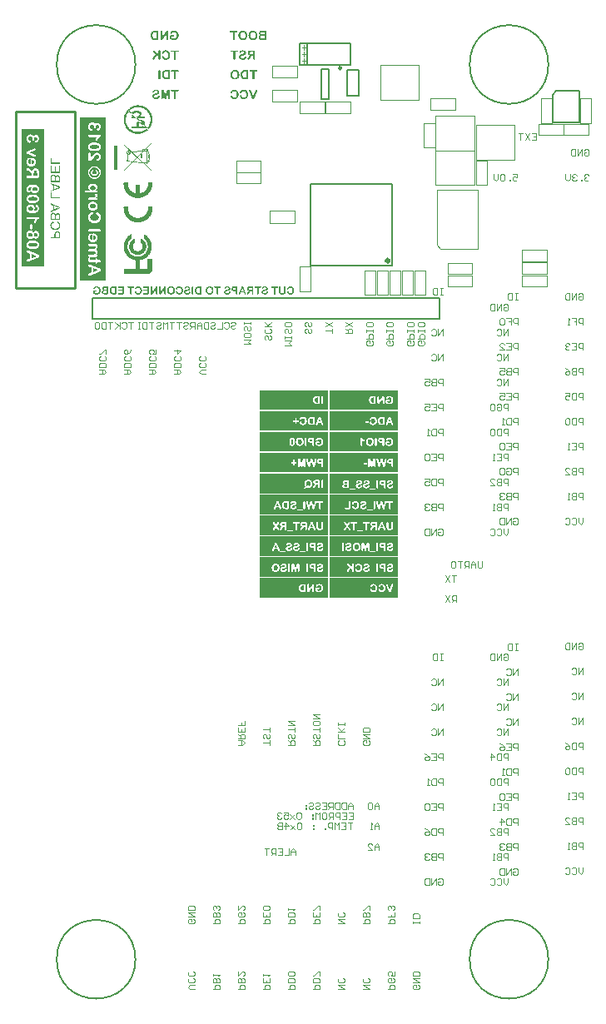
<source format=gbo>
%FSLAX43Y43*%
%MOMM*%
G71*
G01*
G75*
G04 Layer_Color=32896*
%ADD10O,0.800X0.400*%
%ADD11R,0.205X0.282*%
%ADD12R,0.600X0.900*%
%ADD13C,0.800*%
%ADD14R,0.650X0.800*%
%ADD15R,0.800X0.650*%
%ADD16R,0.600X0.550*%
%ADD17R,0.550X0.600*%
%ADD18R,0.500X0.650*%
%ADD19R,1.200X1.200*%
%ADD20R,1.000X2.250*%
%ADD21R,0.900X0.600*%
%ADD22R,0.500X0.600*%
%ADD23R,0.650X0.500*%
%ADD24R,0.700X0.700*%
%ADD25R,0.305X0.584*%
%ADD26R,0.350X0.700*%
%ADD27R,1.100X0.600*%
%ADD28R,1.100X1.000*%
%ADD29R,1.200X1.200*%
%ADD30R,1.300X1.400*%
%ADD31R,0.850X0.300*%
%ADD32O,0.280X0.800*%
%ADD33O,0.800X0.280*%
%ADD34R,7.650X7.650*%
%ADD35R,1.300X1.600*%
%ADD36R,1.100X1.300*%
%ADD37R,2.300X1.900*%
%ADD38R,0.400X1.400*%
%ADD39R,1.775X1.900*%
%ADD40R,0.600X1.000*%
G04:AMPARAMS|DCode=41|XSize=0.205mm|YSize=0.282mm|CornerRadius=0mm|HoleSize=0mm|Usage=FLASHONLY|Rotation=225.000|XOffset=0mm|YOffset=0mm|HoleType=Round|Shape=Rectangle|*
%AMROTATEDRECTD41*
4,1,4,-0.027,0.172,0.172,-0.027,0.027,-0.172,-0.172,0.027,-0.027,0.172,0.0*
%
%ADD41ROTATEDRECTD41*%

G04:AMPARAMS|DCode=42|XSize=0.205mm|YSize=0.282mm|CornerRadius=0mm|HoleSize=0mm|Usage=FLASHONLY|Rotation=135.000|XOffset=0mm|YOffset=0mm|HoleType=Round|Shape=Rectangle|*
%AMROTATEDRECTD42*
4,1,4,0.172,0.027,-0.027,-0.172,-0.172,-0.027,0.027,0.172,0.172,0.027,0.0*
%
%ADD42ROTATEDRECTD42*%

%ADD43R,0.282X0.205*%
%ADD44C,0.216*%
%ADD45C,0.150*%
%ADD46C,0.125*%
%ADD47C,0.160*%
%ADD48C,0.300*%
%ADD49C,0.200*%
%ADD50C,0.180*%
%ADD51C,0.254*%
%ADD52R,0.216X2.303*%
%ADD53R,2.386X0.197*%
%ADD54R,0.598X0.716*%
%ADD55R,0.600X0.670*%
%ADD56R,0.763X0.125*%
%ADD57R,0.601X0.571*%
%ADD58R,1.650X0.550*%
%ADD59R,2.025X0.450*%
%ADD60R,0.350X3.200*%
%ADD61R,0.450X2.959*%
%ADD62C,3.600*%
%ADD63R,1.700X1.700*%
%ADD64C,1.700*%
%ADD65R,1.700X1.700*%
%ADD66C,1.270*%
%ADD67C,2.400*%
%ADD68C,0.550*%
%ADD69C,0.350*%
%ADD70C,0.380*%
%ADD71C,0.500*%
G04:AMPARAMS|DCode=72|XSize=4.224mm|YSize=4.224mm|CornerRadius=0mm|HoleSize=0mm|Usage=FLASHONLY|Rotation=0.000|XOffset=0mm|YOffset=0mm|HoleType=Round|Shape=Relief|Width=0.254mm|Gap=0.254mm|Entries=4|*
%AMTHD72*
7,0,0,4.224,3.716,0.254,45*
%
%ADD72THD72*%
%ADD73C,1.400*%
G04:AMPARAMS|DCode=74|XSize=2.524mm|YSize=2.524mm|CornerRadius=0mm|HoleSize=0mm|Usage=FLASHONLY|Rotation=0.000|XOffset=0mm|YOffset=0mm|HoleType=Round|Shape=Relief|Width=0.254mm|Gap=0.254mm|Entries=4|*
%AMTHD74*
7,0,0,2.524,2.016,0.254,45*
%
%ADD74THD74*%
%ADD75C,1.600*%
G04:AMPARAMS|DCode=76|XSize=2.724mm|YSize=2.724mm|CornerRadius=0mm|HoleSize=0mm|Usage=FLASHONLY|Rotation=0.000|XOffset=0mm|YOffset=0mm|HoleType=Round|Shape=Relief|Width=0.254mm|Gap=0.254mm|Entries=4|*
%AMTHD76*
7,0,0,2.724,2.216,0.254,45*
%
%ADD76THD76*%
%ADD77C,1.900*%
G04:AMPARAMS|DCode=78|XSize=3.124mm|YSize=3.124mm|CornerRadius=0mm|HoleSize=0mm|Usage=FLASHONLY|Rotation=0.000|XOffset=0mm|YOffset=0mm|HoleType=Round|Shape=Relief|Width=0.254mm|Gap=0.254mm|Entries=4|*
%AMTHD78*
7,0,0,3.124,2.616,0.254,45*
%
%ADD78THD78*%
%ADD79C,0.650*%
%ADD80C,3.100*%
%ADD81C,2.000*%
%ADD82R,1.300X0.600*%
%ADD83R,0.950X1.750*%
%ADD84R,0.762X0.762*%
%ADD85R,0.350X0.850*%
%ADD86C,0.280*%
%ADD87R,0.900X0.650*%
%ADD88R,1.300X1.600*%
%ADD89C,0.400*%
%ADD90C,0.250*%
%ADD91C,1.000*%
%ADD92C,0.102*%
%ADD93C,0.100*%
%ADD94C,0.112*%
%ADD95R,0.800X1.000*%
%ADD96R,0.875X0.550*%
%ADD97R,2.100X2.100*%
%ADD98R,2.100X2.100*%
%ADD99R,1.750X1.750*%
%ADD100R,1.800X1.800*%
%ADD101R,1.800X2.000*%
%ADD102R,2.000X1.800*%
%ADD103R,1.700X1.700*%
%ADD104R,0.300X0.400*%
%ADD105O,0.220X0.740*%
%ADD106O,0.740X0.220*%
%ADD107R,2.050X2.050*%
%ADD108R,1.800X0.700*%
%ADD109O,0.900X0.500*%
%ADD110R,0.332X0.408*%
%ADD111R,0.700X1.000*%
%ADD112C,0.900*%
%ADD113R,0.750X0.900*%
%ADD114R,0.900X0.750*%
%ADD115R,0.700X0.650*%
%ADD116R,0.650X0.700*%
%ADD117R,0.600X0.750*%
%ADD118R,1.300X1.300*%
%ADD119R,1.100X2.350*%
%ADD120R,1.000X0.700*%
%ADD121R,0.600X0.700*%
%ADD122R,0.750X0.600*%
%ADD123R,0.800X0.800*%
%ADD124R,0.405X0.684*%
%ADD125R,0.450X0.800*%
%ADD126R,1.200X0.700*%
%ADD127R,1.200X1.100*%
%ADD128R,1.300X1.300*%
%ADD129R,1.400X1.500*%
%ADD130R,0.950X0.400*%
%ADD131R,1.400X1.700*%
%ADD132R,1.200X1.400*%
%ADD133R,2.400X2.000*%
%ADD134R,0.500X1.500*%
%ADD135R,1.875X2.000*%
%ADD136R,0.700X1.100*%
G04:AMPARAMS|DCode=137|XSize=0.332mm|YSize=0.408mm|CornerRadius=0mm|HoleSize=0mm|Usage=FLASHONLY|Rotation=225.000|XOffset=0mm|YOffset=0mm|HoleType=Round|Shape=Rectangle|*
%AMROTATEDRECTD137*
4,1,4,-0.027,0.261,0.261,-0.027,0.027,-0.261,-0.261,0.027,-0.027,0.261,0.0*
%
%ADD137ROTATEDRECTD137*%

G04:AMPARAMS|DCode=138|XSize=0.332mm|YSize=0.408mm|CornerRadius=0mm|HoleSize=0mm|Usage=FLASHONLY|Rotation=135.000|XOffset=0mm|YOffset=0mm|HoleType=Round|Shape=Rectangle|*
%AMROTATEDRECTD138*
4,1,4,0.261,0.027,-0.027,-0.261,-0.261,-0.027,0.027,0.261,0.261,0.027,0.0*
%
%ADD138ROTATEDRECTD138*%

%ADD139R,0.408X0.332*%
%ADD140C,3.700*%
%ADD141R,1.800X1.800*%
%ADD142C,1.800*%
%ADD143R,1.800X1.800*%
%ADD144C,1.370*%
%ADD145C,2.500*%
%ADD146R,1.400X0.700*%
%ADD147R,1.050X1.850*%
%ADD148R,0.862X0.862*%
%ADD149R,0.450X0.950*%
%ADD150R,1.080X0.830*%
%ADD151R,1.400X1.700*%
G36*
X-20271Y-54486D02*
X-27271D01*
Y-52486D01*
X-20271D01*
Y-54486D01*
D02*
G37*
G36*
X-56292Y-25050D02*
X-58572D01*
Y-11103D01*
X-56292D01*
Y-25050D01*
D02*
G37*
G36*
X-36091Y-27060D02*
X-36083Y-27062D01*
X-36074Y-27065D01*
X-36068Y-27067D01*
X-36063Y-27069D01*
X-36060Y-27070D01*
X-36059Y-27071D01*
X-36044Y-27082D01*
X-36032Y-27093D01*
X-36028Y-27098D01*
X-36024Y-27102D01*
X-36023Y-27105D01*
X-36022Y-27106D01*
X-36012Y-27122D01*
X-36004Y-27139D01*
X-36001Y-27147D01*
X-35997Y-27152D01*
X-35996Y-27157D01*
X-35995Y-27158D01*
X-35991Y-27168D01*
X-35986Y-27179D01*
X-35983Y-27189D01*
X-35980Y-27197D01*
X-35978Y-27203D01*
X-35976Y-27207D01*
X-35975Y-27211D01*
Y-27212D01*
X-35769Y-27733D01*
X-35765Y-27744D01*
X-35761Y-27754D01*
X-35758Y-27762D01*
X-35756Y-27769D01*
X-35754Y-27774D01*
X-35753Y-27779D01*
X-35752Y-27781D01*
Y-27782D01*
X-35748Y-27795D01*
X-35747Y-27806D01*
X-35746Y-27810D01*
Y-27813D01*
Y-27815D01*
Y-27817D01*
X-35747Y-27826D01*
X-35749Y-27836D01*
X-35754Y-27845D01*
X-35758Y-27852D01*
X-35761Y-27859D01*
X-35766Y-27863D01*
X-35768Y-27866D01*
X-35769Y-27867D01*
X-35778Y-27875D01*
X-35787Y-27880D01*
X-35797Y-27884D01*
X-35805Y-27886D01*
X-35812Y-27888D01*
X-35818Y-27889D01*
X-35823D01*
X-35836Y-27888D01*
X-35847Y-27886D01*
X-35856Y-27883D01*
X-35863Y-27878D01*
X-35868Y-27875D01*
X-35872Y-27872D01*
X-35874Y-27870D01*
X-35875Y-27869D01*
X-35881Y-27859D01*
X-35888Y-27847D01*
X-35894Y-27833D01*
X-35901Y-27820D01*
X-35906Y-27807D01*
X-35911Y-27797D01*
X-35912Y-27793D01*
X-35913Y-27790D01*
X-35914Y-27788D01*
Y-27787D01*
X-35952Y-27683D01*
X-36279D01*
X-36316Y-27785D01*
X-36323Y-27799D01*
X-36328Y-27813D01*
X-36331Y-27820D01*
X-36333Y-27824D01*
X-36335Y-27827D01*
Y-27828D01*
X-36339Y-27837D01*
X-36342Y-27844D01*
X-36346Y-27850D01*
X-36349Y-27856D01*
X-36351Y-27859D01*
X-36353Y-27862D01*
X-36354Y-27863D01*
Y-27864D01*
X-36362Y-27872D01*
X-36369Y-27877D01*
X-36375Y-27880D01*
X-36376Y-27881D01*
X-36377D01*
X-36388Y-27886D01*
X-36399Y-27888D01*
X-36404Y-27889D01*
X-36411D01*
X-36423Y-27888D01*
X-36433Y-27886D01*
X-36443Y-27881D01*
X-36452Y-27877D01*
X-36458Y-27874D01*
X-36463Y-27870D01*
X-36466Y-27867D01*
X-36467Y-27866D01*
X-36474Y-27858D01*
X-36481Y-27848D01*
X-36485Y-27839D01*
X-36487Y-27832D01*
X-36490Y-27825D01*
X-36491Y-27820D01*
Y-27817D01*
Y-27815D01*
X-36490Y-27804D01*
X-36486Y-27791D01*
X-36483Y-27777D01*
X-36479Y-27762D01*
X-36473Y-27749D01*
X-36470Y-27739D01*
X-36468Y-27734D01*
X-36467Y-27731D01*
X-36466Y-27730D01*
Y-27729D01*
X-36256Y-27211D01*
X-36250Y-27197D01*
X-36246Y-27185D01*
X-36242Y-27174D01*
X-36237Y-27165D01*
X-36235Y-27159D01*
X-36233Y-27153D01*
X-36231Y-27150D01*
Y-27149D01*
X-36223Y-27132D01*
X-36220Y-27124D01*
X-36217Y-27118D01*
X-36214Y-27112D01*
X-36210Y-27108D01*
X-36209Y-27106D01*
X-36208Y-27105D01*
X-36196Y-27091D01*
X-36184Y-27080D01*
X-36179Y-27076D01*
X-36176Y-27073D01*
X-36173Y-27072D01*
X-36171Y-27071D01*
X-36163Y-27067D01*
X-36153Y-27063D01*
X-36135Y-27059D01*
X-36126D01*
X-36120Y-27058D01*
X-36102D01*
X-36091Y-27060D01*
D02*
G37*
G36*
X-34677Y-5074D02*
X-34664Y-5076D01*
X-34651Y-5079D01*
X-34641Y-5083D01*
X-34632Y-5088D01*
X-34627Y-5090D01*
X-34624Y-5093D01*
X-34622Y-5094D01*
X-34615Y-5103D01*
X-34609Y-5111D01*
X-34605Y-5121D01*
X-34601Y-5130D01*
X-34600Y-5139D01*
X-34599Y-5145D01*
Y-5150D01*
Y-5151D01*
X-34600Y-5164D01*
X-34603Y-5175D01*
X-34606Y-5185D01*
X-34611Y-5193D01*
X-34615Y-5199D01*
X-34619Y-5204D01*
X-34621Y-5206D01*
X-34622Y-5208D01*
X-34632Y-5214D01*
X-34644Y-5219D01*
X-34655Y-5223D01*
X-34667Y-5225D01*
X-34677Y-5226D01*
X-34686Y-5228D01*
X-34900D01*
Y-5903D01*
X-34901Y-5923D01*
X-34904Y-5940D01*
X-34909Y-5955D01*
X-34914Y-5968D01*
X-34917Y-5976D01*
X-34922Y-5984D01*
X-34925Y-5988D01*
X-34926Y-5989D01*
X-34936Y-5997D01*
X-34947Y-6005D01*
X-34959Y-6010D01*
X-34970Y-6012D01*
X-34979Y-6015D01*
X-34987Y-6016D01*
X-34994D01*
X-35009Y-6015D01*
X-35021Y-6012D01*
X-35034Y-6008D01*
X-35042Y-6003D01*
X-35051Y-5997D01*
X-35056Y-5992D01*
X-35060Y-5990D01*
X-35061Y-5989D01*
X-35070Y-5976D01*
X-35076Y-5963D01*
X-35081Y-5949D01*
X-35084Y-5935D01*
X-35086Y-5923D01*
X-35087Y-5913D01*
Y-5905D01*
Y-5903D01*
Y-5228D01*
X-35292D01*
X-35309Y-5226D01*
X-35324Y-5224D01*
X-35336Y-5221D01*
X-35346Y-5218D01*
X-35354Y-5214D01*
X-35359Y-5210D01*
X-35362Y-5209D01*
X-35364Y-5208D01*
X-35372Y-5199D01*
X-35379Y-5190D01*
X-35382Y-5180D01*
X-35386Y-5171D01*
X-35387Y-5164D01*
X-35389Y-5158D01*
Y-5153D01*
Y-5151D01*
X-35387Y-5139D01*
X-35385Y-5128D01*
X-35381Y-5118D01*
X-35377Y-5110D01*
X-35372Y-5104D01*
X-35369Y-5099D01*
X-35366Y-5096D01*
X-35365Y-5095D01*
X-35355Y-5088D01*
X-35344Y-5083D01*
X-35331Y-5078D01*
X-35320Y-5075D01*
X-35309Y-5074D01*
X-35300Y-5073D01*
X-34694D01*
X-34677Y-5074D01*
D02*
G37*
G36*
X-35593D02*
X-35576Y-5076D01*
X-35561Y-5081D01*
X-35549Y-5086D01*
X-35540Y-5091D01*
X-35532Y-5096D01*
X-35529Y-5099D01*
X-35527Y-5100D01*
X-35519Y-5111D01*
X-35512Y-5125D01*
X-35507Y-5140D01*
X-35505Y-5155D01*
X-35502Y-5168D01*
X-35501Y-5179D01*
Y-5186D01*
Y-5188D01*
Y-5189D01*
Y-5869D01*
Y-5885D01*
X-35502Y-5899D01*
X-35504Y-5911D01*
X-35505Y-5923D01*
X-35506Y-5931D01*
X-35507Y-5938D01*
X-35509Y-5941D01*
Y-5943D01*
X-35512Y-5953D01*
X-35517Y-5961D01*
X-35522Y-5968D01*
X-35529Y-5974D01*
X-35534Y-5979D01*
X-35539Y-5983D01*
X-35541Y-5984D01*
X-35542Y-5985D01*
X-35554Y-5990D01*
X-35566Y-5994D01*
X-35591Y-5997D01*
X-35602Y-5999D01*
X-35611Y-6000D01*
X-35888D01*
X-35910Y-5999D01*
X-35928Y-5997D01*
X-35946Y-5996D01*
X-35960Y-5995D01*
X-35970Y-5994D01*
X-35976Y-5992D01*
X-35978D01*
X-35997Y-5989D01*
X-36015Y-5984D01*
X-36031Y-5980D01*
X-36045Y-5975D01*
X-36057Y-5970D01*
X-36066Y-5968D01*
X-36071Y-5965D01*
X-36073Y-5964D01*
X-36090Y-5956D01*
X-36106Y-5946D01*
X-36120Y-5938D01*
X-36132Y-5929D01*
X-36142Y-5921D01*
X-36150Y-5915D01*
X-36155Y-5911D01*
X-36156Y-5910D01*
X-36173Y-5894D01*
X-36188Y-5876D01*
X-36201Y-5860D01*
X-36212Y-5844D01*
X-36221Y-5831D01*
X-36228Y-5820D01*
X-36232Y-5814D01*
X-36233Y-5811D01*
X-36243Y-5790D01*
X-36253Y-5769D01*
X-36261Y-5748D01*
X-36267Y-5729D01*
X-36272Y-5713D01*
X-36276Y-5699D01*
X-36277Y-5694D01*
Y-5690D01*
X-36278Y-5689D01*
Y-5688D01*
X-36283Y-5661D01*
X-36287Y-5634D01*
X-36290Y-5609D01*
X-36292Y-5585D01*
Y-5565D01*
X-36293Y-5556D01*
Y-5549D01*
Y-5543D01*
Y-5539D01*
Y-5536D01*
Y-5535D01*
X-36292Y-5489D01*
X-36287Y-5446D01*
X-36280Y-5406D01*
X-36271Y-5369D01*
X-36260Y-5335D01*
X-36247Y-5304D01*
X-36235Y-5276D01*
X-36221Y-5251D01*
X-36207Y-5229D01*
X-36195Y-5210D01*
X-36182Y-5194D01*
X-36171Y-5181D01*
X-36162Y-5170D01*
X-36155Y-5164D01*
X-36150Y-5159D01*
X-36148Y-5158D01*
X-36127Y-5140D01*
X-36105Y-5126D01*
X-36085Y-5115D01*
X-36065Y-5106D01*
X-36048Y-5099D01*
X-36035Y-5095D01*
X-36030Y-5094D01*
X-36026Y-5093D01*
X-36025Y-5091D01*
X-36023D01*
X-35997Y-5085D01*
X-35970Y-5080D01*
X-35942Y-5078D01*
X-35916Y-5075D01*
X-35893Y-5074D01*
X-35885Y-5073D01*
X-35615D01*
X-35593Y-5074D01*
D02*
G37*
G36*
X-27396Y-45986D02*
X-34396D01*
Y-43986D01*
X-27396D01*
Y-45986D01*
D02*
G37*
G36*
X-39409Y-27059D02*
X-39378Y-27062D01*
X-39351Y-27068D01*
X-39326Y-27072D01*
X-39315Y-27075D01*
X-39306Y-27078D01*
X-39297Y-27081D01*
X-39291Y-27083D01*
X-39286Y-27084D01*
X-39281Y-27086D01*
X-39279Y-27087D01*
X-39278D01*
X-39252Y-27099D01*
X-39229Y-27112D01*
X-39208Y-27126D01*
X-39190Y-27140D01*
X-39175Y-27152D01*
X-39164Y-27162D01*
X-39161Y-27165D01*
X-39158Y-27168D01*
X-39157Y-27170D01*
X-39156Y-27171D01*
X-39138Y-27192D01*
X-39123Y-27214D01*
X-39109Y-27237D01*
X-39098Y-27257D01*
X-39090Y-27276D01*
X-39086Y-27283D01*
X-39084Y-27290D01*
X-39082Y-27295D01*
X-39080Y-27299D01*
X-39079Y-27302D01*
Y-27303D01*
X-39070Y-27332D01*
X-39064Y-27361D01*
X-39059Y-27390D01*
X-39056Y-27416D01*
X-39055Y-27427D01*
X-39054Y-27438D01*
Y-27448D01*
X-39053Y-27456D01*
Y-27463D01*
Y-27467D01*
Y-27470D01*
Y-27471D01*
X-39054Y-27505D01*
X-39057Y-27536D01*
X-39061Y-27564D01*
X-39066Y-27589D01*
X-39068Y-27601D01*
X-39070Y-27611D01*
X-39072Y-27620D01*
X-39074Y-27626D01*
X-39076Y-27633D01*
X-39077Y-27637D01*
X-39078Y-27639D01*
Y-27640D01*
X-39089Y-27668D01*
X-39101Y-27694D01*
X-39114Y-27717D01*
X-39125Y-27735D01*
X-39136Y-27752D01*
X-39142Y-27758D01*
X-39145Y-27764D01*
X-39149Y-27768D01*
X-39151Y-27771D01*
X-39154Y-27772D01*
Y-27773D01*
X-39173Y-27793D01*
X-39194Y-27810D01*
X-39214Y-27824D01*
X-39234Y-27837D01*
X-39251Y-27846D01*
X-39259Y-27850D01*
X-39265Y-27853D01*
X-39269Y-27856D01*
X-39274Y-27858D01*
X-39276Y-27859D01*
X-39277D01*
X-39306Y-27869D01*
X-39335Y-27876D01*
X-39363Y-27881D01*
X-39389Y-27885D01*
X-39401Y-27887D01*
X-39412D01*
X-39422Y-27888D01*
X-39429Y-27889D01*
X-39446D01*
X-39480Y-27888D01*
X-39512Y-27885D01*
X-39540Y-27879D01*
X-39553Y-27877D01*
X-39565Y-27874D01*
X-39576Y-27872D01*
X-39585Y-27870D01*
X-39594Y-27866D01*
X-39600Y-27864D01*
X-39606Y-27862D01*
X-39610Y-27861D01*
X-39612Y-27860D01*
X-39613D01*
X-39639Y-27848D01*
X-39664Y-27834D01*
X-39685Y-27820D01*
X-39703Y-27806D01*
X-39717Y-27794D01*
X-39728Y-27784D01*
X-39731Y-27780D01*
X-39735Y-27777D01*
X-39736Y-27775D01*
X-39737Y-27774D01*
X-39755Y-27753D01*
X-39770Y-27730D01*
X-39783Y-27708D01*
X-39794Y-27687D01*
X-39802Y-27669D01*
X-39805Y-27662D01*
X-39808Y-27655D01*
X-39810Y-27650D01*
X-39811Y-27646D01*
X-39813Y-27643D01*
Y-27642D01*
X-39821Y-27613D01*
X-39828Y-27584D01*
X-39832Y-27556D01*
X-39835Y-27529D01*
X-39836Y-27517D01*
X-39837Y-27506D01*
Y-27496D01*
X-39839Y-27489D01*
Y-27481D01*
Y-27477D01*
Y-27474D01*
Y-27472D01*
Y-27450D01*
X-39836Y-27427D01*
X-39834Y-27405D01*
X-39831Y-27385D01*
X-39828Y-27366D01*
X-39823Y-27348D01*
X-39820Y-27332D01*
X-39816Y-27316D01*
X-39811Y-27303D01*
X-39807Y-27290D01*
X-39803Y-27279D01*
X-39800Y-27270D01*
X-39796Y-27264D01*
X-39794Y-27258D01*
X-39793Y-27255D01*
X-39792Y-27254D01*
X-39774Y-27220D01*
X-39752Y-27191D01*
X-39729Y-27166D01*
X-39718Y-27155D01*
X-39708Y-27146D01*
X-39697Y-27137D01*
X-39688Y-27129D01*
X-39679Y-27124D01*
X-39672Y-27119D01*
X-39665Y-27114D01*
X-39661Y-27111D01*
X-39658Y-27110D01*
X-39657Y-27109D01*
X-39639Y-27100D01*
X-39622Y-27092D01*
X-39585Y-27080D01*
X-39550Y-27070D01*
X-39516Y-27065D01*
X-39501Y-27062D01*
X-39487Y-27060D01*
X-39474Y-27059D01*
X-39463D01*
X-39454Y-27058D01*
X-39442D01*
X-39409Y-27059D01*
D02*
G37*
G36*
X-41163D02*
X-41152Y-27062D01*
X-41141Y-27066D01*
X-41134Y-27070D01*
X-41126Y-27075D01*
X-41122Y-27079D01*
X-41119Y-27082D01*
X-41117Y-27083D01*
X-41110Y-27094D01*
X-41104Y-27105D01*
X-41101Y-27118D01*
X-41099Y-27129D01*
X-41097Y-27140D01*
X-41096Y-27149D01*
Y-27155D01*
Y-27157D01*
Y-27158D01*
Y-27791D01*
X-41097Y-27808D01*
X-41099Y-27823D01*
X-41102Y-27835D01*
X-41107Y-27846D01*
X-41111Y-27853D01*
X-41114Y-27860D01*
X-41116Y-27863D01*
X-41117Y-27864D01*
X-41126Y-27873D01*
X-41136Y-27878D01*
X-41146Y-27883D01*
X-41155Y-27886D01*
X-41163Y-27888D01*
X-41171Y-27889D01*
X-41176D01*
X-41189Y-27888D01*
X-41201Y-27886D01*
X-41211Y-27881D01*
X-41219Y-27877D01*
X-41227Y-27873D01*
X-41231Y-27869D01*
X-41234Y-27866D01*
X-41235Y-27865D01*
X-41243Y-27854D01*
X-41248Y-27843D01*
X-41253Y-27831D01*
X-41255Y-27819D01*
X-41257Y-27808D01*
X-41258Y-27799D01*
Y-27793D01*
Y-27791D01*
Y-27158D01*
X-41257Y-27140D01*
X-41255Y-27125D01*
X-41251Y-27112D01*
X-41247Y-27101D01*
X-41243Y-27094D01*
X-41239Y-27087D01*
X-41236Y-27084D01*
X-41235Y-27083D01*
X-41227Y-27074D01*
X-41217Y-27069D01*
X-41206Y-27065D01*
X-41198Y-27061D01*
X-41189Y-27059D01*
X-41182Y-27058D01*
X-41176D01*
X-41163Y-27059D01*
D02*
G37*
G36*
X-38378Y-27073D02*
X-38366Y-27075D01*
X-38355Y-27078D01*
X-38346Y-27081D01*
X-38339Y-27085D01*
X-38334Y-27087D01*
X-38331Y-27089D01*
X-38330Y-27091D01*
X-38324Y-27098D01*
X-38318Y-27106D01*
X-38315Y-27114D01*
X-38312Y-27122D01*
X-38311Y-27129D01*
X-38310Y-27135D01*
Y-27139D01*
Y-27140D01*
X-38311Y-27151D01*
X-38313Y-27161D01*
X-38316Y-27170D01*
X-38320Y-27176D01*
X-38324Y-27181D01*
X-38327Y-27186D01*
X-38329Y-27188D01*
X-38330Y-27189D01*
X-38339Y-27194D01*
X-38349Y-27199D01*
X-38358Y-27202D01*
X-38369Y-27204D01*
X-38378Y-27205D01*
X-38385Y-27206D01*
X-38570D01*
Y-27791D01*
X-38571Y-27808D01*
X-38574Y-27823D01*
X-38578Y-27836D01*
X-38582Y-27847D01*
X-38585Y-27854D01*
X-38590Y-27861D01*
X-38592Y-27864D01*
X-38593Y-27865D01*
X-38602Y-27873D01*
X-38611Y-27879D01*
X-38621Y-27884D01*
X-38631Y-27886D01*
X-38639Y-27888D01*
X-38646Y-27889D01*
X-38652D01*
X-38664Y-27888D01*
X-38675Y-27886D01*
X-38686Y-27881D01*
X-38694Y-27877D01*
X-38701Y-27873D01*
X-38706Y-27869D01*
X-38709Y-27866D01*
X-38710Y-27865D01*
X-38718Y-27854D01*
X-38723Y-27843D01*
X-38727Y-27831D01*
X-38729Y-27819D01*
X-38732Y-27808D01*
X-38733Y-27799D01*
Y-27793D01*
Y-27791D01*
Y-27206D01*
X-38910D01*
X-38924Y-27205D01*
X-38937Y-27203D01*
X-38948Y-27201D01*
X-38957Y-27198D01*
X-38963Y-27194D01*
X-38967Y-27191D01*
X-38971Y-27190D01*
X-38972Y-27189D01*
X-38979Y-27181D01*
X-38985Y-27174D01*
X-38988Y-27165D01*
X-38991Y-27158D01*
X-38992Y-27151D01*
X-38993Y-27146D01*
Y-27141D01*
Y-27140D01*
X-38992Y-27129D01*
X-38990Y-27120D01*
X-38987Y-27111D01*
X-38984Y-27105D01*
X-38979Y-27099D01*
X-38976Y-27095D01*
X-38974Y-27093D01*
X-38973Y-27092D01*
X-38964Y-27085D01*
X-38954Y-27081D01*
X-38944Y-27076D01*
X-38934Y-27074D01*
X-38924Y-27073D01*
X-38917Y-27072D01*
X-38392D01*
X-38378Y-27073D01*
D02*
G37*
G36*
X-36695D02*
X-36679Y-27075D01*
X-36665Y-27080D01*
X-36654Y-27084D01*
X-36645Y-27088D01*
X-36639Y-27093D01*
X-36636Y-27095D01*
X-36635Y-27096D01*
X-36627Y-27106D01*
X-36621Y-27118D01*
X-36616Y-27131D01*
X-36614Y-27142D01*
X-36612Y-27154D01*
X-36611Y-27164D01*
Y-27171D01*
Y-27172D01*
Y-27173D01*
Y-27792D01*
X-36612Y-27808D01*
X-36614Y-27823D01*
X-36617Y-27836D01*
X-36622Y-27846D01*
X-36626Y-27853D01*
X-36629Y-27860D01*
X-36631Y-27863D01*
X-36632Y-27864D01*
X-36641Y-27873D01*
X-36651Y-27878D01*
X-36662Y-27883D01*
X-36670Y-27886D01*
X-36679Y-27888D01*
X-36685Y-27889D01*
X-36692D01*
X-36704Y-27888D01*
X-36716Y-27885D01*
X-36725Y-27881D01*
X-36734Y-27876D01*
X-36741Y-27872D01*
X-36745Y-27869D01*
X-36748Y-27865D01*
X-36749Y-27864D01*
X-36757Y-27853D01*
X-36763Y-27843D01*
X-36768Y-27830D01*
X-36770Y-27818D01*
X-36772Y-27807D01*
X-36773Y-27798D01*
Y-27793D01*
Y-27791D01*
Y-27562D01*
X-36922D01*
X-36949Y-27561D01*
X-36975Y-27559D01*
X-36998Y-27557D01*
X-37021Y-27553D01*
X-37040Y-27548D01*
X-37059Y-27543D01*
X-37076Y-27536D01*
X-37091Y-27531D01*
X-37104Y-27525D01*
X-37116Y-27519D01*
X-37126Y-27514D01*
X-37133Y-27509D01*
X-37140Y-27505D01*
X-37144Y-27502D01*
X-37146Y-27501D01*
X-37147Y-27500D01*
X-37160Y-27487D01*
X-37172Y-27474D01*
X-37182Y-27459D01*
X-37192Y-27444D01*
X-37198Y-27428D01*
X-37205Y-27413D01*
X-37210Y-27398D01*
X-37213Y-27383D01*
X-37217Y-27369D01*
X-37219Y-27356D01*
X-37221Y-27344D01*
X-37222Y-27334D01*
X-37223Y-27325D01*
Y-27319D01*
Y-27315D01*
Y-27313D01*
X-37222Y-27293D01*
X-37220Y-27273D01*
X-37217Y-27256D01*
X-37213Y-27241D01*
X-37210Y-27228D01*
X-37207Y-27218D01*
X-37205Y-27213D01*
X-37204Y-27211D01*
X-37196Y-27194D01*
X-37188Y-27179D01*
X-37179Y-27165D01*
X-37170Y-27154D01*
X-37162Y-27145D01*
X-37155Y-27138D01*
X-37151Y-27134D01*
X-37150Y-27133D01*
X-37136Y-27122D01*
X-37121Y-27112D01*
X-37107Y-27104D01*
X-37094Y-27098D01*
X-37083Y-27093D01*
X-37074Y-27089D01*
X-37067Y-27088D01*
X-37066Y-27087D01*
X-37065D01*
X-37045Y-27082D01*
X-37022Y-27079D01*
X-36998Y-27075D01*
X-36974Y-27074D01*
X-36954Y-27073D01*
X-36945Y-27072D01*
X-36714D01*
X-36695Y-27073D01*
D02*
G37*
G36*
X-37615Y-27059D02*
X-37584Y-27062D01*
X-37556Y-27067D01*
X-37543Y-27070D01*
X-37533Y-27072D01*
X-37522Y-27074D01*
X-37513Y-27078D01*
X-37505Y-27080D01*
X-37498Y-27082D01*
X-37494Y-27084D01*
X-37489Y-27085D01*
X-37487Y-27086D01*
X-37486D01*
X-37462Y-27098D01*
X-37441Y-27110D01*
X-37423Y-27124D01*
X-37408Y-27137D01*
X-37397Y-27148D01*
X-37389Y-27158D01*
X-37384Y-27164D01*
X-37382Y-27165D01*
Y-27166D01*
X-37370Y-27186D01*
X-37362Y-27206D01*
X-37355Y-27226D01*
X-37351Y-27244D01*
X-37349Y-27259D01*
X-37348Y-27272D01*
X-37347Y-27277D01*
Y-27280D01*
Y-27282D01*
Y-27283D01*
X-37348Y-27308D01*
X-37352Y-27331D01*
X-37357Y-27351D01*
X-37364Y-27368D01*
X-37369Y-27382D01*
X-37375Y-27391D01*
X-37379Y-27398D01*
X-37380Y-27399D01*
Y-27400D01*
X-37394Y-27416D01*
X-37409Y-27431D01*
X-37424Y-27444D01*
X-37440Y-27455D01*
X-37453Y-27463D01*
X-37463Y-27469D01*
X-37468Y-27471D01*
X-37471Y-27474D01*
X-37472Y-27475D01*
X-37473D01*
X-37496Y-27484D01*
X-37521Y-27493D01*
X-37545Y-27502D01*
X-37567Y-27508D01*
X-37588Y-27514D01*
X-37597Y-27516D01*
X-37604Y-27518D01*
X-37610Y-27519D01*
X-37614Y-27520D01*
X-37617Y-27521D01*
X-37618D01*
X-37641Y-27527D01*
X-37661Y-27532D01*
X-37679Y-27536D01*
X-37694Y-27541D01*
X-37706Y-27544D01*
X-37714Y-27547D01*
X-37719Y-27548D01*
X-37721Y-27549D01*
X-37735Y-27555D01*
X-37747Y-27561D01*
X-37759Y-27568D01*
X-37767Y-27573D01*
X-37775Y-27580D01*
X-37780Y-27584D01*
X-37784Y-27587D01*
X-37785Y-27588D01*
X-37793Y-27598D01*
X-37799Y-27609D01*
X-37803Y-27620D01*
X-37806Y-27630D01*
X-37809Y-27639D01*
X-37810Y-27647D01*
Y-27651D01*
Y-27653D01*
X-37808Y-27670D01*
X-37802Y-27687D01*
X-37796Y-27702D01*
X-37787Y-27714D01*
X-37778Y-27724D01*
X-37772Y-27730D01*
X-37766Y-27735D01*
X-37764Y-27736D01*
X-37746Y-27747D01*
X-37726Y-27756D01*
X-37707Y-27761D01*
X-37688Y-27766D01*
X-37671Y-27768D01*
X-37665Y-27769D01*
X-37658D01*
X-37653Y-27770D01*
X-37646D01*
X-37628Y-27769D01*
X-37611Y-27768D01*
X-37597Y-27765D01*
X-37584Y-27761D01*
X-37574Y-27759D01*
X-37566Y-27756D01*
X-37562Y-27755D01*
X-37561Y-27754D01*
X-37549Y-27747D01*
X-37539Y-27741D01*
X-37531Y-27733D01*
X-37523Y-27727D01*
X-37518Y-27720D01*
X-37513Y-27716D01*
X-37511Y-27713D01*
X-37510Y-27712D01*
X-37503Y-27701D01*
X-37498Y-27690D01*
X-37493Y-27679D01*
X-37487Y-27669D01*
X-37483Y-27661D01*
X-37480Y-27653D01*
X-37479Y-27649D01*
X-37477Y-27647D01*
X-37472Y-27636D01*
X-37467Y-27626D01*
X-37462Y-27617D01*
X-37457Y-27611D01*
X-37453Y-27606D01*
X-37449Y-27602D01*
X-37447Y-27600D01*
X-37446Y-27599D01*
X-37440Y-27594D01*
X-37432Y-27589D01*
X-37426Y-27586D01*
X-37419Y-27584D01*
X-37413Y-27583D01*
X-37408Y-27582D01*
X-37404D01*
X-37392Y-27583D01*
X-37382Y-27585D01*
X-37373Y-27588D01*
X-37365Y-27593D01*
X-37360Y-27597D01*
X-37354Y-27600D01*
X-37352Y-27602D01*
X-37351Y-27603D01*
X-37344Y-27611D01*
X-37339Y-27620D01*
X-37336Y-27628D01*
X-37333Y-27636D01*
X-37331Y-27642D01*
X-37330Y-27648D01*
Y-27652D01*
Y-27653D01*
X-37331Y-27673D01*
X-37336Y-27692D01*
X-37341Y-27709D01*
X-37348Y-27726D01*
X-37354Y-27740D01*
X-37360Y-27749D01*
X-37362Y-27754D01*
X-37364Y-27757D01*
X-37365Y-27758D01*
Y-27759D01*
X-37379Y-27778D01*
X-37393Y-27795D01*
X-37408Y-27809D01*
X-37422Y-27822D01*
X-37435Y-27832D01*
X-37445Y-27839D01*
X-37452Y-27844D01*
X-37453Y-27845D01*
X-37454D01*
X-37485Y-27860D01*
X-37518Y-27871D01*
X-37550Y-27878D01*
X-37581Y-27884D01*
X-37595Y-27886D01*
X-37608Y-27887D01*
X-37620Y-27888D01*
X-37631D01*
X-37639Y-27889D01*
X-37651D01*
X-37686Y-27888D01*
X-37719Y-27884D01*
X-37748Y-27878D01*
X-37761Y-27876D01*
X-37773Y-27873D01*
X-37784Y-27870D01*
X-37793Y-27866D01*
X-37802Y-27864D01*
X-37809Y-27862D01*
X-37814Y-27860D01*
X-37818Y-27858D01*
X-37820Y-27857D01*
X-37822D01*
X-37848Y-27844D01*
X-37869Y-27828D01*
X-37889Y-27814D01*
X-37904Y-27799D01*
X-37916Y-27786D01*
X-37925Y-27777D01*
X-37928Y-27772D01*
X-37930Y-27769D01*
X-37932Y-27768D01*
Y-27767D01*
X-37945Y-27744D01*
X-37954Y-27721D01*
X-37960Y-27700D01*
X-37965Y-27679D01*
X-37968Y-27661D01*
X-37969Y-27653D01*
Y-27647D01*
X-37970Y-27642D01*
Y-27638D01*
Y-27636D01*
Y-27635D01*
X-37969Y-27613D01*
X-37967Y-27593D01*
X-37963Y-27575D01*
X-37959Y-27560D01*
X-37955Y-27548D01*
X-37951Y-27540D01*
X-37949Y-27534D01*
X-37948Y-27532D01*
X-37940Y-27517D01*
X-37930Y-27504D01*
X-37920Y-27492D01*
X-37910Y-27481D01*
X-37901Y-27474D01*
X-37894Y-27467D01*
X-37890Y-27464D01*
X-37888Y-27463D01*
X-37872Y-27453D01*
X-37856Y-27444D01*
X-37841Y-27436D01*
X-37826Y-27429D01*
X-37813Y-27424D01*
X-37803Y-27419D01*
X-37799Y-27418D01*
X-37796Y-27417D01*
X-37795Y-27416D01*
X-37793D01*
X-37773Y-27409D01*
X-37751Y-27402D01*
X-37731Y-27397D01*
X-37711Y-27391D01*
X-37695Y-27387D01*
X-37688Y-27386D01*
X-37683Y-27384D01*
X-37678Y-27383D01*
X-37674D01*
X-37672Y-27382D01*
X-37671D01*
X-37652Y-27376D01*
X-37635Y-27373D01*
X-37622Y-27369D01*
X-37611Y-27366D01*
X-37603Y-27364D01*
X-37597Y-27362D01*
X-37593Y-27361D01*
X-37592D01*
X-37575Y-27355D01*
X-37561Y-27348D01*
X-37554Y-27345D01*
X-37550Y-27343D01*
X-37547Y-27340D01*
X-37546D01*
X-37531Y-27331D01*
X-37520Y-27320D01*
X-37515Y-27317D01*
X-37512Y-27313D01*
X-37511Y-27311D01*
X-37510Y-27310D01*
X-37506Y-27304D01*
X-37502Y-27296D01*
X-37499Y-27283D01*
X-37498Y-27278D01*
X-37497Y-27273D01*
Y-27270D01*
Y-27269D01*
X-37499Y-27255D01*
X-37503Y-27242D01*
X-37509Y-27231D01*
X-37516Y-27220D01*
X-37523Y-27213D01*
X-37529Y-27207D01*
X-37534Y-27203D01*
X-37535Y-27202D01*
X-37550Y-27192D01*
X-37567Y-27186D01*
X-37585Y-27180D01*
X-37601Y-27177D01*
X-37615Y-27175D01*
X-37627Y-27174D01*
X-37638D01*
X-37661Y-27175D01*
X-37682Y-27178D01*
X-37699Y-27182D01*
X-37712Y-27187D01*
X-37723Y-27191D01*
X-37731Y-27195D01*
X-37735Y-27199D01*
X-37736Y-27200D01*
X-37747Y-27211D01*
X-37758Y-27221D01*
X-37766Y-27233D01*
X-37774Y-27244D01*
X-37780Y-27255D01*
X-37785Y-27263D01*
X-37788Y-27268D01*
X-37789Y-27270D01*
X-37796Y-27281D01*
X-37801Y-27291D01*
X-37805Y-27299D01*
X-37811Y-27306D01*
X-37814Y-27310D01*
X-37817Y-27313D01*
X-37818Y-27316D01*
X-37819Y-27317D01*
X-37826Y-27321D01*
X-37832Y-27324D01*
X-37846Y-27329D01*
X-37853Y-27330D01*
X-37858Y-27331D01*
X-37863D01*
X-37874Y-27330D01*
X-37883Y-27327D01*
X-37892Y-27323D01*
X-37899Y-27319D01*
X-37906Y-27316D01*
X-37910Y-27311D01*
X-37912Y-27309D01*
X-37914Y-27308D01*
X-37920Y-27299D01*
X-37925Y-27290D01*
X-37929Y-27281D01*
X-37932Y-27272D01*
X-37933Y-27266D01*
X-37934Y-27260D01*
Y-27256D01*
Y-27255D01*
X-37933Y-27243D01*
X-37932Y-27231D01*
X-37929Y-27220D01*
X-37927Y-27211D01*
X-37923Y-27202D01*
X-37920Y-27195D01*
X-37919Y-27191D01*
X-37918Y-27190D01*
X-37911Y-27178D01*
X-37903Y-27166D01*
X-37894Y-27155D01*
X-37885Y-27146D01*
X-37878Y-27137D01*
X-37871Y-27132D01*
X-37867Y-27127D01*
X-37866Y-27126D01*
X-37852Y-27115D01*
X-37837Y-27106D01*
X-37822Y-27097D01*
X-37808Y-27089D01*
X-37796Y-27084D01*
X-37785Y-27080D01*
X-37778Y-27078D01*
X-37777Y-27076D01*
X-37776D01*
X-37756Y-27070D01*
X-37734Y-27066D01*
X-37712Y-27062D01*
X-37692Y-27060D01*
X-37674Y-27059D01*
X-37667Y-27058D01*
X-37648D01*
X-37615Y-27059D01*
D02*
G37*
G36*
X-43593Y-5074D02*
X-43576Y-5076D01*
X-43561Y-5081D01*
X-43549Y-5086D01*
X-43540Y-5091D01*
X-43532Y-5096D01*
X-43529Y-5099D01*
X-43527Y-5100D01*
X-43519Y-5111D01*
X-43512Y-5125D01*
X-43507Y-5140D01*
X-43505Y-5155D01*
X-43502Y-5168D01*
X-43501Y-5179D01*
Y-5186D01*
Y-5188D01*
Y-5189D01*
Y-5869D01*
Y-5885D01*
X-43502Y-5899D01*
X-43504Y-5911D01*
X-43505Y-5923D01*
X-43506Y-5931D01*
X-43507Y-5938D01*
X-43509Y-5941D01*
Y-5943D01*
X-43512Y-5953D01*
X-43517Y-5961D01*
X-43522Y-5968D01*
X-43529Y-5974D01*
X-43534Y-5979D01*
X-43539Y-5983D01*
X-43541Y-5984D01*
X-43542Y-5985D01*
X-43554Y-5990D01*
X-43566Y-5994D01*
X-43591Y-5997D01*
X-43602Y-5999D01*
X-43611Y-6000D01*
X-43888D01*
X-43910Y-5999D01*
X-43928Y-5997D01*
X-43946Y-5996D01*
X-43960Y-5995D01*
X-43970Y-5994D01*
X-43976Y-5992D01*
X-43978D01*
X-43997Y-5989D01*
X-44015Y-5984D01*
X-44031Y-5980D01*
X-44045Y-5975D01*
X-44057Y-5970D01*
X-44066Y-5968D01*
X-44071Y-5965D01*
X-44073Y-5964D01*
X-44090Y-5956D01*
X-44106Y-5946D01*
X-44120Y-5938D01*
X-44132Y-5929D01*
X-44142Y-5921D01*
X-44150Y-5915D01*
X-44155Y-5911D01*
X-44156Y-5910D01*
X-44173Y-5894D01*
X-44188Y-5876D01*
X-44201Y-5860D01*
X-44212Y-5844D01*
X-44221Y-5831D01*
X-44228Y-5820D01*
X-44232Y-5814D01*
X-44233Y-5811D01*
X-44243Y-5790D01*
X-44253Y-5769D01*
X-44261Y-5748D01*
X-44267Y-5729D01*
X-44272Y-5713D01*
X-44276Y-5699D01*
X-44277Y-5694D01*
Y-5690D01*
X-44278Y-5689D01*
Y-5688D01*
X-44283Y-5661D01*
X-44287Y-5634D01*
X-44290Y-5609D01*
X-44292Y-5585D01*
Y-5565D01*
X-44293Y-5556D01*
Y-5549D01*
Y-5543D01*
Y-5539D01*
Y-5536D01*
Y-5535D01*
X-44292Y-5489D01*
X-44287Y-5446D01*
X-44280Y-5406D01*
X-44271Y-5369D01*
X-44260Y-5335D01*
X-44247Y-5304D01*
X-44235Y-5276D01*
X-44221Y-5251D01*
X-44207Y-5229D01*
X-44195Y-5210D01*
X-44182Y-5194D01*
X-44171Y-5181D01*
X-44162Y-5170D01*
X-44155Y-5164D01*
X-44150Y-5159D01*
X-44148Y-5158D01*
X-44127Y-5140D01*
X-44105Y-5126D01*
X-44085Y-5115D01*
X-44065Y-5106D01*
X-44048Y-5099D01*
X-44035Y-5095D01*
X-44030Y-5094D01*
X-44026Y-5093D01*
X-44025Y-5091D01*
X-44023D01*
X-43997Y-5085D01*
X-43970Y-5080D01*
X-43942Y-5078D01*
X-43916Y-5075D01*
X-43893Y-5074D01*
X-43885Y-5073D01*
X-43615D01*
X-43593Y-5074D01*
D02*
G37*
G36*
X-20271Y-43861D02*
X-27271D01*
Y-41861D01*
X-20271D01*
Y-43861D01*
D02*
G37*
G36*
X-42677Y-5074D02*
X-42664Y-5076D01*
X-42651Y-5079D01*
X-42641Y-5083D01*
X-42632Y-5088D01*
X-42627Y-5090D01*
X-42624Y-5093D01*
X-42622Y-5094D01*
X-42615Y-5103D01*
X-42609Y-5111D01*
X-42605Y-5121D01*
X-42601Y-5130D01*
X-42600Y-5139D01*
X-42599Y-5145D01*
Y-5150D01*
Y-5151D01*
X-42600Y-5164D01*
X-42603Y-5175D01*
X-42606Y-5185D01*
X-42611Y-5193D01*
X-42615Y-5199D01*
X-42619Y-5204D01*
X-42621Y-5206D01*
X-42622Y-5208D01*
X-42632Y-5214D01*
X-42644Y-5219D01*
X-42655Y-5223D01*
X-42667Y-5225D01*
X-42677Y-5226D01*
X-42686Y-5228D01*
X-42900D01*
Y-5903D01*
X-42901Y-5923D01*
X-42904Y-5940D01*
X-42909Y-5955D01*
X-42914Y-5968D01*
X-42917Y-5976D01*
X-42922Y-5984D01*
X-42925Y-5988D01*
X-42926Y-5989D01*
X-42936Y-5997D01*
X-42947Y-6005D01*
X-42959Y-6010D01*
X-42970Y-6012D01*
X-42979Y-6015D01*
X-42987Y-6016D01*
X-42994D01*
X-43009Y-6015D01*
X-43021Y-6012D01*
X-43034Y-6008D01*
X-43042Y-6003D01*
X-43051Y-5997D01*
X-43056Y-5992D01*
X-43060Y-5990D01*
X-43061Y-5989D01*
X-43070Y-5976D01*
X-43076Y-5963D01*
X-43081Y-5949D01*
X-43084Y-5935D01*
X-43086Y-5923D01*
X-43087Y-5913D01*
Y-5905D01*
Y-5903D01*
Y-5228D01*
X-43292D01*
X-43309Y-5226D01*
X-43324Y-5224D01*
X-43336Y-5221D01*
X-43346Y-5218D01*
X-43354Y-5214D01*
X-43359Y-5210D01*
X-43362Y-5209D01*
X-43364Y-5208D01*
X-43372Y-5199D01*
X-43379Y-5190D01*
X-43382Y-5180D01*
X-43386Y-5171D01*
X-43387Y-5164D01*
X-43389Y-5158D01*
Y-5153D01*
Y-5151D01*
X-43387Y-5139D01*
X-43385Y-5128D01*
X-43381Y-5118D01*
X-43377Y-5110D01*
X-43372Y-5104D01*
X-43369Y-5099D01*
X-43366Y-5096D01*
X-43365Y-5095D01*
X-43355Y-5088D01*
X-43344Y-5083D01*
X-43331Y-5078D01*
X-43320Y-5075D01*
X-43309Y-5074D01*
X-43300Y-5073D01*
X-42694D01*
X-42677Y-5074D01*
D02*
G37*
G36*
X-43590Y-7074D02*
X-43572Y-7076D01*
X-43558Y-7079D01*
X-43546Y-7083D01*
X-43536Y-7088D01*
X-43530Y-7090D01*
X-43525Y-7093D01*
X-43524Y-7094D01*
X-43514Y-7104D01*
X-43506Y-7115D01*
X-43500Y-7129D01*
X-43496Y-7143D01*
X-43494Y-7156D01*
X-43492Y-7166D01*
Y-7174D01*
Y-7175D01*
Y-7176D01*
Y-7910D01*
X-43494Y-7929D01*
X-43496Y-7945D01*
X-43500Y-7959D01*
X-43505Y-7970D01*
X-43509Y-7979D01*
X-43512Y-7985D01*
X-43515Y-7989D01*
X-43516Y-7990D01*
X-43526Y-7999D01*
X-43536Y-8005D01*
X-43546Y-8010D01*
X-43556Y-8012D01*
X-43565Y-8015D01*
X-43571Y-8016D01*
X-43577D01*
X-43591Y-8015D01*
X-43605Y-8012D01*
X-43615Y-8007D01*
X-43625Y-8002D01*
X-43631Y-7999D01*
X-43637Y-7994D01*
X-43640Y-7991D01*
X-43641Y-7990D01*
X-43648Y-7979D01*
X-43655Y-7966D01*
X-43658Y-7953D01*
X-43662Y-7940D01*
X-43663Y-7929D01*
X-43665Y-7919D01*
Y-7913D01*
Y-7910D01*
Y-7269D01*
X-43812Y-7861D01*
X-43817Y-7883D01*
X-43820Y-7891D01*
X-43822Y-7900D01*
X-43825Y-7908D01*
X-43826Y-7913D01*
X-43827Y-7916D01*
Y-7918D01*
X-43833Y-7936D01*
X-43840Y-7951D01*
X-43843Y-7958D01*
X-43845Y-7963D01*
X-43847Y-7965D01*
Y-7966D01*
X-43858Y-7981D01*
X-43870Y-7992D01*
X-43875Y-7997D01*
X-43878Y-8000D01*
X-43881Y-8001D01*
X-43882Y-8002D01*
X-43891Y-8007D01*
X-43901Y-8010D01*
X-43920Y-8015D01*
X-43927D01*
X-43933Y-8016D01*
X-43938D01*
X-43953Y-8015D01*
X-43967Y-8012D01*
X-43978Y-8010D01*
X-43988Y-8005D01*
X-43996Y-8001D01*
X-44002Y-7999D01*
X-44005Y-7996D01*
X-44006Y-7995D01*
X-44015Y-7986D01*
X-44022Y-7977D01*
X-44027Y-7970D01*
X-44032Y-7963D01*
X-44036Y-7956D01*
X-44038Y-7951D01*
X-44040Y-7948D01*
Y-7946D01*
X-44043Y-7935D01*
X-44048Y-7921D01*
X-44052Y-7908D01*
X-44056Y-7894D01*
X-44060Y-7881D01*
X-44062Y-7870D01*
X-44065Y-7864D01*
Y-7861D01*
X-44213Y-7269D01*
Y-7910D01*
X-44215Y-7929D01*
X-44217Y-7945D01*
X-44221Y-7959D01*
X-44226Y-7970D01*
X-44230Y-7979D01*
X-44233Y-7985D01*
X-44236Y-7989D01*
X-44237Y-7990D01*
X-44247Y-7999D01*
X-44257Y-8005D01*
X-44267Y-8010D01*
X-44277Y-8012D01*
X-44286Y-8015D01*
X-44292Y-8016D01*
X-44298D01*
X-44312Y-8015D01*
X-44326Y-8012D01*
X-44336Y-8007D01*
X-44346Y-8002D01*
X-44352Y-7999D01*
X-44358Y-7994D01*
X-44361Y-7991D01*
X-44362Y-7990D01*
X-44370Y-7979D01*
X-44376Y-7966D01*
X-44380Y-7953D01*
X-44383Y-7940D01*
X-44385Y-7929D01*
X-44386Y-7919D01*
Y-7913D01*
Y-7910D01*
Y-7176D01*
X-44385Y-7155D01*
X-44381Y-7138D01*
X-44376Y-7124D01*
X-44370Y-7113D01*
X-44363Y-7104D01*
X-44358Y-7098D01*
X-44355Y-7095D01*
X-44353Y-7094D01*
X-44341Y-7086D01*
X-44327Y-7081D01*
X-44313Y-7078D01*
X-44300Y-7075D01*
X-44287Y-7074D01*
X-44277Y-7073D01*
X-44191D01*
X-44176Y-7074D01*
X-44162Y-7075D01*
X-44152Y-7078D01*
X-44143Y-7079D01*
X-44138Y-7081D01*
X-44135Y-7083D01*
X-44133D01*
X-44126Y-7086D01*
X-44118Y-7093D01*
X-44107Y-7104D01*
X-44103Y-7109D01*
X-44101Y-7114D01*
X-44098Y-7116D01*
Y-7118D01*
X-44095Y-7128D01*
X-44090Y-7140D01*
X-44082Y-7166D01*
X-44078Y-7179D01*
X-44076Y-7189D01*
X-44075Y-7195D01*
X-44073Y-7196D01*
Y-7198D01*
X-43938Y-7705D01*
X-43803Y-7198D01*
X-43798Y-7178D01*
X-43793Y-7161D01*
X-43790Y-7148D01*
X-43785Y-7136D01*
X-43782Y-7128D01*
X-43780Y-7123D01*
X-43777Y-7119D01*
Y-7118D01*
X-43772Y-7109D01*
X-43767Y-7101D01*
X-43761Y-7095D01*
X-43756Y-7090D01*
X-43751Y-7088D01*
X-43746Y-7085D01*
X-43743Y-7083D01*
X-43742D01*
X-43732Y-7079D01*
X-43721Y-7076D01*
X-43696Y-7074D01*
X-43685Y-7073D01*
X-43608D01*
X-43590Y-7074D01*
D02*
G37*
G36*
X-44544Y-5058D02*
X-44532Y-5061D01*
X-44520Y-5065D01*
X-44511Y-5070D01*
X-44502Y-5076D01*
X-44497Y-5080D01*
X-44493Y-5084D01*
X-44492Y-5085D01*
X-44483Y-5098D01*
X-44477Y-5110D01*
X-44473Y-5125D01*
X-44471Y-5139D01*
X-44468Y-5151D01*
X-44467Y-5161D01*
Y-5169D01*
Y-5170D01*
Y-5171D01*
Y-5903D01*
X-44468Y-5923D01*
X-44471Y-5940D01*
X-44475Y-5954D01*
X-44480Y-5966D01*
X-44485Y-5975D01*
X-44488Y-5983D01*
X-44491Y-5986D01*
X-44492Y-5988D01*
X-44502Y-5997D01*
X-44513Y-6004D01*
X-44525Y-6009D01*
X-44536Y-6012D01*
X-44544Y-6015D01*
X-44553Y-6016D01*
X-44560D01*
X-44574Y-6015D01*
X-44588Y-6012D01*
X-44599Y-6008D01*
X-44609Y-6003D01*
X-44618Y-5997D01*
X-44623Y-5992D01*
X-44627Y-5990D01*
X-44628Y-5989D01*
X-44637Y-5976D01*
X-44643Y-5963D01*
X-44648Y-5949D01*
X-44651Y-5935D01*
X-44653Y-5923D01*
X-44654Y-5913D01*
Y-5905D01*
Y-5903D01*
Y-5171D01*
X-44653Y-5151D01*
X-44651Y-5134D01*
X-44646Y-5119D01*
X-44642Y-5106D01*
X-44637Y-5098D01*
X-44632Y-5090D01*
X-44629Y-5086D01*
X-44628Y-5085D01*
X-44618Y-5075D01*
X-44607Y-5069D01*
X-44594Y-5064D01*
X-44584Y-5060D01*
X-44574Y-5058D01*
X-44567Y-5056D01*
X-44560D01*
X-44544Y-5058D01*
D02*
G37*
G36*
X-35076Y-27073D02*
X-35060Y-27075D01*
X-35047Y-27080D01*
X-35036Y-27084D01*
X-35029Y-27088D01*
X-35022Y-27093D01*
X-35019Y-27095D01*
X-35018Y-27096D01*
X-35010Y-27106D01*
X-35005Y-27118D01*
X-35001Y-27131D01*
X-34999Y-27144D01*
X-34996Y-27154D01*
X-34995Y-27164D01*
Y-27171D01*
Y-27172D01*
Y-27173D01*
Y-27791D01*
X-34996Y-27808D01*
X-34999Y-27823D01*
X-35002Y-27835D01*
X-35006Y-27846D01*
X-35009Y-27853D01*
X-35013Y-27860D01*
X-35015Y-27863D01*
X-35016Y-27864D01*
X-35025Y-27873D01*
X-35034Y-27878D01*
X-35045Y-27883D01*
X-35055Y-27886D01*
X-35063Y-27888D01*
X-35070Y-27889D01*
X-35076D01*
X-35089Y-27888D01*
X-35100Y-27886D01*
X-35111Y-27881D01*
X-35119Y-27877D01*
X-35126Y-27873D01*
X-35131Y-27869D01*
X-35134Y-27866D01*
X-35135Y-27865D01*
X-35142Y-27856D01*
X-35148Y-27844D01*
X-35152Y-27831D01*
X-35154Y-27819D01*
X-35157Y-27808D01*
X-35158Y-27799D01*
Y-27793D01*
Y-27792D01*
Y-27791D01*
Y-27532D01*
X-35229D01*
X-35243Y-27534D01*
X-35255Y-27535D01*
X-35266Y-27537D01*
X-35274Y-27540D01*
X-35280Y-27542D01*
X-35284Y-27543D01*
X-35285Y-27544D01*
X-35296Y-27549D01*
X-35307Y-27556D01*
X-35316Y-27562D01*
X-35324Y-27570D01*
X-35332Y-27576D01*
X-35337Y-27582D01*
X-35340Y-27586D01*
X-35342Y-27587D01*
X-35352Y-27600D01*
X-35363Y-27614D01*
X-35374Y-27629D01*
X-35384Y-27643D01*
X-35392Y-27658D01*
X-35399Y-27668D01*
X-35402Y-27673D01*
X-35404Y-27676D01*
X-35405Y-27677D01*
Y-27678D01*
X-35470Y-27786D01*
X-35478Y-27799D01*
X-35485Y-27811D01*
X-35492Y-27821D01*
X-35496Y-27830D01*
X-35501Y-27836D01*
X-35504Y-27840D01*
X-35505Y-27844D01*
X-35506Y-27845D01*
X-35517Y-27858D01*
X-35528Y-27867D01*
X-35532Y-27872D01*
X-35535Y-27874D01*
X-35537Y-27875D01*
X-35538Y-27876D01*
X-35546Y-27880D01*
X-35554Y-27884D01*
X-35568Y-27887D01*
X-35574Y-27888D01*
X-35580Y-27889D01*
X-35584D01*
X-35600Y-27888D01*
X-35608Y-27886D01*
X-35613Y-27885D01*
X-35619Y-27883D01*
X-35622Y-27881D01*
X-35624Y-27880D01*
X-35625D01*
X-35637Y-27873D01*
X-35646Y-27865D01*
X-35650Y-27859D01*
X-35652Y-27858D01*
Y-27857D01*
X-35659Y-27845D01*
X-35662Y-27834D01*
X-35663Y-27831D01*
Y-27827D01*
Y-27825D01*
Y-27824D01*
X-35662Y-27818D01*
X-35661Y-27809D01*
X-35654Y-27791D01*
X-35651Y-27782D01*
X-35649Y-27775D01*
X-35647Y-27771D01*
X-35646Y-27769D01*
X-35639Y-27753D01*
X-35630Y-27738D01*
X-35623Y-27721D01*
X-35615Y-27707D01*
X-35608Y-27695D01*
X-35602Y-27686D01*
X-35598Y-27679D01*
X-35597Y-27678D01*
Y-27677D01*
X-35585Y-27659D01*
X-35573Y-27640D01*
X-35561Y-27624D01*
X-35550Y-27610D01*
X-35541Y-27598D01*
X-35533Y-27589D01*
X-35529Y-27584D01*
X-35527Y-27582D01*
X-35511Y-27566D01*
X-35497Y-27551D01*
X-35483Y-27541D01*
X-35471Y-27531D01*
X-35461Y-27523D01*
X-35452Y-27518D01*
X-35447Y-27515D01*
X-35444Y-27514D01*
X-35463Y-27509D01*
X-35480Y-27504D01*
X-35496Y-27498D01*
X-35511Y-27492D01*
X-35525Y-27485D01*
X-35538Y-27480D01*
X-35549Y-27474D01*
X-35560Y-27467D01*
X-35569Y-27462D01*
X-35576Y-27456D01*
X-35583Y-27451D01*
X-35588Y-27447D01*
X-35593Y-27443D01*
X-35596Y-27440D01*
X-35597Y-27439D01*
X-35598Y-27438D01*
X-35607Y-27427D01*
X-35615Y-27416D01*
X-35627Y-27392D01*
X-35637Y-27369D01*
X-35642Y-27346D01*
X-35647Y-27325D01*
X-35648Y-27317D01*
Y-27309D01*
X-35649Y-27303D01*
Y-27298D01*
Y-27295D01*
Y-27294D01*
X-35648Y-27278D01*
X-35647Y-27263D01*
X-35645Y-27249D01*
X-35641Y-27236D01*
X-35638Y-27226D01*
X-35636Y-27217D01*
X-35635Y-27213D01*
X-35634Y-27211D01*
X-35627Y-27197D01*
X-35621Y-27184D01*
X-35613Y-27172D01*
X-35606Y-27162D01*
X-35599Y-27153D01*
X-35594Y-27148D01*
X-35590Y-27144D01*
X-35589Y-27142D01*
X-35579Y-27132D01*
X-35567Y-27122D01*
X-35556Y-27114D01*
X-35545Y-27108D01*
X-35536Y-27102D01*
X-35529Y-27099D01*
X-35524Y-27097D01*
X-35522Y-27096D01*
X-35498Y-27087D01*
X-35487Y-27084D01*
X-35477Y-27082D01*
X-35467Y-27080D01*
X-35459Y-27079D01*
X-35455Y-27078D01*
X-35453D01*
X-35438Y-27075D01*
X-35422Y-27074D01*
X-35406Y-27073D01*
X-35391D01*
X-35378Y-27072D01*
X-35095D01*
X-35076Y-27073D01*
D02*
G37*
G36*
X-36828Y-5058D02*
X-36792Y-5061D01*
X-36761Y-5068D01*
X-36732Y-5073D01*
X-36719Y-5076D01*
X-36709Y-5079D01*
X-36699Y-5083D01*
X-36692Y-5085D01*
X-36686Y-5086D01*
X-36681Y-5089D01*
X-36678Y-5090D01*
X-36677D01*
X-36647Y-5104D01*
X-36621Y-5119D01*
X-36596Y-5135D01*
X-36576Y-5151D01*
X-36558Y-5165D01*
X-36546Y-5176D01*
X-36542Y-5180D01*
X-36538Y-5184D01*
X-36537Y-5185D01*
X-36536Y-5186D01*
X-36516Y-5211D01*
X-36498Y-5236D01*
X-36482Y-5263D01*
X-36470Y-5286D01*
X-36460Y-5308D01*
X-36456Y-5316D01*
X-36453Y-5324D01*
X-36451Y-5330D01*
X-36448Y-5335D01*
X-36447Y-5338D01*
Y-5339D01*
X-36437Y-5373D01*
X-36430Y-5406D01*
X-36425Y-5440D01*
X-36421Y-5470D01*
X-36420Y-5483D01*
X-36418Y-5495D01*
Y-5506D01*
X-36417Y-5516D01*
Y-5524D01*
Y-5529D01*
Y-5533D01*
Y-5534D01*
X-36418Y-5573D01*
X-36422Y-5609D01*
X-36426Y-5641D01*
X-36432Y-5670D01*
X-36435Y-5684D01*
X-36437Y-5695D01*
X-36440Y-5705D01*
X-36441Y-5713D01*
X-36443Y-5720D01*
X-36445Y-5725D01*
X-36446Y-5728D01*
Y-5729D01*
X-36458Y-5761D01*
X-36472Y-5791D01*
X-36487Y-5818D01*
X-36501Y-5839D01*
X-36513Y-5858D01*
X-36520Y-5865D01*
X-36523Y-5871D01*
X-36528Y-5876D01*
X-36531Y-5880D01*
X-36533Y-5881D01*
Y-5883D01*
X-36556Y-5905D01*
X-36579Y-5925D01*
X-36603Y-5941D01*
X-36626Y-5956D01*
X-36646Y-5966D01*
X-36654Y-5971D01*
X-36662Y-5975D01*
X-36667Y-5978D01*
X-36672Y-5980D01*
X-36674Y-5981D01*
X-36676D01*
X-36709Y-5992D01*
X-36743Y-6001D01*
X-36776Y-6008D01*
X-36806Y-6011D01*
X-36819Y-6014D01*
X-36832D01*
X-36843Y-6015D01*
X-36852Y-6016D01*
X-36871D01*
X-36911Y-6015D01*
X-36947Y-6011D01*
X-36979Y-6005D01*
X-36994Y-6003D01*
X-37008Y-5999D01*
X-37021Y-5996D01*
X-37032Y-5994D01*
X-37042Y-5990D01*
X-37049Y-5988D01*
X-37056Y-5985D01*
X-37061Y-5984D01*
X-37063Y-5983D01*
X-37064D01*
X-37094Y-5969D01*
X-37123Y-5953D01*
X-37147Y-5936D01*
X-37168Y-5920D01*
X-37184Y-5906D01*
X-37197Y-5895D01*
X-37201Y-5890D01*
X-37204Y-5886D01*
X-37206Y-5885D01*
X-37207Y-5884D01*
X-37228Y-5859D01*
X-37246Y-5833D01*
X-37261Y-5808D01*
X-37273Y-5783D01*
X-37282Y-5763D01*
X-37286Y-5754D01*
X-37289Y-5746D01*
X-37292Y-5740D01*
X-37293Y-5735D01*
X-37294Y-5733D01*
Y-5731D01*
X-37304Y-5698D01*
X-37312Y-5664D01*
X-37317Y-5631D01*
X-37321Y-5600D01*
X-37322Y-5586D01*
X-37323Y-5574D01*
Y-5563D01*
X-37324Y-5554D01*
Y-5545D01*
Y-5540D01*
Y-5536D01*
Y-5535D01*
Y-5509D01*
X-37322Y-5483D01*
X-37319Y-5458D01*
X-37316Y-5434D01*
X-37312Y-5413D01*
X-37307Y-5391D01*
X-37303Y-5373D01*
X-37298Y-5354D01*
X-37293Y-5339D01*
X-37288Y-5324D01*
X-37283Y-5311D01*
X-37279Y-5301D01*
X-37276Y-5294D01*
X-37273Y-5288D01*
X-37272Y-5284D01*
X-37271Y-5283D01*
X-37249Y-5244D01*
X-37224Y-5210D01*
X-37198Y-5181D01*
X-37186Y-5169D01*
X-37173Y-5158D01*
X-37161Y-5148D01*
X-37151Y-5139D01*
X-37141Y-5133D01*
X-37132Y-5126D01*
X-37124Y-5121D01*
X-37119Y-5118D01*
X-37116Y-5116D01*
X-37114Y-5115D01*
X-37094Y-5105D01*
X-37074Y-5095D01*
X-37032Y-5081D01*
X-36991Y-5070D01*
X-36952Y-5064D01*
X-36934Y-5061D01*
X-36918Y-5059D01*
X-36903Y-5058D01*
X-36891D01*
X-36881Y-5056D01*
X-36867D01*
X-36828Y-5058D01*
D02*
G37*
G36*
X-20271Y-45986D02*
X-27271D01*
Y-43985D01*
X-20271D01*
Y-45986D01*
D02*
G37*
G36*
X-44538Y-3058D02*
X-44525Y-3061D01*
X-44512Y-3065D01*
X-44502Y-3070D01*
X-44495Y-3076D01*
X-44490Y-3080D01*
X-44486Y-3084D01*
X-44485Y-3085D01*
X-44477Y-3098D01*
X-44471Y-3110D01*
X-44467Y-3125D01*
X-44463Y-3139D01*
X-44462Y-3151D01*
X-44461Y-3161D01*
Y-3169D01*
Y-3170D01*
Y-3171D01*
Y-3861D01*
Y-3876D01*
Y-3890D01*
Y-3901D01*
X-44462Y-3911D01*
Y-3919D01*
Y-3924D01*
Y-3928D01*
Y-3929D01*
X-44465Y-3945D01*
X-44468Y-3959D01*
X-44471Y-3964D01*
X-44472Y-3966D01*
X-44473Y-3969D01*
Y-3970D01*
X-44483Y-3984D01*
X-44495Y-3995D01*
X-44500Y-3999D01*
X-44503Y-4001D01*
X-44506Y-4004D01*
X-44507D01*
X-44523Y-4011D01*
X-44538Y-4015D01*
X-44544D01*
X-44549Y-4016D01*
X-44553D01*
X-44568Y-4015D01*
X-44581Y-4012D01*
X-44593Y-4008D01*
X-44602Y-4003D01*
X-44611Y-3997D01*
X-44616Y-3993D01*
X-44619Y-3990D01*
X-44621Y-3989D01*
X-44629Y-3976D01*
X-44637Y-3963D01*
X-44642Y-3949D01*
X-44644Y-3935D01*
X-44647Y-3923D01*
X-44648Y-3913D01*
Y-3905D01*
Y-3903D01*
Y-3710D01*
X-44802Y-3563D01*
X-45023Y-3905D01*
X-45033Y-3923D01*
X-45043Y-3939D01*
X-45047Y-3946D01*
X-45051Y-3951D01*
X-45052Y-3955D01*
X-45053Y-3956D01*
X-45067Y-3975D01*
X-45074Y-3983D01*
X-45081Y-3989D01*
X-45087Y-3994D01*
X-45092Y-3997D01*
X-45094Y-3999D01*
X-45096Y-4000D01*
X-45106Y-4005D01*
X-45116Y-4009D01*
X-45137Y-4014D01*
X-45146Y-4015D01*
X-45153Y-4016D01*
X-45159D01*
X-45174Y-4015D01*
X-45188Y-4012D01*
X-45199Y-4009D01*
X-45208Y-4005D01*
X-45216Y-4001D01*
X-45222Y-3997D01*
X-45224Y-3995D01*
X-45226Y-3994D01*
X-45234Y-3985D01*
X-45241Y-3976D01*
X-45244Y-3966D01*
X-45248Y-3959D01*
X-45249Y-3951D01*
X-45251Y-3945D01*
Y-3941D01*
Y-3940D01*
Y-3930D01*
X-45248Y-3920D01*
X-45246Y-3910D01*
X-45243Y-3901D01*
X-45241Y-3894D01*
X-45238Y-3889D01*
X-45237Y-3885D01*
X-45236Y-3884D01*
X-45229Y-3873D01*
X-45223Y-3860D01*
X-45217Y-3849D01*
X-45209Y-3838D01*
X-45204Y-3828D01*
X-45199Y-3820D01*
X-45196Y-3815D01*
X-45194Y-3814D01*
X-44931Y-3436D01*
X-45159Y-3220D01*
X-45173Y-3205D01*
X-45184Y-3190D01*
X-45192Y-3176D01*
X-45197Y-3164D01*
X-45199Y-3154D01*
X-45202Y-3146D01*
Y-3140D01*
Y-3139D01*
X-45201Y-3126D01*
X-45198Y-3115D01*
X-45194Y-3105D01*
X-45189Y-3096D01*
X-45184Y-3089D01*
X-45181Y-3084D01*
X-45178Y-3081D01*
X-45177Y-3080D01*
X-45167Y-3073D01*
X-45156Y-3066D01*
X-45146Y-3063D01*
X-45136Y-3059D01*
X-45126Y-3058D01*
X-45118Y-3056D01*
X-45101D01*
X-45091Y-3059D01*
X-45082Y-3060D01*
X-45076Y-3063D01*
X-45069Y-3065D01*
X-45066Y-3068D01*
X-45063Y-3069D01*
X-45062Y-3070D01*
X-45054Y-3076D01*
X-45047Y-3083D01*
X-45032Y-3096D01*
X-45026Y-3101D01*
X-45022Y-3106D01*
X-45018Y-3110D01*
X-45017Y-3111D01*
X-44648Y-3495D01*
Y-3171D01*
X-44647Y-3151D01*
X-44644Y-3134D01*
X-44639Y-3119D01*
X-44636Y-3106D01*
X-44631Y-3098D01*
X-44626Y-3090D01*
X-44623Y-3086D01*
X-44622Y-3085D01*
X-44612Y-3075D01*
X-44601Y-3069D01*
X-44588Y-3064D01*
X-44578Y-3060D01*
X-44568Y-3058D01*
X-44561Y-3056D01*
X-44553D01*
X-44538Y-3058D01*
D02*
G37*
G36*
X-42677Y-3074D02*
X-42664Y-3076D01*
X-42651Y-3079D01*
X-42641Y-3083D01*
X-42632Y-3088D01*
X-42627Y-3090D01*
X-42624Y-3093D01*
X-42622Y-3094D01*
X-42615Y-3103D01*
X-42609Y-3111D01*
X-42605Y-3121D01*
X-42601Y-3130D01*
X-42600Y-3139D01*
X-42599Y-3145D01*
Y-3150D01*
Y-3151D01*
X-42600Y-3164D01*
X-42603Y-3175D01*
X-42606Y-3185D01*
X-42611Y-3193D01*
X-42615Y-3199D01*
X-42619Y-3204D01*
X-42621Y-3206D01*
X-42622Y-3208D01*
X-42632Y-3214D01*
X-42644Y-3219D01*
X-42655Y-3223D01*
X-42667Y-3225D01*
X-42677Y-3226D01*
X-42686Y-3228D01*
X-42900D01*
Y-3903D01*
X-42901Y-3923D01*
X-42904Y-3940D01*
X-42909Y-3955D01*
X-42914Y-3968D01*
X-42917Y-3976D01*
X-42922Y-3984D01*
X-42925Y-3987D01*
X-42926Y-3989D01*
X-42936Y-3997D01*
X-42947Y-4005D01*
X-42959Y-4010D01*
X-42970Y-4012D01*
X-42979Y-4015D01*
X-42987Y-4016D01*
X-42994D01*
X-43009Y-4015D01*
X-43021Y-4012D01*
X-43034Y-4008D01*
X-43042Y-4003D01*
X-43051Y-3997D01*
X-43056Y-3993D01*
X-43060Y-3990D01*
X-43061Y-3989D01*
X-43070Y-3976D01*
X-43076Y-3963D01*
X-43081Y-3949D01*
X-43084Y-3935D01*
X-43086Y-3923D01*
X-43087Y-3913D01*
Y-3905D01*
Y-3903D01*
Y-3228D01*
X-43292D01*
X-43309Y-3226D01*
X-43324Y-3224D01*
X-43336Y-3221D01*
X-43346Y-3218D01*
X-43354Y-3214D01*
X-43359Y-3210D01*
X-43362Y-3209D01*
X-43364Y-3208D01*
X-43372Y-3199D01*
X-43379Y-3190D01*
X-43382Y-3180D01*
X-43386Y-3171D01*
X-43387Y-3164D01*
X-43389Y-3158D01*
Y-3153D01*
Y-3151D01*
X-43387Y-3139D01*
X-43385Y-3128D01*
X-43381Y-3118D01*
X-43377Y-3110D01*
X-43372Y-3104D01*
X-43369Y-3099D01*
X-43366Y-3096D01*
X-43365Y-3095D01*
X-43355Y-3088D01*
X-43344Y-3083D01*
X-43331Y-3078D01*
X-43320Y-3075D01*
X-43309Y-3074D01*
X-43300Y-3073D01*
X-42694D01*
X-42677Y-3074D01*
D02*
G37*
G36*
X-43871Y-3058D02*
X-43838Y-3061D01*
X-43808Y-3068D01*
X-43782Y-3073D01*
X-43771Y-3076D01*
X-43761Y-3079D01*
X-43752Y-3083D01*
X-43745Y-3085D01*
X-43738Y-3086D01*
X-43733Y-3089D01*
X-43731Y-3090D01*
X-43730D01*
X-43701Y-3104D01*
X-43673Y-3119D01*
X-43650Y-3135D01*
X-43628Y-3150D01*
X-43612Y-3164D01*
X-43600Y-3176D01*
X-43595Y-3180D01*
X-43591Y-3184D01*
X-43590Y-3185D01*
X-43589Y-3186D01*
X-43567Y-3211D01*
X-43549Y-3236D01*
X-43534Y-3261D01*
X-43520Y-3285D01*
X-43510Y-3306D01*
X-43506Y-3315D01*
X-43502Y-3323D01*
X-43500Y-3329D01*
X-43497Y-3334D01*
X-43496Y-3336D01*
Y-3338D01*
X-43485Y-3371D01*
X-43477Y-3406D01*
X-43471Y-3440D01*
X-43467Y-3471D01*
X-43466Y-3485D01*
X-43465Y-3499D01*
Y-3510D01*
X-43464Y-3520D01*
Y-3528D01*
Y-3534D01*
Y-3538D01*
Y-3539D01*
Y-3564D01*
X-43466Y-3588D01*
X-43467Y-3610D01*
X-43470Y-3630D01*
X-43472Y-3646D01*
X-43474Y-3658D01*
X-43475Y-3663D01*
X-43476Y-3666D01*
Y-3668D01*
Y-3669D01*
X-43481Y-3691D01*
X-43487Y-3713D01*
X-43494Y-3733D01*
X-43500Y-3750D01*
X-43506Y-3764D01*
X-43511Y-3775D01*
X-43514Y-3783D01*
X-43515Y-3784D01*
Y-3785D01*
X-43525Y-3805D01*
X-43536Y-3823D01*
X-43546Y-3840D01*
X-43556Y-3854D01*
X-43565Y-3866D01*
X-43571Y-3875D01*
X-43576Y-3880D01*
X-43577Y-3883D01*
X-43593Y-3900D01*
X-43608Y-3915D01*
X-43623Y-3928D01*
X-43637Y-3939D01*
X-43650Y-3948D01*
X-43658Y-3955D01*
X-43665Y-3959D01*
X-43667Y-3960D01*
X-43686Y-3970D01*
X-43705Y-3979D01*
X-43723Y-3986D01*
X-43740Y-3993D01*
X-43755Y-3996D01*
X-43766Y-4000D01*
X-43773Y-4001D01*
X-43775Y-4003D01*
X-43776D01*
X-43798Y-4008D01*
X-43822Y-4010D01*
X-43845Y-4012D01*
X-43866Y-4015D01*
X-43883D01*
X-43897Y-4016D01*
X-43910D01*
X-43945Y-4015D01*
X-43977Y-4011D01*
X-44006Y-4006D01*
X-44031Y-4001D01*
X-44042Y-3999D01*
X-44052Y-3996D01*
X-44060Y-3994D01*
X-44067Y-3991D01*
X-44072Y-3989D01*
X-44076Y-3987D01*
X-44078Y-3986D01*
X-44080D01*
X-44106Y-3974D01*
X-44128Y-3960D01*
X-44150Y-3946D01*
X-44166Y-3934D01*
X-44180Y-3923D01*
X-44190Y-3914D01*
X-44196Y-3908D01*
X-44198Y-3905D01*
X-44215Y-3886D01*
X-44230Y-3868D01*
X-44241Y-3851D01*
X-44251Y-3835D01*
X-44258Y-3823D01*
X-44263Y-3813D01*
X-44266Y-3806D01*
X-44267Y-3804D01*
X-44275Y-3785D01*
X-44280Y-3768D01*
X-44285Y-3751D01*
X-44287Y-3738D01*
X-44288Y-3725D01*
X-44290Y-3716D01*
Y-3711D01*
Y-3709D01*
X-44288Y-3696D01*
X-44286Y-3685D01*
X-44282Y-3675D01*
X-44277Y-3666D01*
X-44272Y-3659D01*
X-44268Y-3654D01*
X-44266Y-3651D01*
X-44265Y-3650D01*
X-44256Y-3643D01*
X-44246Y-3636D01*
X-44236Y-3633D01*
X-44227Y-3629D01*
X-44220Y-3628D01*
X-44213Y-3626D01*
X-44208D01*
X-44195Y-3628D01*
X-44182Y-3630D01*
X-44172Y-3634D01*
X-44165Y-3638D01*
X-44158Y-3643D01*
X-44155Y-3646D01*
X-44152Y-3649D01*
X-44151Y-3650D01*
X-44145Y-3659D01*
X-44138Y-3669D01*
X-44130Y-3689D01*
X-44126Y-3698D01*
X-44123Y-3704D01*
X-44121Y-3709D01*
Y-3710D01*
X-44110Y-3738D01*
X-44096Y-3761D01*
X-44081Y-3781D01*
X-44067Y-3798D01*
X-44055Y-3811D01*
X-44045Y-3820D01*
X-44038Y-3825D01*
X-44037Y-3828D01*
X-44036D01*
X-44015Y-3841D01*
X-43991Y-3850D01*
X-43968Y-3858D01*
X-43947Y-3863D01*
X-43928Y-3865D01*
X-43920Y-3866D01*
X-43913D01*
X-43907Y-3868D01*
X-43900D01*
X-43872Y-3866D01*
X-43847Y-3863D01*
X-43825Y-3856D01*
X-43806Y-3850D01*
X-43790Y-3844D01*
X-43778Y-3838D01*
X-43771Y-3834D01*
X-43770Y-3833D01*
X-43768D01*
X-43748Y-3818D01*
X-43732Y-3801D01*
X-43717Y-3783D01*
X-43706Y-3765D01*
X-43696Y-3750D01*
X-43688Y-3736D01*
X-43687Y-3733D01*
X-43685Y-3729D01*
X-43683Y-3726D01*
Y-3725D01*
X-43673Y-3696D01*
X-43666Y-3666D01*
X-43661Y-3636D01*
X-43657Y-3608D01*
X-43656Y-3595D01*
X-43655Y-3583D01*
Y-3573D01*
X-43653Y-3563D01*
Y-3555D01*
Y-3550D01*
Y-3546D01*
Y-3545D01*
X-43655Y-3515D01*
X-43656Y-3488D01*
X-43660Y-3461D01*
X-43663Y-3438D01*
X-43670Y-3415D01*
X-43675Y-3394D01*
X-43681Y-3375D01*
X-43687Y-3359D01*
X-43693Y-3344D01*
X-43700Y-3330D01*
X-43706Y-3319D01*
X-43711Y-3310D01*
X-43715Y-3303D01*
X-43718Y-3298D01*
X-43720Y-3295D01*
X-43721Y-3294D01*
X-43735Y-3278D01*
X-43748Y-3265D01*
X-43763Y-3253D01*
X-43778Y-3243D01*
X-43795Y-3234D01*
X-43810Y-3226D01*
X-43825Y-3221D01*
X-43840Y-3216D01*
X-43853Y-3213D01*
X-43866Y-3210D01*
X-43877Y-3208D01*
X-43887Y-3206D01*
X-43895Y-3205D01*
X-43906D01*
X-43932Y-3206D01*
X-43956Y-3210D01*
X-43977Y-3216D01*
X-43995Y-3223D01*
X-44008Y-3229D01*
X-44020Y-3235D01*
X-44026Y-3239D01*
X-44028Y-3240D01*
X-44046Y-3254D01*
X-44063Y-3270D01*
X-44077Y-3288D01*
X-44091Y-3305D01*
X-44101Y-3320D01*
X-44108Y-3333D01*
X-44111Y-3338D01*
X-44113Y-3341D01*
X-44115Y-3343D01*
Y-3344D01*
X-44123Y-3358D01*
X-44131Y-3370D01*
X-44137Y-3380D01*
X-44143Y-3389D01*
X-44148Y-3395D01*
X-44152Y-3399D01*
X-44153Y-3401D01*
X-44155Y-3403D01*
X-44162Y-3409D01*
X-44171Y-3413D01*
X-44190Y-3418D01*
X-44197Y-3419D01*
X-44203Y-3420D01*
X-44210D01*
X-44221Y-3419D01*
X-44231Y-3416D01*
X-44241Y-3413D01*
X-44248Y-3408D01*
X-44255Y-3403D01*
X-44260Y-3399D01*
X-44262Y-3396D01*
X-44263Y-3395D01*
X-44271Y-3385D01*
X-44277Y-3375D01*
X-44281Y-3366D01*
X-44285Y-3356D01*
X-44286Y-3349D01*
X-44287Y-3343D01*
Y-3339D01*
Y-3338D01*
X-44285Y-3315D01*
X-44280Y-3294D01*
X-44272Y-3273D01*
X-44263Y-3253D01*
X-44255Y-3236D01*
X-44247Y-3224D01*
X-44245Y-3219D01*
X-44242Y-3215D01*
X-44240Y-3214D01*
Y-3213D01*
X-44221Y-3189D01*
X-44200Y-3168D01*
X-44177Y-3149D01*
X-44155Y-3133D01*
X-44135Y-3119D01*
X-44127Y-3114D01*
X-44120Y-3109D01*
X-44113Y-3106D01*
X-44108Y-3104D01*
X-44106Y-3101D01*
X-44105D01*
X-44071Y-3086D01*
X-44037Y-3075D01*
X-44003Y-3068D01*
X-43972Y-3061D01*
X-43957Y-3060D01*
X-43945Y-3059D01*
X-43933Y-3058D01*
X-43923D01*
X-43916Y-3056D01*
X-43905D01*
X-43871Y-3058D01*
D02*
G37*
G36*
X-45275Y-18967D02*
Y-18994D01*
X-45272Y-19010D01*
Y-19014D01*
Y-19017D01*
X-45268Y-19047D01*
X-45265Y-19070D01*
Y-19087D01*
Y-19090D01*
Y-19094D01*
X-45268Y-19204D01*
X-45282Y-19310D01*
X-45302Y-19407D01*
X-45312Y-19450D01*
X-45322Y-19490D01*
X-45335Y-19527D01*
X-45345Y-19560D01*
X-45355Y-19590D01*
X-45362Y-19614D01*
X-45372Y-19634D01*
X-45375Y-19647D01*
X-45382Y-19657D01*
Y-19660D01*
X-45428Y-19757D01*
X-45482Y-19844D01*
X-45532Y-19924D01*
X-45585Y-19993D01*
X-45608Y-20023D01*
X-45628Y-20050D01*
X-45648Y-20070D01*
X-45665Y-20090D01*
X-45678Y-20107D01*
X-45688Y-20117D01*
X-45695Y-20123D01*
X-45698Y-20127D01*
X-45775Y-20197D01*
X-45855Y-20260D01*
X-45935Y-20313D01*
X-46005Y-20357D01*
X-46068Y-20393D01*
X-46098Y-20407D01*
X-46122Y-20420D01*
X-46138Y-20427D01*
X-46152Y-20433D01*
X-46162Y-20440D01*
X-46165D01*
X-46265Y-20477D01*
X-46365Y-20503D01*
X-46461Y-20523D01*
X-46548Y-20537D01*
X-46588Y-20540D01*
X-46621Y-20543D01*
X-46655Y-20547D01*
X-46681D01*
X-46701Y-20550D01*
X-46731D01*
X-46841Y-20547D01*
X-46948Y-20533D01*
X-47045Y-20517D01*
X-47088Y-20507D01*
X-47131Y-20493D01*
X-47168Y-20483D01*
X-47201Y-20473D01*
X-47231Y-20467D01*
X-47255Y-20457D01*
X-47275Y-20450D01*
X-47288Y-20443D01*
X-47298Y-20440D01*
X-47301D01*
X-47398Y-20393D01*
X-47488Y-20343D01*
X-47568Y-20290D01*
X-47634Y-20240D01*
X-47664Y-20217D01*
X-47691Y-20197D01*
X-47714Y-20177D01*
X-47734Y-20160D01*
X-47751Y-20147D01*
X-47761Y-20137D01*
X-47768Y-20130D01*
X-47771Y-20127D01*
X-47844Y-20047D01*
X-47908Y-19967D01*
X-47961Y-19890D01*
X-48004Y-19817D01*
X-48041Y-19754D01*
X-48054Y-19727D01*
X-48068Y-19704D01*
X-48074Y-19687D01*
X-48081Y-19670D01*
X-48088Y-19664D01*
Y-19660D01*
X-48124Y-19560D01*
X-48151Y-19460D01*
X-48171Y-19364D01*
X-48184Y-19277D01*
X-48188Y-19237D01*
X-48191Y-19200D01*
X-48194Y-19170D01*
Y-19144D01*
X-48198Y-19120D01*
Y-19104D01*
Y-19094D01*
Y-19090D01*
Y-19060D01*
X-48194Y-19037D01*
Y-19020D01*
Y-19014D01*
Y-18984D01*
X-48191Y-18960D01*
Y-18947D01*
Y-18940D01*
X-47741D01*
X-47751Y-18994D01*
X-47754Y-19017D01*
Y-19037D01*
X-47758Y-19054D01*
Y-19067D01*
Y-19074D01*
Y-19077D01*
X-47754Y-19157D01*
X-47744Y-19230D01*
X-47731Y-19300D01*
X-47718Y-19360D01*
X-47704Y-19410D01*
X-47698Y-19430D01*
X-47691Y-19447D01*
X-47684Y-19460D01*
X-47681Y-19470D01*
X-47678Y-19477D01*
Y-19480D01*
X-47644Y-19547D01*
X-47611Y-19607D01*
X-47574Y-19664D01*
X-47538Y-19710D01*
X-47508Y-19747D01*
X-47485Y-19777D01*
X-47468Y-19794D01*
X-47461Y-19800D01*
X-47408Y-19850D01*
X-47351Y-19890D01*
X-47298Y-19930D01*
X-47245Y-19960D01*
X-47201Y-19983D01*
X-47165Y-20003D01*
X-47151Y-20007D01*
X-47141Y-20013D01*
X-47138Y-20017D01*
X-47135D01*
X-47065Y-20043D01*
X-46995Y-20060D01*
X-46928Y-20073D01*
X-46865Y-20083D01*
X-46815Y-20090D01*
X-46791D01*
X-46775Y-20093D01*
X-46738D01*
X-46658Y-20090D01*
X-46585Y-20080D01*
X-46518Y-20070D01*
X-46458Y-20053D01*
X-46411Y-20040D01*
X-46391Y-20033D01*
X-46375Y-20030D01*
X-46358Y-20023D01*
X-46348Y-20020D01*
X-46345Y-20017D01*
X-46341D01*
X-46275Y-19983D01*
X-46211Y-19950D01*
X-46155Y-19913D01*
X-46108Y-19877D01*
X-46068Y-19847D01*
X-46038Y-19824D01*
X-46022Y-19807D01*
X-46015Y-19800D01*
X-45965Y-19747D01*
X-45922Y-19694D01*
X-45885Y-19637D01*
X-45852Y-19587D01*
X-45828Y-19544D01*
X-45808Y-19507D01*
X-45802Y-19494D01*
X-45798Y-19484D01*
X-45795Y-19480D01*
Y-19477D01*
X-45768Y-19404D01*
X-45748Y-19334D01*
X-45735Y-19267D01*
X-45725Y-19207D01*
X-45718Y-19154D01*
Y-19130D01*
X-45715Y-19114D01*
Y-19097D01*
Y-19087D01*
Y-19080D01*
Y-19077D01*
Y-19050D01*
Y-19030D01*
Y-19014D01*
Y-19007D01*
Y-18980D01*
X-45718Y-18960D01*
X-45722Y-18947D01*
X-45725Y-18940D01*
X-45278D01*
X-45275Y-18967D01*
D02*
G37*
G36*
X-31203Y-27059D02*
X-31175Y-27062D01*
X-31149Y-27068D01*
X-31126Y-27072D01*
X-31116Y-27075D01*
X-31108Y-27078D01*
X-31100Y-27081D01*
X-31093Y-27083D01*
X-31088Y-27084D01*
X-31084Y-27086D01*
X-31082Y-27087D01*
X-31080D01*
X-31056Y-27099D01*
X-31032Y-27112D01*
X-31011Y-27126D01*
X-30993Y-27139D01*
X-30979Y-27151D01*
X-30968Y-27162D01*
X-30964Y-27165D01*
X-30960Y-27168D01*
X-30959Y-27170D01*
X-30958Y-27171D01*
X-30940Y-27192D01*
X-30924Y-27214D01*
X-30911Y-27236D01*
X-30899Y-27256D01*
X-30890Y-27274D01*
X-30887Y-27282D01*
X-30884Y-27289D01*
X-30881Y-27294D01*
X-30879Y-27298D01*
X-30878Y-27300D01*
Y-27302D01*
X-30868Y-27331D01*
X-30862Y-27361D01*
X-30856Y-27390D01*
X-30853Y-27417D01*
X-30852Y-27429D01*
X-30851Y-27441D01*
Y-27451D01*
X-30850Y-27459D01*
Y-27466D01*
Y-27471D01*
Y-27475D01*
Y-27476D01*
Y-27497D01*
X-30852Y-27518D01*
X-30853Y-27537D01*
X-30855Y-27555D01*
X-30858Y-27569D01*
X-30859Y-27579D01*
X-30860Y-27583D01*
X-30861Y-27586D01*
Y-27587D01*
Y-27588D01*
X-30865Y-27608D01*
X-30871Y-27626D01*
X-30876Y-27643D01*
X-30881Y-27659D01*
X-30887Y-27670D01*
X-30891Y-27680D01*
X-30893Y-27687D01*
X-30894Y-27688D01*
Y-27689D01*
X-30903Y-27706D01*
X-30913Y-27721D01*
X-30921Y-27736D01*
X-30930Y-27748D01*
X-30938Y-27759D01*
X-30943Y-27767D01*
X-30947Y-27771D01*
X-30948Y-27773D01*
X-30963Y-27788D01*
X-30976Y-27801D01*
X-30989Y-27812D01*
X-31000Y-27822D01*
X-31011Y-27830D01*
X-31019Y-27836D01*
X-31024Y-27839D01*
X-31026Y-27840D01*
X-31043Y-27849D01*
X-31059Y-27857D01*
X-31075Y-27863D01*
X-31089Y-27869D01*
X-31102Y-27872D01*
X-31112Y-27875D01*
X-31118Y-27876D01*
X-31119Y-27877D01*
X-31121D01*
X-31140Y-27881D01*
X-31161Y-27884D01*
X-31180Y-27886D01*
X-31198Y-27888D01*
X-31214D01*
X-31225Y-27889D01*
X-31236D01*
X-31267Y-27888D01*
X-31295Y-27885D01*
X-31320Y-27880D01*
X-31341Y-27876D01*
X-31351Y-27874D01*
X-31360Y-27872D01*
X-31366Y-27870D01*
X-31373Y-27867D01*
X-31377Y-27865D01*
X-31380Y-27864D01*
X-31382Y-27863D01*
X-31383D01*
X-31406Y-27852D01*
X-31426Y-27840D01*
X-31444Y-27828D01*
X-31458Y-27818D01*
X-31470Y-27808D01*
X-31479Y-27800D01*
X-31484Y-27795D01*
X-31486Y-27793D01*
X-31500Y-27777D01*
X-31513Y-27760D01*
X-31523Y-27746D01*
X-31532Y-27732D01*
X-31538Y-27721D01*
X-31542Y-27713D01*
X-31545Y-27707D01*
X-31546Y-27705D01*
X-31552Y-27689D01*
X-31557Y-27674D01*
X-31561Y-27660D01*
X-31563Y-27648D01*
X-31564Y-27637D01*
X-31565Y-27629D01*
Y-27625D01*
Y-27623D01*
X-31564Y-27612D01*
X-31562Y-27602D01*
X-31559Y-27594D01*
X-31554Y-27586D01*
X-31550Y-27580D01*
X-31547Y-27575D01*
X-31545Y-27573D01*
X-31544Y-27572D01*
X-31536Y-27566D01*
X-31527Y-27560D01*
X-31519Y-27557D01*
X-31511Y-27554D01*
X-31505Y-27553D01*
X-31499Y-27551D01*
X-31495D01*
X-31483Y-27553D01*
X-31472Y-27555D01*
X-31464Y-27558D01*
X-31457Y-27561D01*
X-31452Y-27566D01*
X-31448Y-27569D01*
X-31446Y-27571D01*
X-31445Y-27572D01*
X-31440Y-27580D01*
X-31434Y-27588D01*
X-31427Y-27606D01*
X-31423Y-27613D01*
X-31421Y-27619D01*
X-31419Y-27623D01*
Y-27624D01*
X-31409Y-27648D01*
X-31398Y-27668D01*
X-31385Y-27686D01*
X-31373Y-27700D01*
X-31362Y-27712D01*
X-31353Y-27719D01*
X-31348Y-27724D01*
X-31347Y-27726D01*
X-31346D01*
X-31327Y-27738D01*
X-31307Y-27745D01*
X-31287Y-27752D01*
X-31269Y-27756D01*
X-31253Y-27758D01*
X-31245Y-27759D01*
X-31240D01*
X-31234Y-27760D01*
X-31228D01*
X-31204Y-27759D01*
X-31182Y-27756D01*
X-31163Y-27751D01*
X-31146Y-27745D01*
X-31132Y-27740D01*
X-31123Y-27734D01*
X-31116Y-27731D01*
X-31115Y-27730D01*
X-31114D01*
X-31097Y-27717D01*
X-31083Y-27703D01*
X-31070Y-27687D01*
X-31060Y-27672D01*
X-31051Y-27659D01*
X-31045Y-27647D01*
X-31044Y-27643D01*
X-31042Y-27640D01*
X-31040Y-27638D01*
Y-27637D01*
X-31032Y-27612D01*
X-31025Y-27586D01*
X-31021Y-27560D01*
X-31018Y-27535D01*
X-31017Y-27524D01*
X-31016Y-27514D01*
Y-27505D01*
X-31014Y-27496D01*
Y-27490D01*
Y-27485D01*
Y-27482D01*
Y-27481D01*
X-31016Y-27455D01*
X-31017Y-27431D01*
X-31020Y-27409D01*
X-31023Y-27388D01*
X-31029Y-27369D01*
X-31033Y-27350D01*
X-31038Y-27334D01*
X-31044Y-27320D01*
X-31049Y-27307D01*
X-31055Y-27295D01*
X-31060Y-27285D01*
X-31064Y-27278D01*
X-31067Y-27271D01*
X-31071Y-27267D01*
X-31072Y-27265D01*
X-31073Y-27264D01*
X-31085Y-27250D01*
X-31097Y-27239D01*
X-31110Y-27228D01*
X-31123Y-27219D01*
X-31137Y-27212D01*
X-31150Y-27205D01*
X-31163Y-27201D01*
X-31176Y-27197D01*
X-31188Y-27193D01*
X-31198Y-27191D01*
X-31208Y-27189D01*
X-31217Y-27188D01*
X-31223Y-27187D01*
X-31233D01*
X-31256Y-27188D01*
X-31276Y-27191D01*
X-31295Y-27197D01*
X-31310Y-27202D01*
X-31322Y-27207D01*
X-31332Y-27213D01*
X-31337Y-27216D01*
X-31339Y-27217D01*
X-31354Y-27229D01*
X-31369Y-27243D01*
X-31381Y-27258D01*
X-31393Y-27273D01*
X-31402Y-27286D01*
X-31408Y-27297D01*
X-31410Y-27302D01*
X-31413Y-27305D01*
X-31414Y-27306D01*
Y-27307D01*
X-31421Y-27319D01*
X-31428Y-27330D01*
X-31433Y-27338D01*
X-31439Y-27346D01*
X-31443Y-27351D01*
X-31446Y-27355D01*
X-31447Y-27357D01*
X-31448Y-27358D01*
X-31455Y-27363D01*
X-31462Y-27366D01*
X-31479Y-27371D01*
X-31485Y-27372D01*
X-31491Y-27373D01*
X-31496D01*
X-31506Y-27372D01*
X-31514Y-27370D01*
X-31523Y-27366D01*
X-31530Y-27362D01*
X-31535Y-27358D01*
X-31539Y-27355D01*
X-31541Y-27352D01*
X-31542Y-27351D01*
X-31549Y-27343D01*
X-31554Y-27334D01*
X-31558Y-27326D01*
X-31561Y-27318D01*
X-31562Y-27311D01*
X-31563Y-27306D01*
Y-27303D01*
Y-27302D01*
X-31561Y-27282D01*
X-31557Y-27264D01*
X-31550Y-27245D01*
X-31542Y-27228D01*
X-31535Y-27214D01*
X-31528Y-27203D01*
X-31526Y-27199D01*
X-31524Y-27195D01*
X-31522Y-27194D01*
Y-27193D01*
X-31506Y-27173D01*
X-31487Y-27154D01*
X-31468Y-27138D01*
X-31448Y-27124D01*
X-31431Y-27112D01*
X-31425Y-27108D01*
X-31418Y-27104D01*
X-31413Y-27101D01*
X-31408Y-27099D01*
X-31406Y-27097D01*
X-31405D01*
X-31376Y-27084D01*
X-31347Y-27074D01*
X-31317Y-27068D01*
X-31290Y-27062D01*
X-31277Y-27061D01*
X-31267Y-27060D01*
X-31257Y-27059D01*
X-31248D01*
X-31242Y-27058D01*
X-31232D01*
X-31203Y-27059D01*
D02*
G37*
G36*
X-45275Y-16474D02*
Y-16501D01*
Y-16521D01*
Y-16524D01*
Y-16528D01*
X-45272Y-16558D01*
Y-16581D01*
Y-16598D01*
Y-16604D01*
X-45275Y-16718D01*
X-45288Y-16824D01*
X-45308Y-16921D01*
X-45318Y-16964D01*
X-45328Y-17004D01*
X-45338Y-17044D01*
X-45348Y-17078D01*
X-45358Y-17108D01*
X-45368Y-17131D01*
X-45375Y-17151D01*
X-45382Y-17164D01*
X-45385Y-17174D01*
Y-17178D01*
X-45432Y-17274D01*
X-45482Y-17364D01*
X-45535Y-17441D01*
X-45585Y-17511D01*
X-45608Y-17541D01*
X-45632Y-17567D01*
X-45652Y-17591D01*
X-45668Y-17607D01*
X-45682Y-17624D01*
X-45692Y-17634D01*
X-45698Y-17641D01*
X-45702Y-17644D01*
X-45778Y-17714D01*
X-45858Y-17777D01*
X-45938Y-17831D01*
X-46008Y-17877D01*
X-46072Y-17911D01*
X-46102Y-17927D01*
X-46125Y-17937D01*
X-46142Y-17947D01*
X-46155Y-17954D01*
X-46165Y-17961D01*
X-46168D01*
X-46268Y-18001D01*
X-46368Y-18027D01*
X-46465Y-18047D01*
X-46551Y-18064D01*
X-46591Y-18067D01*
X-46625Y-18071D01*
X-46658Y-18074D01*
X-46685D01*
X-46705Y-18077D01*
X-46735D01*
X-46845Y-18074D01*
X-46951Y-18061D01*
X-47048Y-18041D01*
X-47091Y-18031D01*
X-47135Y-18021D01*
X-47171Y-18011D01*
X-47205Y-18001D01*
X-47235Y-17991D01*
X-47258Y-17981D01*
X-47278Y-17974D01*
X-47291Y-17967D01*
X-47301Y-17964D01*
X-47305D01*
X-47401Y-17917D01*
X-47491Y-17867D01*
X-47571Y-17817D01*
X-47638Y-17767D01*
X-47668Y-17744D01*
X-47694Y-17724D01*
X-47718Y-17704D01*
X-47738Y-17691D01*
X-47754Y-17677D01*
X-47764Y-17667D01*
X-47771Y-17661D01*
X-47774Y-17657D01*
X-47844Y-17581D01*
X-47908Y-17501D01*
X-47961Y-17424D01*
X-48008Y-17351D01*
X-48044Y-17288D01*
X-48058Y-17261D01*
X-48071Y-17238D01*
X-48078Y-17221D01*
X-48084Y-17208D01*
X-48091Y-17198D01*
Y-17194D01*
X-48128Y-17091D01*
X-48158Y-16991D01*
X-48178Y-16891D01*
X-48191Y-16804D01*
X-48194Y-16764D01*
X-48198Y-16728D01*
X-48201Y-16694D01*
Y-16668D01*
X-48204Y-16644D01*
Y-16628D01*
Y-16618D01*
Y-16614D01*
Y-16588D01*
X-48201Y-16561D01*
X-48198Y-16541D01*
Y-16538D01*
Y-16534D01*
X-48194Y-16504D01*
Y-16478D01*
X-48191Y-16461D01*
Y-16454D01*
X-47741D01*
X-47751Y-16508D01*
X-47754Y-16531D01*
Y-16554D01*
X-47758Y-16571D01*
Y-16584D01*
Y-16591D01*
Y-16594D01*
X-47754Y-16661D01*
X-47748Y-16728D01*
X-47741Y-16784D01*
X-47728Y-16838D01*
X-47718Y-16881D01*
X-47711Y-16914D01*
X-47708Y-16928D01*
X-47704Y-16938D01*
X-47701Y-16941D01*
Y-16944D01*
X-47678Y-17004D01*
X-47651Y-17061D01*
X-47621Y-17111D01*
X-47594Y-17158D01*
X-47571Y-17194D01*
X-47551Y-17221D01*
X-47538Y-17238D01*
X-47534Y-17244D01*
X-47494Y-17291D01*
X-47451Y-17334D01*
X-47408Y-17371D01*
X-47368Y-17404D01*
X-47335Y-17431D01*
X-47308Y-17451D01*
X-47291Y-17464D01*
X-47285Y-17467D01*
X-47228Y-17501D01*
X-47171Y-17527D01*
X-47118Y-17547D01*
X-47068Y-17564D01*
X-47025Y-17577D01*
X-46991Y-17587D01*
X-46978Y-17591D01*
X-46968D01*
X-46965Y-17594D01*
X-46961D01*
X-46958Y-16748D01*
X-46515D01*
Y-17591D01*
X-46451Y-17574D01*
X-46395Y-17554D01*
X-46338Y-17531D01*
X-46291Y-17511D01*
X-46255Y-17491D01*
X-46225Y-17474D01*
X-46205Y-17464D01*
X-46198Y-17461D01*
X-46145Y-17424D01*
X-46098Y-17387D01*
X-46055Y-17347D01*
X-46015Y-17314D01*
X-45985Y-17284D01*
X-45965Y-17258D01*
X-45948Y-17244D01*
X-45945Y-17238D01*
X-45905Y-17188D01*
X-45872Y-17138D01*
X-45842Y-17088D01*
X-45818Y-17041D01*
X-45798Y-17004D01*
X-45785Y-16971D01*
X-45778Y-16951D01*
X-45775Y-16948D01*
Y-16944D01*
X-45755Y-16881D01*
X-45742Y-16818D01*
X-45728Y-16761D01*
X-45722Y-16708D01*
X-45718Y-16661D01*
X-45715Y-16624D01*
Y-16611D01*
Y-16601D01*
Y-16598D01*
Y-16594D01*
Y-16568D01*
X-45718Y-16541D01*
X-45722Y-16524D01*
X-45725Y-16521D01*
Y-16518D01*
X-45732Y-16491D01*
X-45735Y-16468D01*
X-45738Y-16454D01*
X-45742Y-16448D01*
X-45278Y-16444D01*
X-45275Y-16474D01*
D02*
G37*
G36*
X-44848Y-27059D02*
X-44839Y-27060D01*
X-44830Y-27063D01*
X-44822Y-27066D01*
X-44816Y-27069D01*
X-44810Y-27072D01*
X-44807Y-27073D01*
X-44806Y-27074D01*
X-44797Y-27081D01*
X-44791Y-27087D01*
X-44786Y-27094D01*
X-44780Y-27100D01*
X-44777Y-27106D01*
X-44775Y-27110D01*
X-44773Y-27113D01*
Y-27114D01*
X-44769Y-27123D01*
X-44767Y-27134D01*
X-44765Y-27153D01*
X-44764Y-27162D01*
Y-27170D01*
Y-27174D01*
Y-27176D01*
Y-27796D01*
X-44765Y-27812D01*
X-44767Y-27826D01*
X-44770Y-27838D01*
X-44775Y-27848D01*
X-44778Y-27856D01*
X-44781Y-27861D01*
X-44783Y-27864D01*
X-44785Y-27865D01*
X-44793Y-27873D01*
X-44802Y-27879D01*
X-44812Y-27884D01*
X-44820Y-27886D01*
X-44828Y-27888D01*
X-44834Y-27889D01*
X-44840D01*
X-44852Y-27888D01*
X-44862Y-27886D01*
X-44872Y-27881D01*
X-44880Y-27877D01*
X-44886Y-27874D01*
X-44891Y-27870D01*
X-44894Y-27867D01*
X-44895Y-27866D01*
X-44902Y-27857D01*
X-44908Y-27846D01*
X-44911Y-27834D01*
X-44914Y-27822D01*
X-44915Y-27812D01*
X-44917Y-27804D01*
Y-27798D01*
Y-27796D01*
Y-27325D01*
X-45221Y-27794D01*
X-45230Y-27808D01*
X-45239Y-27820D01*
X-45242Y-27825D01*
X-45244Y-27828D01*
X-45245Y-27831D01*
X-45247Y-27832D01*
X-45257Y-27845D01*
X-45266Y-27854D01*
X-45274Y-27861D01*
X-45275Y-27862D01*
X-45276Y-27863D01*
X-45288Y-27872D01*
X-45297Y-27877D01*
X-45302Y-27879D01*
X-45305Y-27881D01*
X-45307Y-27883D01*
X-45308D01*
X-45322Y-27886D01*
X-45335Y-27888D01*
X-45341Y-27889D01*
X-45348D01*
X-45363Y-27888D01*
X-45377Y-27885D01*
X-45389Y-27879D01*
X-45399Y-27873D01*
X-45408Y-27864D01*
X-45414Y-27856D01*
X-45421Y-27847D01*
X-45425Y-27836D01*
X-45432Y-27818D01*
X-45434Y-27808D01*
X-45435Y-27800D01*
Y-27794D01*
X-45436Y-27788D01*
Y-27785D01*
Y-27784D01*
Y-27152D01*
X-45435Y-27136D01*
X-45433Y-27122D01*
X-45429Y-27110D01*
X-45426Y-27099D01*
X-45422Y-27092D01*
X-45419Y-27086D01*
X-45416Y-27083D01*
X-45415Y-27082D01*
X-45407Y-27074D01*
X-45398Y-27068D01*
X-45389Y-27063D01*
X-45380Y-27061D01*
X-45372Y-27059D01*
X-45366Y-27058D01*
X-45360D01*
X-45348Y-27059D01*
X-45337Y-27061D01*
X-45328Y-27066D01*
X-45320Y-27070D01*
X-45314Y-27074D01*
X-45309Y-27079D01*
X-45307Y-27081D01*
X-45306Y-27082D01*
X-45300Y-27092D01*
X-45295Y-27102D01*
X-45291Y-27114D01*
X-45289Y-27126D01*
X-45288Y-27136D01*
X-45287Y-27145D01*
Y-27150D01*
Y-27151D01*
Y-27152D01*
Y-27629D01*
X-44974Y-27157D01*
X-44964Y-27141D01*
X-44955Y-27128D01*
X-44952Y-27123D01*
X-44950Y-27120D01*
X-44949Y-27118D01*
X-44948Y-27116D01*
X-44939Y-27104D01*
X-44932Y-27094D01*
X-44926Y-27087D01*
X-44925Y-27085D01*
X-44924D01*
X-44914Y-27078D01*
X-44906Y-27071D01*
X-44899Y-27067D01*
X-44897Y-27066D01*
X-44896D01*
X-44884Y-27061D01*
X-44872Y-27059D01*
X-44867Y-27058D01*
X-44859D01*
X-44848Y-27059D01*
D02*
G37*
G36*
X-20271Y-48111D02*
X-27271D01*
Y-46111D01*
X-20271D01*
Y-48111D01*
D02*
G37*
G36*
X-31781Y-27059D02*
X-31769Y-27062D01*
X-31759Y-27066D01*
X-31750Y-27070D01*
X-31744Y-27075D01*
X-31739Y-27079D01*
X-31736Y-27082D01*
X-31735Y-27083D01*
X-31728Y-27094D01*
X-31722Y-27105D01*
X-31719Y-27118D01*
X-31717Y-27129D01*
X-31715Y-27140D01*
X-31713Y-27149D01*
Y-27155D01*
Y-27157D01*
Y-27158D01*
Y-27544D01*
X-31715Y-27576D01*
X-31717Y-27607D01*
X-31720Y-27634D01*
X-31723Y-27656D01*
X-31725Y-27666D01*
X-31726Y-27675D01*
X-31729Y-27682D01*
X-31730Y-27689D01*
X-31731Y-27694D01*
X-31732Y-27698D01*
X-31733Y-27700D01*
Y-27701D01*
X-31742Y-27724D01*
X-31751Y-27745D01*
X-31761Y-27764D01*
X-31771Y-27779D01*
X-31781Y-27791D01*
X-31788Y-27800D01*
X-31792Y-27806D01*
X-31795Y-27808D01*
X-31812Y-27823D01*
X-31829Y-27835D01*
X-31848Y-27846D01*
X-31865Y-27854D01*
X-31880Y-27861D01*
X-31892Y-27866D01*
X-31896Y-27867D01*
X-31900Y-27869D01*
X-31902Y-27870D01*
X-31903D01*
X-31929Y-27876D01*
X-31956Y-27880D01*
X-31983Y-27885D01*
X-32008Y-27887D01*
X-32020D01*
X-32030Y-27888D01*
X-32039D01*
X-32048Y-27889D01*
X-32063D01*
X-32091Y-27888D01*
X-32117Y-27886D01*
X-32140Y-27884D01*
X-32160Y-27879D01*
X-32175Y-27876D01*
X-32183Y-27875D01*
X-32188Y-27874D01*
X-32193Y-27873D01*
X-32196Y-27872D01*
X-32197Y-27871D01*
X-32198D01*
X-32220Y-27863D01*
X-32239Y-27853D01*
X-32257Y-27844D01*
X-32272Y-27835D01*
X-32284Y-27826D01*
X-32293Y-27819D01*
X-32299Y-27814D01*
X-32301Y-27812D01*
X-32318Y-27794D01*
X-32333Y-27774D01*
X-32345Y-27756D01*
X-32355Y-27739D01*
X-32362Y-27725D01*
X-32367Y-27713D01*
X-32368Y-27708D01*
X-32369Y-27705D01*
X-32370Y-27703D01*
Y-27702D01*
X-32377Y-27677D01*
X-32381Y-27650D01*
X-32384Y-27624D01*
X-32387Y-27599D01*
X-32388Y-27587D01*
Y-27577D01*
X-32389Y-27568D01*
Y-27559D01*
Y-27553D01*
Y-27548D01*
Y-27545D01*
Y-27544D01*
Y-27158D01*
X-32388Y-27140D01*
X-32385Y-27125D01*
X-32381Y-27112D01*
X-32378Y-27101D01*
X-32374Y-27094D01*
X-32369Y-27087D01*
X-32367Y-27084D01*
X-32366Y-27083D01*
X-32357Y-27074D01*
X-32348Y-27069D01*
X-32337Y-27065D01*
X-32328Y-27061D01*
X-32319Y-27059D01*
X-32313Y-27058D01*
X-32306D01*
X-32293Y-27059D01*
X-32282Y-27062D01*
X-32272Y-27066D01*
X-32263Y-27070D01*
X-32257Y-27075D01*
X-32252Y-27079D01*
X-32249Y-27082D01*
X-32248Y-27083D01*
X-32240Y-27094D01*
X-32235Y-27105D01*
X-32232Y-27118D01*
X-32230Y-27129D01*
X-32227Y-27140D01*
X-32226Y-27149D01*
Y-27155D01*
Y-27157D01*
Y-27158D01*
Y-27556D01*
Y-27574D01*
X-32224Y-27593D01*
X-32223Y-27609D01*
X-32220Y-27624D01*
X-32217Y-27638D01*
X-32213Y-27650D01*
X-32210Y-27662D01*
X-32207Y-27672D01*
X-32203Y-27681D01*
X-32199Y-27689D01*
X-32196Y-27695D01*
X-32193Y-27701D01*
X-32190Y-27705D01*
X-32188Y-27708D01*
X-32186Y-27709D01*
Y-27711D01*
X-32179Y-27719D01*
X-32169Y-27727D01*
X-32148Y-27740D01*
X-32126Y-27748D01*
X-32104Y-27754D01*
X-32084Y-27758D01*
X-32075Y-27759D01*
X-32066D01*
X-32060Y-27760D01*
X-32051D01*
X-32026Y-27759D01*
X-32005Y-27756D01*
X-31986Y-27753D01*
X-31971Y-27747D01*
X-31959Y-27743D01*
X-31950Y-27740D01*
X-31945Y-27736D01*
X-31943Y-27735D01*
X-31930Y-27726D01*
X-31919Y-27714D01*
X-31909Y-27703D01*
X-31902Y-27691D01*
X-31896Y-27681D01*
X-31893Y-27674D01*
X-31891Y-27668D01*
X-31890Y-27666D01*
X-31886Y-27648D01*
X-31882Y-27629D01*
X-31879Y-27610D01*
X-31878Y-27593D01*
X-31877Y-27576D01*
X-31876Y-27563D01*
Y-27559D01*
Y-27556D01*
Y-27554D01*
Y-27553D01*
Y-27158D01*
X-31875Y-27140D01*
X-31873Y-27125D01*
X-31868Y-27112D01*
X-31865Y-27101D01*
X-31861Y-27094D01*
X-31856Y-27087D01*
X-31854Y-27084D01*
X-31853Y-27083D01*
X-31844Y-27074D01*
X-31835Y-27069D01*
X-31825Y-27065D01*
X-31815Y-27061D01*
X-31807Y-27059D01*
X-31800Y-27058D01*
X-31794D01*
X-31781Y-27059D01*
D02*
G37*
G36*
X-27396Y-52361D02*
X-34396D01*
Y-50361D01*
X-27396D01*
Y-52361D01*
D02*
G37*
G36*
Y-50236D02*
X-34396D01*
Y-48236D01*
X-27396D01*
Y-50236D01*
D02*
G37*
G36*
X-46615Y-8637D02*
X-46508Y-8651D01*
X-46411Y-8671D01*
X-46368Y-8681D01*
X-46328Y-8691D01*
X-46291Y-8704D01*
X-46258Y-8714D01*
X-46228Y-8724D01*
X-46205Y-8731D01*
X-46185Y-8741D01*
X-46172Y-8744D01*
X-46162Y-8751D01*
X-46158D01*
X-46062Y-8797D01*
X-45975Y-8847D01*
X-45898Y-8901D01*
X-45828Y-8951D01*
X-45802Y-8974D01*
X-45775Y-8994D01*
X-45752Y-9014D01*
X-45732Y-9031D01*
X-45718Y-9044D01*
X-45708Y-9054D01*
X-45702Y-9061D01*
X-45698Y-9064D01*
X-45628Y-9141D01*
X-45565Y-9221D01*
X-45512Y-9297D01*
X-45465Y-9371D01*
X-45428Y-9434D01*
X-45415Y-9461D01*
X-45402Y-9484D01*
X-45395Y-9501D01*
X-45388Y-9514D01*
X-45382Y-9524D01*
Y-9527D01*
X-45342Y-9627D01*
X-45315Y-9727D01*
X-45295Y-9820D01*
X-45278Y-9910D01*
X-45275Y-9947D01*
X-45272Y-9984D01*
X-45268Y-10014D01*
Y-10044D01*
X-45265Y-10064D01*
Y-10080D01*
Y-10090D01*
Y-10094D01*
X-45268Y-10204D01*
X-45282Y-10307D01*
X-45302Y-10404D01*
X-45312Y-10447D01*
X-45322Y-10487D01*
X-45335Y-10524D01*
X-45345Y-10557D01*
X-45355Y-10587D01*
X-45362Y-10610D01*
X-45372Y-10630D01*
X-45375Y-10644D01*
X-45382Y-10654D01*
Y-10657D01*
X-45428Y-10754D01*
X-45482Y-10844D01*
X-45532Y-10924D01*
X-45585Y-10990D01*
X-45608Y-11020D01*
X-45628Y-11047D01*
X-45648Y-11070D01*
X-45665Y-11090D01*
X-45678Y-11107D01*
X-45688Y-11117D01*
X-45695Y-11123D01*
X-45698Y-11127D01*
X-45775Y-11197D01*
X-45852Y-11260D01*
X-45932Y-11313D01*
X-46002Y-11357D01*
X-46065Y-11393D01*
X-46092Y-11407D01*
X-46115Y-11420D01*
X-46132Y-11427D01*
X-46145Y-11433D01*
X-46155Y-11440D01*
X-46158D01*
X-46258Y-11477D01*
X-46358Y-11503D01*
X-46451Y-11523D01*
X-46541Y-11537D01*
X-46578Y-11540D01*
X-46615Y-11543D01*
X-46645Y-11547D01*
X-46675D01*
X-46695Y-11550D01*
X-46725D01*
X-46835Y-11547D01*
X-46938Y-11533D01*
X-47035Y-11517D01*
X-47078Y-11507D01*
X-47118Y-11493D01*
X-47155Y-11483D01*
X-47188Y-11473D01*
X-47218Y-11467D01*
X-47241Y-11457D01*
X-47261Y-11450D01*
X-47275Y-11443D01*
X-47285Y-11440D01*
X-47288D01*
X-47385Y-11393D01*
X-47475Y-11343D01*
X-47554Y-11290D01*
X-47621Y-11240D01*
X-47651Y-11217D01*
X-47678Y-11197D01*
X-47701Y-11177D01*
X-47721Y-11160D01*
X-47738Y-11147D01*
X-47748Y-11137D01*
X-47754Y-11130D01*
X-47758Y-11127D01*
X-47828Y-11047D01*
X-47891Y-10967D01*
X-47944Y-10890D01*
X-47988Y-10817D01*
X-48024Y-10754D01*
X-48038Y-10727D01*
X-48051Y-10704D01*
X-48058Y-10687D01*
X-48064Y-10670D01*
X-48071Y-10664D01*
Y-10660D01*
X-48108Y-10560D01*
X-48134Y-10460D01*
X-48154Y-10364D01*
X-48168Y-10277D01*
X-48171Y-10240D01*
X-48174Y-10204D01*
X-48178Y-10170D01*
Y-10144D01*
X-48181Y-10124D01*
Y-10107D01*
Y-10097D01*
Y-10094D01*
X-48178Y-9984D01*
X-48164Y-9880D01*
X-48148Y-9784D01*
X-48138Y-9740D01*
X-48124Y-9700D01*
X-48114Y-9664D01*
X-48104Y-9630D01*
X-48098Y-9601D01*
X-48088Y-9577D01*
X-48081Y-9557D01*
X-48074Y-9544D01*
X-48071Y-9534D01*
Y-9531D01*
X-48024Y-9434D01*
X-47974Y-9344D01*
X-47921Y-9264D01*
X-47871Y-9197D01*
X-47848Y-9167D01*
X-47828Y-9141D01*
X-47808Y-9117D01*
X-47791Y-9097D01*
X-47778Y-9084D01*
X-47768Y-9074D01*
X-47761Y-9067D01*
X-47758Y-9064D01*
X-47678Y-8994D01*
X-47598Y-8931D01*
X-47521Y-8877D01*
X-47448Y-8834D01*
X-47385Y-8797D01*
X-47358Y-8784D01*
X-47335Y-8771D01*
X-47318Y-8764D01*
X-47301Y-8757D01*
X-47295Y-8751D01*
X-47291D01*
X-47191Y-8711D01*
X-47091Y-8684D01*
X-46995Y-8664D01*
X-46908Y-8647D01*
X-46871Y-8644D01*
X-46835Y-8641D01*
X-46801Y-8637D01*
X-46775D01*
X-46755Y-8634D01*
X-46725D01*
X-46615Y-8637D01*
D02*
G37*
G36*
X-42511Y-27059D02*
X-42483Y-27062D01*
X-42457Y-27068D01*
X-42434Y-27072D01*
X-42425Y-27075D01*
X-42416Y-27078D01*
X-42408Y-27081D01*
X-42402Y-27083D01*
X-42396Y-27084D01*
X-42392Y-27086D01*
X-42390Y-27087D01*
X-42389D01*
X-42364Y-27099D01*
X-42340Y-27112D01*
X-42320Y-27126D01*
X-42301Y-27139D01*
X-42287Y-27151D01*
X-42276Y-27162D01*
X-42272Y-27165D01*
X-42269Y-27168D01*
X-42268Y-27170D01*
X-42267Y-27171D01*
X-42248Y-27192D01*
X-42232Y-27214D01*
X-42219Y-27236D01*
X-42207Y-27256D01*
X-42198Y-27274D01*
X-42195Y-27282D01*
X-42192Y-27289D01*
X-42190Y-27294D01*
X-42188Y-27298D01*
X-42187Y-27300D01*
Y-27302D01*
X-42177Y-27331D01*
X-42170Y-27361D01*
X-42165Y-27390D01*
X-42162Y-27417D01*
X-42161Y-27429D01*
X-42159Y-27441D01*
Y-27451D01*
X-42158Y-27459D01*
Y-27466D01*
Y-27471D01*
Y-27475D01*
Y-27476D01*
Y-27497D01*
X-42161Y-27518D01*
X-42162Y-27537D01*
X-42164Y-27555D01*
X-42166Y-27569D01*
X-42167Y-27579D01*
X-42168Y-27583D01*
X-42169Y-27586D01*
Y-27587D01*
Y-27588D01*
X-42174Y-27608D01*
X-42179Y-27626D01*
X-42184Y-27643D01*
X-42190Y-27659D01*
X-42195Y-27670D01*
X-42200Y-27680D01*
X-42202Y-27687D01*
X-42203Y-27688D01*
Y-27689D01*
X-42211Y-27706D01*
X-42221Y-27721D01*
X-42230Y-27736D01*
X-42238Y-27748D01*
X-42246Y-27759D01*
X-42251Y-27767D01*
X-42256Y-27771D01*
X-42257Y-27773D01*
X-42271Y-27788D01*
X-42284Y-27801D01*
X-42297Y-27812D01*
X-42309Y-27822D01*
X-42320Y-27830D01*
X-42327Y-27836D01*
X-42333Y-27839D01*
X-42335Y-27840D01*
X-42351Y-27849D01*
X-42367Y-27857D01*
X-42383Y-27863D01*
X-42398Y-27869D01*
X-42411Y-27872D01*
X-42420Y-27875D01*
X-42427Y-27876D01*
X-42428Y-27877D01*
X-42429D01*
X-42448Y-27881D01*
X-42469Y-27884D01*
X-42488Y-27886D01*
X-42507Y-27888D01*
X-42522D01*
X-42534Y-27889D01*
X-42545D01*
X-42575Y-27888D01*
X-42603Y-27885D01*
X-42628Y-27880D01*
X-42650Y-27876D01*
X-42659Y-27874D01*
X-42668Y-27872D01*
X-42675Y-27870D01*
X-42681Y-27867D01*
X-42685Y-27865D01*
X-42689Y-27864D01*
X-42691Y-27863D01*
X-42692D01*
X-42715Y-27852D01*
X-42734Y-27840D01*
X-42752Y-27828D01*
X-42767Y-27818D01*
X-42778Y-27808D01*
X-42787Y-27800D01*
X-42792Y-27795D01*
X-42795Y-27793D01*
X-42809Y-27777D01*
X-42822Y-27760D01*
X-42831Y-27746D01*
X-42840Y-27732D01*
X-42847Y-27721D01*
X-42851Y-27713D01*
X-42853Y-27707D01*
X-42854Y-27705D01*
X-42861Y-27689D01*
X-42865Y-27674D01*
X-42869Y-27660D01*
X-42871Y-27648D01*
X-42873Y-27637D01*
X-42874Y-27629D01*
Y-27625D01*
Y-27623D01*
X-42873Y-27612D01*
X-42870Y-27602D01*
X-42867Y-27594D01*
X-42863Y-27586D01*
X-42858Y-27580D01*
X-42855Y-27575D01*
X-42853Y-27573D01*
X-42852Y-27572D01*
X-42844Y-27566D01*
X-42836Y-27560D01*
X-42827Y-27557D01*
X-42820Y-27554D01*
X-42813Y-27553D01*
X-42808Y-27551D01*
X-42803D01*
X-42791Y-27553D01*
X-42781Y-27555D01*
X-42772Y-27558D01*
X-42765Y-27561D01*
X-42760Y-27566D01*
X-42757Y-27569D01*
X-42755Y-27571D01*
X-42754Y-27572D01*
X-42748Y-27580D01*
X-42743Y-27588D01*
X-42735Y-27606D01*
X-42732Y-27613D01*
X-42730Y-27619D01*
X-42728Y-27623D01*
Y-27624D01*
X-42718Y-27648D01*
X-42706Y-27668D01*
X-42693Y-27686D01*
X-42681Y-27700D01*
X-42670Y-27712D01*
X-42662Y-27719D01*
X-42656Y-27724D01*
X-42655Y-27726D01*
X-42654D01*
X-42636Y-27738D01*
X-42615Y-27745D01*
X-42596Y-27752D01*
X-42577Y-27756D01*
X-42561Y-27758D01*
X-42553Y-27759D01*
X-42548D01*
X-42543Y-27760D01*
X-42536D01*
X-42512Y-27759D01*
X-42491Y-27756D01*
X-42471Y-27751D01*
X-42455Y-27745D01*
X-42441Y-27740D01*
X-42431Y-27734D01*
X-42425Y-27731D01*
X-42424Y-27730D01*
X-42422D01*
X-42405Y-27717D01*
X-42391Y-27703D01*
X-42378Y-27687D01*
X-42368Y-27672D01*
X-42360Y-27659D01*
X-42353Y-27647D01*
X-42352Y-27643D01*
X-42350Y-27640D01*
X-42349Y-27638D01*
Y-27637D01*
X-42340Y-27612D01*
X-42334Y-27586D01*
X-42329Y-27560D01*
X-42326Y-27535D01*
X-42325Y-27524D01*
X-42324Y-27514D01*
Y-27505D01*
X-42323Y-27496D01*
Y-27490D01*
Y-27485D01*
Y-27482D01*
Y-27481D01*
X-42324Y-27455D01*
X-42325Y-27431D01*
X-42328Y-27409D01*
X-42332Y-27388D01*
X-42337Y-27369D01*
X-42341Y-27350D01*
X-42347Y-27334D01*
X-42352Y-27320D01*
X-42357Y-27307D01*
X-42363Y-27295D01*
X-42368Y-27285D01*
X-42373Y-27278D01*
X-42376Y-27271D01*
X-42379Y-27267D01*
X-42380Y-27265D01*
X-42381Y-27264D01*
X-42393Y-27250D01*
X-42405Y-27239D01*
X-42418Y-27228D01*
X-42431Y-27219D01*
X-42445Y-27212D01*
X-42458Y-27205D01*
X-42471Y-27201D01*
X-42484Y-27197D01*
X-42496Y-27193D01*
X-42507Y-27191D01*
X-42517Y-27189D01*
X-42525Y-27188D01*
X-42532Y-27187D01*
X-42541D01*
X-42564Y-27188D01*
X-42585Y-27191D01*
X-42603Y-27197D01*
X-42618Y-27202D01*
X-42630Y-27207D01*
X-42640Y-27213D01*
X-42645Y-27216D01*
X-42647Y-27217D01*
X-42663Y-27229D01*
X-42678Y-27243D01*
X-42690Y-27258D01*
X-42702Y-27273D01*
X-42710Y-27286D01*
X-42717Y-27297D01*
X-42719Y-27302D01*
X-42721Y-27305D01*
X-42722Y-27306D01*
Y-27307D01*
X-42730Y-27319D01*
X-42736Y-27330D01*
X-42742Y-27338D01*
X-42747Y-27346D01*
X-42751Y-27351D01*
X-42755Y-27355D01*
X-42756Y-27357D01*
X-42757Y-27358D01*
X-42763Y-27363D01*
X-42771Y-27366D01*
X-42787Y-27371D01*
X-42794Y-27372D01*
X-42799Y-27373D01*
X-42804D01*
X-42814Y-27372D01*
X-42823Y-27370D01*
X-42831Y-27366D01*
X-42838Y-27362D01*
X-42843Y-27358D01*
X-42848Y-27355D01*
X-42850Y-27352D01*
X-42851Y-27351D01*
X-42857Y-27343D01*
X-42863Y-27334D01*
X-42866Y-27326D01*
X-42869Y-27318D01*
X-42870Y-27311D01*
X-42871Y-27306D01*
Y-27303D01*
Y-27302D01*
X-42869Y-27282D01*
X-42865Y-27264D01*
X-42858Y-27245D01*
X-42851Y-27228D01*
X-42843Y-27214D01*
X-42837Y-27203D01*
X-42835Y-27199D01*
X-42833Y-27195D01*
X-42830Y-27194D01*
Y-27193D01*
X-42814Y-27173D01*
X-42796Y-27154D01*
X-42776Y-27138D01*
X-42757Y-27124D01*
X-42739Y-27112D01*
X-42733Y-27108D01*
X-42726Y-27104D01*
X-42721Y-27101D01*
X-42717Y-27099D01*
X-42715Y-27097D01*
X-42713D01*
X-42684Y-27084D01*
X-42655Y-27074D01*
X-42626Y-27068D01*
X-42599Y-27062D01*
X-42586Y-27061D01*
X-42575Y-27060D01*
X-42565Y-27059D01*
X-42557D01*
X-42550Y-27058D01*
X-42540D01*
X-42511Y-27059D01*
D02*
G37*
G36*
X-46012Y-13207D02*
Y-13267D01*
X-45875Y-13257D01*
X-45885Y-13237D01*
X-45888Y-13221D01*
X-45892Y-13207D01*
Y-13204D01*
X-45888Y-13171D01*
X-45875Y-13147D01*
X-45865Y-13131D01*
X-45862Y-13124D01*
X-45835Y-13104D01*
X-45812Y-13094D01*
X-45792Y-13091D01*
X-45768D01*
X-45755Y-13097D01*
X-45732Y-13107D01*
X-45715Y-13121D01*
X-45708Y-13124D01*
Y-13127D01*
X-45688Y-13154D01*
X-45678Y-13177D01*
X-45675Y-13197D01*
Y-13201D01*
Y-13204D01*
X-45678Y-13224D01*
X-45685Y-13241D01*
X-45702Y-13267D01*
X-45718Y-13284D01*
X-45722Y-13291D01*
X-45725D01*
X-45708Y-13307D01*
X-45692Y-13324D01*
X-45665Y-13364D01*
X-45652Y-13380D01*
X-45642Y-13397D01*
X-45638Y-13407D01*
X-45635Y-13410D01*
X-45618Y-13444D01*
X-45605Y-13480D01*
X-45592Y-13524D01*
X-45585Y-13560D01*
X-45578Y-13597D01*
X-45572Y-13627D01*
X-45568Y-13647D01*
Y-13650D01*
Y-13654D01*
X-45532D01*
Y-14040D01*
X-45555D01*
X-45562Y-14084D01*
X-45565Y-14120D01*
X-45568Y-14137D01*
Y-14147D01*
X-45572Y-14154D01*
Y-14157D01*
X-45575Y-14194D01*
X-45582Y-14224D01*
X-45585Y-14247D01*
Y-14250D01*
Y-14254D01*
X-45572D01*
Y-14394D01*
X-45628D01*
X-45648Y-14430D01*
X-45668Y-14457D01*
X-45685Y-14480D01*
X-45702Y-14500D01*
X-45715Y-14510D01*
X-45725Y-14520D01*
X-45732Y-14527D01*
X-45735D01*
X-45752Y-14537D01*
X-45765Y-14544D01*
X-45782Y-14550D01*
X-45788Y-14557D01*
X-45792D01*
Y-14640D01*
X-45878D01*
Y-14534D01*
X-46122Y-14510D01*
X-45265Y-15300D01*
X-45378D01*
X-46241Y-14500D01*
X-47261Y-14420D01*
X-48131Y-15273D01*
X-48171Y-15223D01*
X-47345Y-14414D01*
X-47534Y-14397D01*
X-47588Y-14394D01*
X-47611Y-14390D01*
X-47694D01*
X-47711Y-14387D01*
X-47724D01*
X-47734Y-14384D01*
X-47741Y-14380D01*
X-47744D01*
X-47758Y-14377D01*
X-47771Y-14374D01*
X-47774Y-14370D01*
X-47778Y-14367D01*
X-47784Y-14357D01*
X-47788Y-14354D01*
Y-14350D01*
X-47894D01*
Y-14210D01*
X-47788D01*
Y-13640D01*
X-47824Y-13614D01*
X-47851Y-13584D01*
X-47871Y-13550D01*
X-47884Y-13517D01*
X-47891Y-13490D01*
X-47894Y-13467D01*
X-47898Y-13450D01*
Y-13444D01*
X-47894Y-13410D01*
X-47888Y-13377D01*
X-47878Y-13351D01*
X-47864Y-13327D01*
X-47854Y-13307D01*
X-47844Y-13294D01*
X-47838Y-13284D01*
X-47834Y-13281D01*
X-47808Y-13257D01*
X-47781Y-13241D01*
X-47751Y-13227D01*
X-47724Y-13221D01*
X-47704Y-13214D01*
X-47684Y-13211D01*
X-47641D01*
X-48181Y-12711D01*
X-48138Y-12654D01*
X-47341Y-13390D01*
X-46291Y-13291D01*
Y-13097D01*
X-46012D01*
Y-13107D01*
X-45385Y-12494D01*
X-45285D01*
X-46012Y-13207D01*
D02*
G37*
G36*
X-46082Y-21748D02*
X-46018Y-21784D01*
X-45965Y-21821D01*
X-45918Y-21854D01*
X-45878Y-21884D01*
X-45848Y-21908D01*
X-45828Y-21924D01*
X-45822Y-21931D01*
X-45768Y-21981D01*
X-45722Y-22031D01*
X-45678Y-22081D01*
X-45638Y-22128D01*
X-45608Y-22168D01*
X-45588Y-22201D01*
X-45572Y-22221D01*
X-45568Y-22224D01*
Y-22228D01*
X-45532Y-22291D01*
X-45498Y-22354D01*
X-45468Y-22414D01*
X-45445Y-22468D01*
X-45425Y-22518D01*
X-45412Y-22554D01*
X-45408Y-22567D01*
X-45405Y-22577D01*
X-45402Y-22584D01*
Y-22587D01*
X-45382Y-22661D01*
X-45368Y-22734D01*
X-45355Y-22801D01*
X-45348Y-22864D01*
X-45345Y-22917D01*
Y-22941D01*
X-45342Y-22957D01*
Y-22974D01*
Y-22984D01*
Y-22991D01*
Y-22994D01*
X-45345Y-23094D01*
X-45355Y-23191D01*
X-45372Y-23277D01*
X-45388Y-23354D01*
X-45398Y-23387D01*
X-45408Y-23421D01*
X-45415Y-23447D01*
X-45422Y-23467D01*
X-45428Y-23487D01*
X-45435Y-23501D01*
X-45438Y-23507D01*
Y-23511D01*
X-45478Y-23597D01*
X-45518Y-23677D01*
X-45562Y-23751D01*
X-45605Y-23814D01*
X-45642Y-23864D01*
X-45658Y-23887D01*
X-45672Y-23904D01*
X-45682Y-23917D01*
X-45692Y-23927D01*
X-45695Y-23934D01*
X-45698Y-23937D01*
X-45762Y-24004D01*
X-45828Y-24064D01*
X-45895Y-24117D01*
X-45955Y-24164D01*
X-46008Y-24200D01*
X-46032Y-24214D01*
X-46052Y-24227D01*
X-46065Y-24237D01*
X-46078Y-24244D01*
X-46085Y-24250D01*
X-46088D01*
X-46172Y-24294D01*
X-46258Y-24327D01*
X-46341Y-24354D01*
X-46415Y-24374D01*
X-46448Y-24384D01*
X-46478Y-24390D01*
X-46508Y-24397D01*
X-46531Y-24400D01*
X-46548Y-24404D01*
X-46561D01*
X-46571Y-24407D01*
X-46575D01*
Y-25287D01*
X-46571Y-25300D01*
Y-25310D01*
X-46568Y-25313D01*
X-46565Y-25317D01*
X-46561Y-25313D01*
X-45872D01*
X-45838Y-25307D01*
X-45815Y-25297D01*
X-45798Y-25287D01*
X-45795Y-25280D01*
X-45785Y-25270D01*
X-45778Y-25257D01*
X-45775Y-25247D01*
Y-25243D01*
Y-24304D01*
X-45265D01*
Y-25413D01*
X-45268Y-25440D01*
X-45275Y-25467D01*
X-45282Y-25493D01*
X-45292Y-25517D01*
X-45305Y-25537D01*
X-45312Y-25550D01*
X-45318Y-25560D01*
X-45322Y-25563D01*
X-45362Y-25613D01*
X-45382Y-25637D01*
X-45402Y-25653D01*
X-45418Y-25667D01*
X-45432Y-25677D01*
X-45438Y-25683D01*
X-45442Y-25687D01*
X-45475Y-25713D01*
X-45502Y-25730D01*
X-45525Y-25743D01*
X-45528Y-25747D01*
X-45532D01*
X-45562Y-25760D01*
X-45585Y-25770D01*
X-45602Y-25773D01*
X-45608Y-25777D01*
X-45638Y-25787D01*
X-45665Y-25793D01*
X-45682Y-25800D01*
X-48114D01*
X-48134Y-25797D01*
X-48151Y-25783D01*
X-48164Y-25773D01*
X-48168Y-25770D01*
X-48178Y-25747D01*
X-48181Y-25737D01*
Y-25733D01*
Y-25307D01*
X-46958D01*
X-46951Y-25303D01*
X-46948Y-25300D01*
Y-25293D01*
X-46951Y-25287D01*
Y-24407D01*
X-47045Y-24390D01*
X-47135Y-24367D01*
X-47218Y-24344D01*
X-47288Y-24317D01*
X-47321Y-24304D01*
X-47348Y-24290D01*
X-47375Y-24280D01*
X-47395Y-24270D01*
X-47411Y-24260D01*
X-47425Y-24257D01*
X-47431Y-24250D01*
X-47435D01*
X-47518Y-24200D01*
X-47591Y-24147D01*
X-47658Y-24097D01*
X-47714Y-24047D01*
X-47764Y-24004D01*
X-47798Y-23967D01*
X-47811Y-23954D01*
X-47821Y-23944D01*
X-47824Y-23940D01*
X-47828Y-23937D01*
X-47888Y-23864D01*
X-47938Y-23791D01*
X-47984Y-23721D01*
X-48021Y-23654D01*
X-48048Y-23597D01*
X-48061Y-23571D01*
X-48071Y-23551D01*
X-48078Y-23534D01*
X-48084Y-23521D01*
X-48088Y-23514D01*
Y-23511D01*
X-48118Y-23421D01*
X-48141Y-23327D01*
X-48158Y-23241D01*
X-48168Y-23161D01*
X-48174Y-23127D01*
Y-23094D01*
X-48178Y-23064D01*
X-48181Y-23041D01*
Y-23021D01*
Y-23007D01*
Y-22997D01*
Y-22994D01*
X-48178Y-22917D01*
X-48171Y-22844D01*
X-48164Y-22774D01*
X-48151Y-22714D01*
X-48141Y-22664D01*
X-48138Y-22644D01*
X-48134Y-22627D01*
X-48131Y-22614D01*
X-48128Y-22604D01*
X-48124Y-22597D01*
Y-22594D01*
X-48101Y-22524D01*
X-48074Y-22458D01*
X-48048Y-22394D01*
X-48021Y-22341D01*
X-47998Y-22298D01*
X-47978Y-22264D01*
X-47971Y-22251D01*
X-47964Y-22241D01*
X-47961Y-22238D01*
Y-22234D01*
X-47921Y-22174D01*
X-47878Y-22118D01*
X-47838Y-22064D01*
X-47798Y-22021D01*
X-47764Y-21988D01*
X-47734Y-21961D01*
X-47718Y-21944D01*
X-47711Y-21938D01*
X-47654Y-21891D01*
X-47598Y-21848D01*
X-47544Y-21811D01*
X-47494Y-21778D01*
X-47451Y-21754D01*
X-47418Y-21734D01*
X-47405Y-21728D01*
X-47395Y-21721D01*
X-47391Y-21718D01*
X-47388D01*
X-47385Y-22174D01*
X-47455Y-22231D01*
X-47514Y-22291D01*
X-47568Y-22351D01*
X-47611Y-22408D01*
X-47644Y-22454D01*
X-47658Y-22478D01*
X-47671Y-22494D01*
X-47678Y-22511D01*
X-47684Y-22521D01*
X-47691Y-22528D01*
Y-22531D01*
X-47728Y-22611D01*
X-47754Y-22694D01*
X-47774Y-22771D01*
X-47788Y-22841D01*
X-47791Y-22874D01*
X-47794Y-22904D01*
X-47798Y-22931D01*
Y-22951D01*
X-47801Y-22971D01*
Y-22984D01*
Y-22991D01*
Y-22994D01*
X-47798Y-23074D01*
X-47788Y-23147D01*
X-47774Y-23214D01*
X-47761Y-23274D01*
X-47748Y-23327D01*
X-47741Y-23347D01*
X-47734Y-23364D01*
X-47728Y-23377D01*
X-47724Y-23387D01*
X-47721Y-23394D01*
Y-23397D01*
X-47688Y-23467D01*
X-47654Y-23531D01*
X-47618Y-23587D01*
X-47581Y-23634D01*
X-47551Y-23674D01*
X-47524Y-23704D01*
X-47508Y-23724D01*
X-47501Y-23727D01*
Y-23731D01*
X-47445Y-23781D01*
X-47388Y-23827D01*
X-47335Y-23864D01*
X-47281Y-23897D01*
X-47238Y-23924D01*
X-47201Y-23940D01*
X-47188Y-23947D01*
X-47178Y-23954D01*
X-47175Y-23957D01*
X-47171D01*
X-47098Y-23984D01*
X-47028Y-24004D01*
X-46961Y-24017D01*
X-46898Y-24027D01*
X-46845Y-24034D01*
X-46825D01*
X-46805Y-24037D01*
X-46768D01*
X-46688Y-24034D01*
X-46611Y-24024D01*
X-46545Y-24010D01*
X-46485Y-23997D01*
X-46431Y-23984D01*
X-46411Y-23977D01*
X-46395Y-23970D01*
X-46381Y-23964D01*
X-46371Y-23960D01*
X-46365Y-23957D01*
X-46361D01*
X-46291Y-23924D01*
X-46228Y-23887D01*
X-46175Y-23847D01*
X-46125Y-23814D01*
X-46085Y-23781D01*
X-46055Y-23754D01*
X-46038Y-23737D01*
X-46032Y-23731D01*
X-45982Y-23674D01*
X-45938Y-23617D01*
X-45902Y-23561D01*
X-45868Y-23511D01*
X-45845Y-23464D01*
X-45825Y-23431D01*
X-45818Y-23417D01*
X-45815Y-23407D01*
X-45812Y-23401D01*
Y-23397D01*
X-45785Y-23324D01*
X-45765Y-23254D01*
X-45752Y-23187D01*
X-45742Y-23124D01*
X-45735Y-23071D01*
Y-23051D01*
X-45732Y-23031D01*
Y-23014D01*
Y-23004D01*
Y-22997D01*
Y-22994D01*
X-45735Y-22901D01*
X-45748Y-22811D01*
X-45768Y-22734D01*
X-45788Y-22664D01*
X-45798Y-22631D01*
X-45808Y-22604D01*
X-45818Y-22581D01*
X-45828Y-22561D01*
X-45835Y-22544D01*
X-45842Y-22534D01*
X-45845Y-22528D01*
Y-22524D01*
X-45892Y-22448D01*
X-45938Y-22378D01*
X-45988Y-22314D01*
X-46038Y-22261D01*
X-46078Y-22218D01*
X-46115Y-22188D01*
X-46128Y-22174D01*
X-46135Y-22168D01*
X-46142Y-22161D01*
X-46145D01*
Y-21711D01*
X-46082Y-21748D01*
D02*
G37*
G36*
X-20271Y-50236D02*
X-27271D01*
Y-48236D01*
X-20271D01*
Y-50236D01*
D02*
G37*
G36*
X-46428Y-22198D02*
X-46385Y-22218D01*
X-46345Y-22238D01*
X-46308Y-22258D01*
X-46281Y-22278D01*
X-46258Y-22291D01*
X-46245Y-22301D01*
X-46241Y-22304D01*
X-46201Y-22334D01*
X-46168Y-22368D01*
X-46138Y-22398D01*
X-46108Y-22428D01*
X-46088Y-22454D01*
X-46072Y-22474D01*
X-46062Y-22488D01*
X-46058Y-22491D01*
X-46032Y-22531D01*
X-46008Y-22574D01*
X-45985Y-22611D01*
X-45968Y-22647D01*
X-45955Y-22681D01*
X-45945Y-22704D01*
X-45942Y-22721D01*
X-45938Y-22727D01*
X-45925Y-22774D01*
X-45912Y-22821D01*
X-45905Y-22867D01*
X-45902Y-22907D01*
X-45898Y-22944D01*
X-45895Y-22971D01*
Y-22987D01*
Y-22994D01*
X-45898Y-23061D01*
X-45905Y-23124D01*
X-45918Y-23181D01*
X-45928Y-23234D01*
X-45942Y-23274D01*
X-45955Y-23307D01*
X-45962Y-23327D01*
X-45965Y-23331D01*
Y-23334D01*
X-45992Y-23391D01*
X-46022Y-23444D01*
X-46052Y-23491D01*
X-46082Y-23531D01*
X-46108Y-23564D01*
X-46128Y-23591D01*
X-46142Y-23604D01*
X-46148Y-23611D01*
X-46195Y-23651D01*
X-46241Y-23687D01*
X-46288Y-23721D01*
X-46331Y-23747D01*
X-46368Y-23767D01*
X-46398Y-23784D01*
X-46418Y-23794D01*
X-46421Y-23797D01*
X-46425D01*
X-46485Y-23821D01*
X-46545Y-23837D01*
X-46601Y-23847D01*
X-46651Y-23854D01*
X-46698Y-23861D01*
X-46731Y-23864D01*
X-46761D01*
X-46828Y-23861D01*
X-46891Y-23854D01*
X-46948Y-23844D01*
X-46998Y-23831D01*
X-47041Y-23817D01*
X-47075Y-23807D01*
X-47085Y-23804D01*
X-47095Y-23801D01*
X-47098Y-23797D01*
X-47101D01*
X-47158Y-23771D01*
X-47211Y-23737D01*
X-47258Y-23707D01*
X-47298Y-23677D01*
X-47331Y-23651D01*
X-47358Y-23631D01*
X-47371Y-23617D01*
X-47378Y-23611D01*
X-47418Y-23564D01*
X-47455Y-23517D01*
X-47485Y-23471D01*
X-47511Y-23427D01*
X-47534Y-23391D01*
X-47548Y-23361D01*
X-47558Y-23341D01*
X-47561Y-23337D01*
Y-23334D01*
X-47584Y-23274D01*
X-47601Y-23214D01*
X-47611Y-23157D01*
X-47618Y-23104D01*
X-47624Y-23061D01*
X-47628Y-23024D01*
Y-23011D01*
Y-23001D01*
Y-22997D01*
Y-22994D01*
X-47624Y-22944D01*
X-47621Y-22894D01*
X-47614Y-22851D01*
X-47604Y-22811D01*
X-47598Y-22777D01*
X-47591Y-22754D01*
X-47588Y-22737D01*
X-47584Y-22731D01*
X-47568Y-22684D01*
X-47548Y-22637D01*
X-47528Y-22597D01*
X-47511Y-22564D01*
X-47494Y-22534D01*
X-47481Y-22514D01*
X-47471Y-22498D01*
X-47468Y-22494D01*
X-47438Y-22454D01*
X-47408Y-22421D01*
X-47378Y-22388D01*
X-47351Y-22361D01*
X-47328Y-22338D01*
X-47311Y-22321D01*
X-47298Y-22311D01*
X-47295Y-22308D01*
X-47255Y-22278D01*
X-47218Y-22254D01*
X-47178Y-22234D01*
X-47141Y-22214D01*
X-47111Y-22201D01*
X-47088Y-22191D01*
X-47071Y-22188D01*
X-47065Y-22184D01*
X-47071Y-22611D01*
X-47101Y-22637D01*
X-47128Y-22664D01*
X-47151Y-22691D01*
X-47171Y-22717D01*
X-47188Y-22741D01*
X-47198Y-22757D01*
X-47205Y-22771D01*
X-47208Y-22774D01*
X-47225Y-22811D01*
X-47238Y-22851D01*
X-47245Y-22887D01*
X-47251Y-22921D01*
X-47255Y-22951D01*
X-47258Y-22974D01*
Y-22987D01*
Y-22994D01*
X-47255Y-23031D01*
X-47251Y-23067D01*
X-47245Y-23101D01*
X-47238Y-23131D01*
X-47231Y-23154D01*
X-47225Y-23171D01*
X-47218Y-23184D01*
Y-23187D01*
X-47181Y-23251D01*
X-47165Y-23277D01*
X-47148Y-23301D01*
X-47131Y-23321D01*
X-47118Y-23334D01*
X-47111Y-23344D01*
X-47108Y-23347D01*
X-47055Y-23391D01*
X-47008Y-23424D01*
X-46988Y-23437D01*
X-46971Y-23447D01*
X-46961Y-23451D01*
X-46958Y-23454D01*
X-46925Y-23467D01*
X-46891Y-23474D01*
X-46858Y-23481D01*
X-46828Y-23487D01*
X-46801D01*
X-46781Y-23491D01*
X-46761D01*
X-46725Y-23487D01*
X-46688Y-23484D01*
X-46655Y-23477D01*
X-46628Y-23471D01*
X-46605Y-23464D01*
X-46588Y-23461D01*
X-46575Y-23454D01*
X-46571D01*
X-46508Y-23421D01*
X-46481Y-23404D01*
X-46458Y-23384D01*
X-46441Y-23371D01*
X-46428Y-23357D01*
X-46418Y-23351D01*
X-46415Y-23347D01*
X-46368Y-23294D01*
X-46335Y-23244D01*
X-46325Y-23221D01*
X-46315Y-23204D01*
X-46308Y-23194D01*
Y-23191D01*
X-46295Y-23157D01*
X-46285Y-23124D01*
X-46278Y-23091D01*
X-46271Y-23061D01*
Y-23034D01*
X-46268Y-23014D01*
Y-22997D01*
Y-22994D01*
X-46271Y-22947D01*
X-46275Y-22901D01*
X-46285Y-22861D01*
X-46291Y-22827D01*
X-46301Y-22797D01*
X-46311Y-22777D01*
X-46315Y-22761D01*
X-46318Y-22757D01*
X-46338Y-22721D01*
X-46365Y-22684D01*
X-46388Y-22654D01*
X-46415Y-22627D01*
X-46438Y-22607D01*
X-46458Y-22594D01*
X-46471Y-22584D01*
X-46475Y-22581D01*
Y-22181D01*
X-46428Y-22198D01*
D02*
G37*
G36*
X-27396Y-48111D02*
X-34396D01*
Y-46111D01*
X-27396D01*
Y-48111D01*
D02*
G37*
G36*
X-50017Y-26475D02*
X-52638D01*
Y-9884D01*
X-50017D01*
Y-26475D01*
D02*
G37*
G36*
X-41696Y-27059D02*
X-41665Y-27062D01*
X-41638Y-27067D01*
X-41625Y-27070D01*
X-41614Y-27072D01*
X-41603Y-27074D01*
X-41595Y-27078D01*
X-41586Y-27080D01*
X-41580Y-27082D01*
X-41575Y-27084D01*
X-41571Y-27085D01*
X-41569Y-27086D01*
X-41568D01*
X-41544Y-27098D01*
X-41522Y-27110D01*
X-41505Y-27124D01*
X-41490Y-27137D01*
X-41479Y-27148D01*
X-41470Y-27158D01*
X-41466Y-27164D01*
X-41464Y-27165D01*
Y-27166D01*
X-41452Y-27186D01*
X-41443Y-27206D01*
X-41437Y-27226D01*
X-41432Y-27244D01*
X-41430Y-27259D01*
X-41429Y-27272D01*
X-41428Y-27277D01*
Y-27280D01*
Y-27282D01*
Y-27283D01*
X-41429Y-27308D01*
X-41433Y-27331D01*
X-41439Y-27351D01*
X-41445Y-27368D01*
X-41451Y-27382D01*
X-41456Y-27391D01*
X-41460Y-27398D01*
X-41462Y-27399D01*
Y-27400D01*
X-41476Y-27416D01*
X-41491Y-27431D01*
X-41506Y-27444D01*
X-41521Y-27455D01*
X-41534Y-27463D01*
X-41545Y-27469D01*
X-41549Y-27471D01*
X-41552Y-27474D01*
X-41554Y-27475D01*
X-41555D01*
X-41577Y-27484D01*
X-41602Y-27493D01*
X-41626Y-27502D01*
X-41649Y-27508D01*
X-41669Y-27514D01*
X-41678Y-27516D01*
X-41686Y-27518D01*
X-41691Y-27519D01*
X-41695Y-27520D01*
X-41699Y-27521D01*
X-41700D01*
X-41722Y-27527D01*
X-41743Y-27532D01*
X-41760Y-27536D01*
X-41775Y-27541D01*
X-41787Y-27544D01*
X-41796Y-27547D01*
X-41800Y-27548D01*
X-41802Y-27549D01*
X-41816Y-27555D01*
X-41828Y-27561D01*
X-41840Y-27568D01*
X-41849Y-27573D01*
X-41857Y-27580D01*
X-41862Y-27584D01*
X-41865Y-27587D01*
X-41866Y-27588D01*
X-41875Y-27598D01*
X-41880Y-27609D01*
X-41885Y-27620D01*
X-41888Y-27630D01*
X-41890Y-27639D01*
X-41891Y-27647D01*
Y-27651D01*
Y-27653D01*
X-41889Y-27670D01*
X-41884Y-27687D01*
X-41877Y-27702D01*
X-41868Y-27714D01*
X-41860Y-27724D01*
X-41853Y-27730D01*
X-41848Y-27735D01*
X-41846Y-27736D01*
X-41827Y-27747D01*
X-41808Y-27756D01*
X-41788Y-27761D01*
X-41770Y-27766D01*
X-41753Y-27768D01*
X-41746Y-27769D01*
X-41740D01*
X-41734Y-27770D01*
X-41728D01*
X-41709Y-27769D01*
X-41692Y-27768D01*
X-41678Y-27765D01*
X-41665Y-27761D01*
X-41655Y-27759D01*
X-41648Y-27756D01*
X-41643Y-27755D01*
X-41642Y-27754D01*
X-41630Y-27747D01*
X-41621Y-27741D01*
X-41612Y-27733D01*
X-41604Y-27727D01*
X-41599Y-27720D01*
X-41595Y-27716D01*
X-41592Y-27713D01*
X-41591Y-27712D01*
X-41585Y-27701D01*
X-41580Y-27690D01*
X-41574Y-27679D01*
X-41569Y-27669D01*
X-41564Y-27661D01*
X-41561Y-27653D01*
X-41560Y-27649D01*
X-41559Y-27647D01*
X-41554Y-27636D01*
X-41548Y-27626D01*
X-41544Y-27617D01*
X-41538Y-27611D01*
X-41534Y-27606D01*
X-41531Y-27602D01*
X-41529Y-27600D01*
X-41528Y-27599D01*
X-41521Y-27594D01*
X-41514Y-27589D01*
X-41507Y-27586D01*
X-41501Y-27584D01*
X-41494Y-27583D01*
X-41490Y-27582D01*
X-41485D01*
X-41473Y-27583D01*
X-41464Y-27585D01*
X-41454Y-27588D01*
X-41446Y-27593D01*
X-41441Y-27597D01*
X-41436Y-27600D01*
X-41433Y-27602D01*
X-41432Y-27603D01*
X-41426Y-27611D01*
X-41420Y-27620D01*
X-41417Y-27628D01*
X-41414Y-27636D01*
X-41413Y-27642D01*
X-41412Y-27648D01*
Y-27652D01*
Y-27653D01*
X-41413Y-27673D01*
X-41417Y-27692D01*
X-41423Y-27709D01*
X-41429Y-27726D01*
X-41436Y-27740D01*
X-41441Y-27749D01*
X-41443Y-27754D01*
X-41445Y-27757D01*
X-41446Y-27758D01*
Y-27759D01*
X-41460Y-27778D01*
X-41475Y-27795D01*
X-41490Y-27809D01*
X-41504Y-27822D01*
X-41517Y-27832D01*
X-41526Y-27839D01*
X-41533Y-27844D01*
X-41534Y-27845D01*
X-41535D01*
X-41567Y-27860D01*
X-41599Y-27871D01*
X-41631Y-27878D01*
X-41663Y-27884D01*
X-41677Y-27886D01*
X-41690Y-27887D01*
X-41702Y-27888D01*
X-41713D01*
X-41720Y-27889D01*
X-41732D01*
X-41768Y-27888D01*
X-41800Y-27884D01*
X-41829Y-27878D01*
X-41842Y-27876D01*
X-41854Y-27873D01*
X-41865Y-27870D01*
X-41875Y-27866D01*
X-41884Y-27864D01*
X-41890Y-27862D01*
X-41895Y-27860D01*
X-41900Y-27858D01*
X-41902Y-27857D01*
X-41903D01*
X-41929Y-27844D01*
X-41951Y-27828D01*
X-41970Y-27814D01*
X-41985Y-27799D01*
X-41997Y-27786D01*
X-42007Y-27777D01*
X-42009Y-27772D01*
X-42011Y-27769D01*
X-42013Y-27768D01*
Y-27767D01*
X-42026Y-27744D01*
X-42035Y-27721D01*
X-42042Y-27700D01*
X-42047Y-27679D01*
X-42049Y-27661D01*
X-42050Y-27653D01*
Y-27647D01*
X-42051Y-27642D01*
Y-27638D01*
Y-27636D01*
Y-27635D01*
X-42050Y-27613D01*
X-42048Y-27593D01*
X-42045Y-27575D01*
X-42040Y-27560D01*
X-42036Y-27548D01*
X-42033Y-27540D01*
X-42031Y-27534D01*
X-42030Y-27532D01*
X-42021Y-27517D01*
X-42011Y-27504D01*
X-42001Y-27492D01*
X-41992Y-27481D01*
X-41982Y-27474D01*
X-41976Y-27467D01*
X-41971Y-27464D01*
X-41969Y-27463D01*
X-41954Y-27453D01*
X-41938Y-27444D01*
X-41923Y-27436D01*
X-41907Y-27429D01*
X-41894Y-27424D01*
X-41885Y-27419D01*
X-41880Y-27418D01*
X-41877Y-27417D01*
X-41876Y-27416D01*
X-41875D01*
X-41854Y-27409D01*
X-41833Y-27402D01*
X-41812Y-27397D01*
X-41793Y-27391D01*
X-41776Y-27387D01*
X-41770Y-27386D01*
X-41765Y-27384D01*
X-41759Y-27383D01*
X-41756D01*
X-41754Y-27382D01*
X-41753D01*
X-41733Y-27376D01*
X-41717Y-27373D01*
X-41704Y-27369D01*
X-41692Y-27366D01*
X-41684Y-27364D01*
X-41678Y-27362D01*
X-41675Y-27361D01*
X-41674D01*
X-41656Y-27355D01*
X-41642Y-27348D01*
X-41636Y-27345D01*
X-41631Y-27343D01*
X-41628Y-27340D01*
X-41627D01*
X-41612Y-27331D01*
X-41601Y-27320D01*
X-41597Y-27317D01*
X-41594Y-27313D01*
X-41592Y-27311D01*
X-41591Y-27310D01*
X-41587Y-27304D01*
X-41584Y-27296D01*
X-41581Y-27283D01*
X-41580Y-27278D01*
X-41578Y-27273D01*
Y-27270D01*
Y-27269D01*
X-41581Y-27255D01*
X-41585Y-27242D01*
X-41590Y-27231D01*
X-41598Y-27220D01*
X-41604Y-27213D01*
X-41611Y-27207D01*
X-41615Y-27203D01*
X-41616Y-27202D01*
X-41631Y-27192D01*
X-41649Y-27186D01*
X-41666Y-27180D01*
X-41682Y-27177D01*
X-41696Y-27175D01*
X-41708Y-27174D01*
X-41719D01*
X-41743Y-27175D01*
X-41763Y-27178D01*
X-41781Y-27182D01*
X-41794Y-27187D01*
X-41805Y-27191D01*
X-41812Y-27195D01*
X-41816Y-27199D01*
X-41818Y-27200D01*
X-41828Y-27211D01*
X-41839Y-27221D01*
X-41848Y-27233D01*
X-41855Y-27244D01*
X-41862Y-27255D01*
X-41866Y-27263D01*
X-41869Y-27268D01*
X-41871Y-27270D01*
X-41877Y-27281D01*
X-41882Y-27291D01*
X-41887Y-27299D01*
X-41892Y-27306D01*
X-41895Y-27310D01*
X-41899Y-27313D01*
X-41900Y-27316D01*
X-41901Y-27317D01*
X-41907Y-27321D01*
X-41914Y-27324D01*
X-41928Y-27329D01*
X-41934Y-27330D01*
X-41940Y-27331D01*
X-41944D01*
X-41955Y-27330D01*
X-41965Y-27327D01*
X-41973Y-27323D01*
X-41981Y-27319D01*
X-41987Y-27316D01*
X-41992Y-27311D01*
X-41994Y-27309D01*
X-41995Y-27308D01*
X-42001Y-27299D01*
X-42007Y-27290D01*
X-42010Y-27281D01*
X-42013Y-27272D01*
X-42014Y-27266D01*
X-42016Y-27260D01*
Y-27256D01*
Y-27255D01*
X-42014Y-27243D01*
X-42013Y-27231D01*
X-42010Y-27220D01*
X-42008Y-27211D01*
X-42005Y-27202D01*
X-42001Y-27195D01*
X-42000Y-27191D01*
X-41999Y-27190D01*
X-41993Y-27178D01*
X-41984Y-27166D01*
X-41976Y-27155D01*
X-41967Y-27146D01*
X-41959Y-27137D01*
X-41953Y-27132D01*
X-41948Y-27127D01*
X-41947Y-27126D01*
X-41933Y-27115D01*
X-41918Y-27106D01*
X-41903Y-27097D01*
X-41889Y-27089D01*
X-41877Y-27084D01*
X-41866Y-27080D01*
X-41860Y-27078D01*
X-41859Y-27076D01*
X-41858D01*
X-41837Y-27070D01*
X-41815Y-27066D01*
X-41794Y-27062D01*
X-41773Y-27060D01*
X-41756Y-27059D01*
X-41748Y-27058D01*
X-41730D01*
X-41696Y-27059D01*
D02*
G37*
G36*
X-47183Y-27073D02*
X-47171Y-27075D01*
X-47161Y-27078D01*
X-47152Y-27081D01*
X-47144Y-27085D01*
X-47140Y-27087D01*
X-47137Y-27089D01*
X-47136Y-27091D01*
X-47129Y-27098D01*
X-47124Y-27106D01*
X-47121Y-27114D01*
X-47117Y-27122D01*
X-47116Y-27129D01*
X-47115Y-27135D01*
Y-27139D01*
Y-27140D01*
X-47116Y-27151D01*
X-47118Y-27161D01*
X-47122Y-27170D01*
X-47126Y-27176D01*
X-47129Y-27181D01*
X-47133Y-27186D01*
X-47135Y-27188D01*
X-47136Y-27189D01*
X-47144Y-27194D01*
X-47154Y-27199D01*
X-47164Y-27202D01*
X-47175Y-27204D01*
X-47183Y-27205D01*
X-47191Y-27206D01*
X-47376D01*
Y-27791D01*
X-47377Y-27808D01*
X-47379Y-27823D01*
X-47384Y-27836D01*
X-47388Y-27847D01*
X-47391Y-27854D01*
X-47395Y-27861D01*
X-47398Y-27864D01*
X-47399Y-27865D01*
X-47407Y-27873D01*
X-47417Y-27879D01*
X-47427Y-27884D01*
X-47437Y-27886D01*
X-47444Y-27888D01*
X-47452Y-27889D01*
X-47457D01*
X-47470Y-27888D01*
X-47481Y-27886D01*
X-47492Y-27881D01*
X-47499Y-27877D01*
X-47507Y-27873D01*
X-47511Y-27869D01*
X-47514Y-27866D01*
X-47516Y-27865D01*
X-47523Y-27854D01*
X-47529Y-27843D01*
X-47533Y-27831D01*
X-47535Y-27819D01*
X-47537Y-27808D01*
X-47538Y-27799D01*
Y-27793D01*
Y-27791D01*
Y-27206D01*
X-47716D01*
X-47730Y-27205D01*
X-47743Y-27203D01*
X-47754Y-27201D01*
X-47762Y-27198D01*
X-47769Y-27194D01*
X-47773Y-27191D01*
X-47776Y-27190D01*
X-47777Y-27189D01*
X-47785Y-27181D01*
X-47790Y-27174D01*
X-47794Y-27165D01*
X-47797Y-27158D01*
X-47798Y-27151D01*
X-47799Y-27146D01*
Y-27141D01*
Y-27140D01*
X-47798Y-27129D01*
X-47796Y-27120D01*
X-47793Y-27111D01*
X-47789Y-27105D01*
X-47785Y-27099D01*
X-47782Y-27095D01*
X-47780Y-27093D01*
X-47779Y-27092D01*
X-47770Y-27085D01*
X-47760Y-27081D01*
X-47749Y-27076D01*
X-47740Y-27074D01*
X-47730Y-27073D01*
X-47722Y-27072D01*
X-47197D01*
X-47183Y-27073D01*
D02*
G37*
G36*
X-43996Y-27059D02*
X-43986Y-27060D01*
X-43977Y-27063D01*
X-43970Y-27066D01*
X-43963Y-27069D01*
X-43958Y-27072D01*
X-43955Y-27073D01*
X-43953Y-27074D01*
X-43945Y-27081D01*
X-43938Y-27087D01*
X-43933Y-27094D01*
X-43928Y-27100D01*
X-43924Y-27106D01*
X-43922Y-27110D01*
X-43920Y-27113D01*
Y-27114D01*
X-43917Y-27123D01*
X-43915Y-27134D01*
X-43912Y-27153D01*
X-43911Y-27162D01*
Y-27170D01*
Y-27174D01*
Y-27176D01*
Y-27796D01*
X-43912Y-27812D01*
X-43915Y-27826D01*
X-43918Y-27838D01*
X-43922Y-27848D01*
X-43925Y-27856D01*
X-43929Y-27861D01*
X-43931Y-27864D01*
X-43932Y-27865D01*
X-43941Y-27873D01*
X-43949Y-27879D01*
X-43959Y-27884D01*
X-43968Y-27886D01*
X-43975Y-27888D01*
X-43982Y-27889D01*
X-43987D01*
X-43999Y-27888D01*
X-44010Y-27886D01*
X-44020Y-27881D01*
X-44027Y-27877D01*
X-44034Y-27874D01*
X-44038Y-27870D01*
X-44041Y-27867D01*
X-44042Y-27866D01*
X-44050Y-27857D01*
X-44055Y-27846D01*
X-44058Y-27834D01*
X-44062Y-27822D01*
X-44063Y-27812D01*
X-44064Y-27804D01*
Y-27798D01*
Y-27796D01*
Y-27325D01*
X-44368Y-27794D01*
X-44378Y-27808D01*
X-44386Y-27820D01*
X-44390Y-27825D01*
X-44392Y-27828D01*
X-44393Y-27831D01*
X-44394Y-27832D01*
X-44405Y-27845D01*
X-44413Y-27854D01*
X-44421Y-27861D01*
X-44422Y-27862D01*
X-44423Y-27863D01*
X-44435Y-27872D01*
X-44445Y-27877D01*
X-44449Y-27879D01*
X-44452Y-27881D01*
X-44454Y-27883D01*
X-44456D01*
X-44470Y-27886D01*
X-44483Y-27888D01*
X-44488Y-27889D01*
X-44496D01*
X-44511Y-27888D01*
X-44525Y-27885D01*
X-44537Y-27879D01*
X-44546Y-27873D01*
X-44555Y-27864D01*
X-44562Y-27856D01*
X-44568Y-27847D01*
X-44572Y-27836D01*
X-44579Y-27818D01*
X-44581Y-27808D01*
X-44582Y-27800D01*
Y-27794D01*
X-44583Y-27788D01*
Y-27785D01*
Y-27784D01*
Y-27152D01*
X-44582Y-27136D01*
X-44580Y-27122D01*
X-44577Y-27110D01*
X-44574Y-27099D01*
X-44569Y-27092D01*
X-44566Y-27086D01*
X-44564Y-27083D01*
X-44563Y-27082D01*
X-44554Y-27074D01*
X-44545Y-27068D01*
X-44537Y-27063D01*
X-44527Y-27061D01*
X-44519Y-27059D01*
X-44513Y-27058D01*
X-44508D01*
X-44496Y-27059D01*
X-44485Y-27061D01*
X-44475Y-27066D01*
X-44467Y-27070D01*
X-44461Y-27074D01*
X-44457Y-27079D01*
X-44454Y-27081D01*
X-44453Y-27082D01*
X-44447Y-27092D01*
X-44443Y-27102D01*
X-44438Y-27114D01*
X-44436Y-27126D01*
X-44435Y-27136D01*
X-44434Y-27145D01*
Y-27150D01*
Y-27151D01*
Y-27152D01*
Y-27629D01*
X-44121Y-27157D01*
X-44111Y-27141D01*
X-44103Y-27128D01*
X-44100Y-27123D01*
X-44097Y-27120D01*
X-44096Y-27118D01*
X-44095Y-27116D01*
X-44087Y-27104D01*
X-44079Y-27094D01*
X-44074Y-27087D01*
X-44073Y-27085D01*
X-44071D01*
X-44062Y-27078D01*
X-44053Y-27071D01*
X-44047Y-27067D01*
X-44044Y-27066D01*
X-44043D01*
X-44031Y-27061D01*
X-44020Y-27059D01*
X-44014Y-27058D01*
X-44007D01*
X-43996Y-27059D01*
D02*
G37*
G36*
X-48794Y-15203D02*
X-49161D01*
Y-12747D01*
X-48794D01*
Y-15203D01*
D02*
G37*
G36*
X-27396Y-54486D02*
X-34396D01*
Y-52486D01*
X-27396D01*
Y-54486D01*
D02*
G37*
G36*
X-43340Y-27059D02*
X-43309Y-27062D01*
X-43282Y-27068D01*
X-43257Y-27072D01*
X-43246Y-27075D01*
X-43237Y-27078D01*
X-43229Y-27081D01*
X-43222Y-27083D01*
X-43217Y-27084D01*
X-43212Y-27086D01*
X-43210Y-27087D01*
X-43209D01*
X-43183Y-27099D01*
X-43160Y-27112D01*
X-43139Y-27126D01*
X-43121Y-27140D01*
X-43106Y-27152D01*
X-43095Y-27162D01*
X-43092Y-27165D01*
X-43089Y-27168D01*
X-43088Y-27170D01*
X-43087Y-27171D01*
X-43069Y-27192D01*
X-43054Y-27214D01*
X-43040Y-27237D01*
X-43029Y-27257D01*
X-43021Y-27276D01*
X-43018Y-27283D01*
X-43015Y-27290D01*
X-43013Y-27295D01*
X-43011Y-27299D01*
X-43010Y-27302D01*
Y-27303D01*
X-43001Y-27332D01*
X-42995Y-27361D01*
X-42990Y-27390D01*
X-42987Y-27416D01*
X-42986Y-27427D01*
X-42985Y-27438D01*
Y-27448D01*
X-42984Y-27456D01*
Y-27463D01*
Y-27467D01*
Y-27470D01*
Y-27471D01*
X-42985Y-27505D01*
X-42988Y-27536D01*
X-42992Y-27564D01*
X-42997Y-27589D01*
X-42999Y-27601D01*
X-43001Y-27611D01*
X-43003Y-27620D01*
X-43005Y-27626D01*
X-43007Y-27633D01*
X-43008Y-27637D01*
X-43009Y-27639D01*
Y-27640D01*
X-43020Y-27668D01*
X-43032Y-27694D01*
X-43045Y-27717D01*
X-43056Y-27735D01*
X-43067Y-27752D01*
X-43073Y-27758D01*
X-43076Y-27764D01*
X-43080Y-27768D01*
X-43082Y-27771D01*
X-43085Y-27772D01*
Y-27773D01*
X-43104Y-27793D01*
X-43125Y-27810D01*
X-43145Y-27824D01*
X-43165Y-27837D01*
X-43182Y-27846D01*
X-43190Y-27850D01*
X-43196Y-27853D01*
X-43200Y-27856D01*
X-43205Y-27858D01*
X-43207Y-27859D01*
X-43208D01*
X-43237Y-27869D01*
X-43266Y-27876D01*
X-43295Y-27881D01*
X-43321Y-27885D01*
X-43332Y-27887D01*
X-43343D01*
X-43353Y-27888D01*
X-43361Y-27889D01*
X-43377D01*
X-43411Y-27888D01*
X-43443Y-27885D01*
X-43471Y-27879D01*
X-43484Y-27877D01*
X-43496Y-27874D01*
X-43507Y-27872D01*
X-43516Y-27870D01*
X-43525Y-27866D01*
X-43532Y-27864D01*
X-43537Y-27862D01*
X-43541Y-27861D01*
X-43543Y-27860D01*
X-43544D01*
X-43570Y-27848D01*
X-43595Y-27834D01*
X-43616Y-27820D01*
X-43634Y-27806D01*
X-43648Y-27794D01*
X-43659Y-27784D01*
X-43662Y-27780D01*
X-43666Y-27777D01*
X-43667Y-27775D01*
X-43668Y-27774D01*
X-43686Y-27753D01*
X-43701Y-27730D01*
X-43714Y-27708D01*
X-43725Y-27687D01*
X-43733Y-27669D01*
X-43736Y-27662D01*
X-43739Y-27655D01*
X-43741Y-27650D01*
X-43743Y-27646D01*
X-43744Y-27643D01*
Y-27642D01*
X-43752Y-27613D01*
X-43759Y-27584D01*
X-43763Y-27556D01*
X-43766Y-27529D01*
X-43767Y-27517D01*
X-43768Y-27506D01*
Y-27496D01*
X-43770Y-27489D01*
Y-27481D01*
Y-27477D01*
Y-27474D01*
Y-27472D01*
Y-27450D01*
X-43767Y-27427D01*
X-43765Y-27405D01*
X-43762Y-27385D01*
X-43759Y-27366D01*
X-43754Y-27348D01*
X-43751Y-27332D01*
X-43747Y-27316D01*
X-43743Y-27303D01*
X-43738Y-27290D01*
X-43734Y-27279D01*
X-43731Y-27270D01*
X-43727Y-27264D01*
X-43725Y-27258D01*
X-43724Y-27255D01*
X-43723Y-27254D01*
X-43705Y-27220D01*
X-43683Y-27191D01*
X-43660Y-27166D01*
X-43649Y-27155D01*
X-43639Y-27146D01*
X-43628Y-27137D01*
X-43619Y-27129D01*
X-43611Y-27124D01*
X-43603Y-27119D01*
X-43596Y-27114D01*
X-43592Y-27111D01*
X-43589Y-27110D01*
X-43588Y-27109D01*
X-43570Y-27100D01*
X-43553Y-27092D01*
X-43516Y-27080D01*
X-43481Y-27070D01*
X-43447Y-27065D01*
X-43432Y-27062D01*
X-43418Y-27060D01*
X-43405Y-27059D01*
X-43394D01*
X-43385Y-27058D01*
X-43374D01*
X-43340Y-27059D01*
D02*
G37*
G36*
X-55323Y-15707D02*
X-55295Y-15712D01*
X-55269Y-15719D01*
X-55248Y-15728D01*
X-55230Y-15737D01*
X-55217Y-15745D01*
X-55212Y-15747D01*
X-55208Y-15750D01*
X-55207Y-15752D01*
X-55206D01*
X-55184Y-15771D01*
X-55165Y-15793D01*
X-55150Y-15816D01*
X-55137Y-15837D01*
X-55127Y-15858D01*
X-55123Y-15867D01*
X-55121Y-15873D01*
X-55118Y-15879D01*
X-55117Y-15884D01*
X-55116Y-15887D01*
Y-15888D01*
X-55103Y-15864D01*
X-55088Y-15844D01*
X-55074Y-15826D01*
X-55060Y-15811D01*
X-55047Y-15799D01*
X-55037Y-15792D01*
X-55030Y-15787D01*
X-55028Y-15785D01*
X-55006Y-15774D01*
X-54986Y-15765D01*
X-54966Y-15760D01*
X-54947Y-15755D01*
X-54931Y-15752D01*
X-54919Y-15751D01*
X-54909D01*
X-54883Y-15752D01*
X-54860Y-15757D01*
X-54839Y-15764D01*
X-54820Y-15770D01*
X-54803Y-15778D01*
X-54790Y-15784D01*
X-54783Y-15789D01*
X-54782Y-15790D01*
X-54780D01*
X-54759Y-15806D01*
X-54740Y-15823D01*
X-54724Y-15840D01*
X-54712Y-15858D01*
X-54702Y-15873D01*
X-54694Y-15884D01*
X-54691Y-15889D01*
X-54690Y-15893D01*
X-54689Y-15895D01*
Y-15896D01*
X-54679Y-15922D01*
X-54671Y-15952D01*
X-54666Y-15982D01*
X-54662Y-16010D01*
X-54660Y-16035D01*
Y-16047D01*
X-54658Y-16056D01*
Y-16063D01*
Y-16070D01*
Y-16074D01*
Y-16075D01*
Y-16441D01*
X-55635D01*
Y-16070D01*
X-55634Y-16035D01*
X-55632Y-16005D01*
X-55630Y-15978D01*
X-55627Y-15955D01*
X-55625Y-15938D01*
X-55624Y-15930D01*
X-55622Y-15924D01*
X-55621Y-15919D01*
X-55620Y-15915D01*
Y-15914D01*
Y-15912D01*
X-55613Y-15889D01*
X-55606Y-15868D01*
X-55597Y-15850D01*
X-55589Y-15835D01*
X-55583Y-15822D01*
X-55577Y-15813D01*
X-55573Y-15807D01*
X-55571Y-15806D01*
X-55558Y-15790D01*
X-55544Y-15776D01*
X-55528Y-15764D01*
X-55513Y-15754D01*
X-55500Y-15745D01*
X-55490Y-15738D01*
X-55483Y-15735D01*
X-55480Y-15733D01*
X-55457Y-15723D01*
X-55436Y-15717D01*
X-55414Y-15712D01*
X-55395Y-15708D01*
X-55377Y-15705D01*
X-55364Y-15704D01*
X-55353D01*
X-55323Y-15707D01*
D02*
G37*
G36*
X-20271Y-56611D02*
X-27271D01*
Y-54611D01*
X-20271D01*
Y-56611D01*
D02*
G37*
G36*
X-27396Y-58736D02*
X-34396D01*
Y-56736D01*
X-27396D01*
Y-58736D01*
D02*
G37*
G36*
X-54658Y-16938D02*
Y-17079D01*
X-55635Y-17452D01*
Y-17316D01*
X-55339Y-17209D01*
Y-16800D01*
X-55635Y-16687D01*
Y-16541D01*
X-54658Y-16938D01*
D02*
G37*
G36*
X-27396Y-56611D02*
X-34396D01*
Y-54611D01*
X-27396D01*
Y-56611D01*
D02*
G37*
G36*
X-48251Y-27074D02*
X-48242Y-27075D01*
X-48233Y-27078D01*
X-48226Y-27080D01*
X-48222Y-27081D01*
X-48219Y-27083D01*
X-48218D01*
X-48210Y-27087D01*
X-48204Y-27092D01*
X-48194Y-27102D01*
X-48190Y-27108D01*
X-48188Y-27112D01*
X-48186Y-27114D01*
X-48185Y-27115D01*
X-48182Y-27124D01*
X-48180Y-27134D01*
X-48177Y-27152D01*
Y-27160D01*
X-48176Y-27166D01*
Y-27172D01*
Y-27173D01*
Y-27775D01*
X-48177Y-27794D01*
X-48179Y-27810D01*
X-48183Y-27823D01*
X-48188Y-27834D01*
X-48191Y-27841D01*
X-48195Y-27848D01*
X-48197Y-27851D01*
X-48198Y-27852D01*
X-48208Y-27860D01*
X-48220Y-27865D01*
X-48232Y-27870D01*
X-48245Y-27872D01*
X-48256Y-27874D01*
X-48265Y-27875D01*
X-48717D01*
X-48730Y-27874D01*
X-48742Y-27872D01*
X-48751Y-27870D01*
X-48760Y-27866D01*
X-48765Y-27863D01*
X-48771Y-27860D01*
X-48773Y-27859D01*
X-48774Y-27858D01*
X-48780Y-27851D01*
X-48785Y-27843D01*
X-48789Y-27835D01*
X-48791Y-27827D01*
X-48792Y-27821D01*
X-48793Y-27815D01*
Y-27812D01*
Y-27811D01*
X-48792Y-27800D01*
X-48790Y-27792D01*
X-48787Y-27783D01*
X-48784Y-27777D01*
X-48780Y-27771D01*
X-48777Y-27768D01*
X-48775Y-27766D01*
X-48774Y-27765D01*
X-48766Y-27758D01*
X-48757Y-27754D01*
X-48747Y-27751D01*
X-48738Y-27748D01*
X-48730Y-27747D01*
X-48723Y-27746D01*
X-48338D01*
Y-27517D01*
X-48674D01*
X-48687Y-27516D01*
X-48699Y-27515D01*
X-48709Y-27511D01*
X-48717Y-27508D01*
X-48723Y-27506D01*
X-48727Y-27503D01*
X-48730Y-27502D01*
X-48731Y-27501D01*
X-48737Y-27494D01*
X-48742Y-27487D01*
X-48745Y-27479D01*
X-48747Y-27471D01*
X-48748Y-27465D01*
X-48749Y-27459D01*
Y-27456D01*
Y-27455D01*
X-48748Y-27445D01*
X-48746Y-27437D01*
X-48744Y-27429D01*
X-48740Y-27424D01*
X-48736Y-27418D01*
X-48734Y-27415D01*
X-48732Y-27413D01*
X-48731Y-27412D01*
X-48723Y-27406D01*
X-48714Y-27402D01*
X-48705Y-27399D01*
X-48696Y-27397D01*
X-48687Y-27396D01*
X-48681Y-27395D01*
X-48338D01*
Y-27198D01*
X-48704D01*
X-48718Y-27197D01*
X-48730Y-27195D01*
X-48739Y-27192D01*
X-48747Y-27189D01*
X-48753Y-27187D01*
X-48758Y-27184D01*
X-48760Y-27182D01*
X-48761Y-27181D01*
X-48768Y-27175D01*
X-48772Y-27166D01*
X-48776Y-27159D01*
X-48778Y-27151D01*
X-48779Y-27145D01*
X-48780Y-27139D01*
Y-27136D01*
Y-27135D01*
X-48779Y-27125D01*
X-48777Y-27115D01*
X-48774Y-27108D01*
X-48771Y-27101D01*
X-48768Y-27096D01*
X-48764Y-27093D01*
X-48762Y-27091D01*
X-48761Y-27089D01*
X-48753Y-27084D01*
X-48745Y-27080D01*
X-48735Y-27076D01*
X-48725Y-27074D01*
X-48717Y-27073D01*
X-48710Y-27072D01*
X-48262D01*
X-48251Y-27074D01*
D02*
G37*
G36*
X-44742Y-1074D02*
X-44724Y-1076D01*
X-44709Y-1081D01*
X-44697Y-1086D01*
X-44688Y-1091D01*
X-44681Y-1096D01*
X-44677Y-1099D01*
X-44676Y-1100D01*
X-44667Y-1111D01*
X-44661Y-1125D01*
X-44656Y-1140D01*
X-44653Y-1155D01*
X-44651Y-1168D01*
X-44649Y-1179D01*
Y-1186D01*
Y-1188D01*
Y-1189D01*
Y-1869D01*
Y-1885D01*
X-44651Y-1899D01*
X-44652Y-1911D01*
X-44653Y-1923D01*
X-44654Y-1931D01*
X-44656Y-1938D01*
X-44657Y-1941D01*
Y-1943D01*
X-44661Y-1953D01*
X-44666Y-1961D01*
X-44671Y-1968D01*
X-44677Y-1974D01*
X-44682Y-1979D01*
X-44687Y-1983D01*
X-44689Y-1984D01*
X-44691Y-1985D01*
X-44702Y-1990D01*
X-44714Y-1994D01*
X-44739Y-1997D01*
X-44751Y-1999D01*
X-44759Y-2000D01*
X-45037D01*
X-45058Y-1999D01*
X-45077Y-1997D01*
X-45094Y-1996D01*
X-45108Y-1995D01*
X-45118Y-1994D01*
X-45124Y-1992D01*
X-45127D01*
X-45146Y-1989D01*
X-45163Y-1984D01*
X-45179Y-1980D01*
X-45193Y-1975D01*
X-45206Y-1970D01*
X-45214Y-1968D01*
X-45219Y-1965D01*
X-45222Y-1964D01*
X-45238Y-1956D01*
X-45254Y-1946D01*
X-45268Y-1938D01*
X-45281Y-1929D01*
X-45291Y-1921D01*
X-45298Y-1915D01*
X-45303Y-1911D01*
X-45304Y-1910D01*
X-45322Y-1894D01*
X-45337Y-1876D01*
X-45349Y-1860D01*
X-45361Y-1844D01*
X-45369Y-1831D01*
X-45377Y-1820D01*
X-45381Y-1814D01*
X-45382Y-1811D01*
X-45392Y-1790D01*
X-45402Y-1769D01*
X-45409Y-1748D01*
X-45416Y-1729D01*
X-45421Y-1713D01*
X-45424Y-1699D01*
X-45426Y-1694D01*
Y-1690D01*
X-45427Y-1689D01*
Y-1688D01*
X-45432Y-1661D01*
X-45436Y-1634D01*
X-45438Y-1609D01*
X-45441Y-1585D01*
Y-1565D01*
X-45442Y-1556D01*
Y-1549D01*
Y-1543D01*
Y-1539D01*
Y-1536D01*
Y-1535D01*
X-45441Y-1489D01*
X-45436Y-1446D01*
X-45428Y-1406D01*
X-45419Y-1369D01*
X-45408Y-1335D01*
X-45396Y-1304D01*
X-45383Y-1276D01*
X-45369Y-1251D01*
X-45356Y-1229D01*
X-45343Y-1210D01*
X-45331Y-1194D01*
X-45319Y-1181D01*
X-45311Y-1170D01*
X-45303Y-1164D01*
X-45298Y-1159D01*
X-45297Y-1158D01*
X-45276Y-1140D01*
X-45253Y-1126D01*
X-45233Y-1115D01*
X-45213Y-1106D01*
X-45197Y-1099D01*
X-45183Y-1095D01*
X-45178Y-1094D01*
X-45174Y-1093D01*
X-45173Y-1091D01*
X-45172D01*
X-45146Y-1085D01*
X-45118Y-1080D01*
X-45091Y-1078D01*
X-45064Y-1075D01*
X-45042Y-1074D01*
X-45033Y-1073D01*
X-44763D01*
X-44742Y-1074D01*
D02*
G37*
G36*
X-43041Y-1058D02*
X-43002Y-1061D01*
X-42967Y-1068D01*
X-42952Y-1070D01*
X-42937Y-1073D01*
X-42925Y-1076D01*
X-42914Y-1079D01*
X-42904Y-1083D01*
X-42895Y-1085D01*
X-42887Y-1086D01*
X-42882Y-1089D01*
X-42880Y-1090D01*
X-42879D01*
X-42846Y-1104D01*
X-42817Y-1119D01*
X-42791Y-1135D01*
X-42769Y-1151D01*
X-42751Y-1165D01*
X-42744Y-1171D01*
X-42737Y-1176D01*
X-42732Y-1180D01*
X-42729Y-1184D01*
X-42727Y-1185D01*
X-42726Y-1186D01*
X-42704Y-1211D01*
X-42685Y-1236D01*
X-42669Y-1263D01*
X-42655Y-1286D01*
X-42645Y-1308D01*
X-42641Y-1316D01*
X-42637Y-1324D01*
X-42635Y-1330D01*
X-42632Y-1335D01*
X-42631Y-1338D01*
Y-1339D01*
X-42621Y-1373D01*
X-42614Y-1408D01*
X-42607Y-1441D01*
X-42604Y-1471D01*
X-42603Y-1485D01*
X-42601Y-1498D01*
Y-1509D01*
X-42600Y-1518D01*
Y-1526D01*
Y-1531D01*
Y-1535D01*
Y-1536D01*
X-42601Y-1576D01*
X-42605Y-1615D01*
X-42610Y-1649D01*
X-42614Y-1664D01*
X-42616Y-1679D01*
X-42619Y-1691D01*
X-42622Y-1703D01*
X-42625Y-1714D01*
X-42627Y-1721D01*
X-42630Y-1729D01*
X-42631Y-1734D01*
X-42632Y-1736D01*
Y-1738D01*
X-42646Y-1770D01*
X-42661Y-1799D01*
X-42677Y-1824D01*
X-42692Y-1846D01*
X-42706Y-1864D01*
X-42712Y-1871D01*
X-42717Y-1878D01*
X-42721Y-1883D01*
X-42725Y-1886D01*
X-42726Y-1888D01*
X-42727Y-1889D01*
X-42752Y-1911D01*
X-42777Y-1930D01*
X-42802Y-1946D01*
X-42826Y-1960D01*
X-42846Y-1970D01*
X-42855Y-1974D01*
X-42862Y-1978D01*
X-42869Y-1980D01*
X-42874Y-1983D01*
X-42876Y-1984D01*
X-42877D01*
X-42911Y-1995D01*
X-42945Y-2003D01*
X-42977Y-2009D01*
X-43007Y-2013D01*
X-43021Y-2014D01*
X-43034Y-2015D01*
X-43045D01*
X-43055Y-2016D01*
X-43072D01*
X-43106Y-2015D01*
X-43137Y-2013D01*
X-43166Y-2010D01*
X-43191Y-2006D01*
X-43202Y-2004D01*
X-43212Y-2003D01*
X-43220Y-2001D01*
X-43227Y-1999D01*
X-43234Y-1997D01*
X-43237D01*
X-43240Y-1996D01*
X-43241D01*
X-43271Y-1987D01*
X-43300Y-1978D01*
X-43327Y-1966D01*
X-43352Y-1955D01*
X-43374Y-1945D01*
X-43382Y-1941D01*
X-43390Y-1938D01*
X-43395Y-1934D01*
X-43400Y-1933D01*
X-43402Y-1930D01*
X-43404D01*
X-43424Y-1918D01*
X-43431Y-1913D01*
X-43439Y-1908D01*
X-43444Y-1904D01*
X-43447Y-1900D01*
X-43450Y-1899D01*
X-43451Y-1898D01*
X-43464Y-1884D01*
X-43471Y-1871D01*
X-43474Y-1866D01*
X-43476Y-1863D01*
X-43477Y-1860D01*
Y-1859D01*
X-43480Y-1850D01*
X-43482Y-1841D01*
X-43484Y-1823D01*
X-43485Y-1814D01*
Y-1808D01*
Y-1803D01*
Y-1801D01*
Y-1624D01*
X-43484Y-1606D01*
X-43482Y-1591D01*
X-43480Y-1579D01*
X-43476Y-1569D01*
X-43472Y-1561D01*
X-43470Y-1556D01*
X-43469Y-1553D01*
X-43467Y-1551D01*
X-43461Y-1543D01*
X-43454Y-1536D01*
X-43446Y-1531D01*
X-43440Y-1526D01*
X-43434Y-1524D01*
X-43429Y-1521D01*
X-43425Y-1520D01*
X-43424D01*
X-43401Y-1515D01*
X-43391Y-1514D01*
X-43380D01*
X-43371Y-1513D01*
X-43144D01*
X-43130Y-1514D01*
X-43117Y-1516D01*
X-43107Y-1519D01*
X-43099Y-1523D01*
X-43091Y-1528D01*
X-43086Y-1530D01*
X-43084Y-1533D01*
X-43082Y-1534D01*
X-43075Y-1541D01*
X-43070Y-1550D01*
X-43065Y-1559D01*
X-43062Y-1566D01*
X-43061Y-1574D01*
X-43060Y-1580D01*
Y-1584D01*
Y-1585D01*
X-43061Y-1598D01*
X-43064Y-1609D01*
X-43069Y-1619D01*
X-43074Y-1626D01*
X-43077Y-1631D01*
X-43082Y-1635D01*
X-43085Y-1638D01*
X-43086Y-1639D01*
X-43097Y-1644D01*
X-43110Y-1648D01*
X-43124Y-1650D01*
X-43136Y-1651D01*
X-43149Y-1653D01*
X-43157Y-1654D01*
X-43312D01*
Y-1806D01*
X-43290Y-1818D01*
X-43269Y-1828D01*
X-43249Y-1835D01*
X-43231Y-1843D01*
X-43216Y-1848D01*
X-43205Y-1851D01*
X-43197Y-1854D01*
X-43196Y-1855D01*
X-43195D01*
X-43174Y-1860D01*
X-43152Y-1864D01*
X-43132Y-1868D01*
X-43114Y-1869D01*
X-43097Y-1870D01*
X-43085Y-1871D01*
X-43074D01*
X-43049Y-1870D01*
X-43026Y-1868D01*
X-43004Y-1864D01*
X-42984Y-1858D01*
X-42965Y-1851D01*
X-42947Y-1844D01*
X-42932Y-1835D01*
X-42919Y-1828D01*
X-42905Y-1819D01*
X-42895Y-1811D01*
X-42885Y-1804D01*
X-42877Y-1798D01*
X-42871Y-1791D01*
X-42867Y-1788D01*
X-42865Y-1785D01*
X-42864Y-1784D01*
X-42851Y-1766D01*
X-42840Y-1748D01*
X-42830Y-1728D01*
X-42821Y-1708D01*
X-42814Y-1686D01*
X-42807Y-1666D01*
X-42799Y-1625D01*
X-42796Y-1606D01*
X-42794Y-1589D01*
X-42792Y-1573D01*
X-42791Y-1560D01*
X-42790Y-1549D01*
Y-1540D01*
Y-1534D01*
Y-1533D01*
X-42791Y-1505D01*
X-42792Y-1479D01*
X-42796Y-1455D01*
X-42800Y-1435D01*
X-42802Y-1419D01*
X-42806Y-1406D01*
X-42807Y-1401D01*
Y-1398D01*
X-42809Y-1396D01*
Y-1395D01*
X-42816Y-1373D01*
X-42825Y-1353D01*
X-42835Y-1334D01*
X-42844Y-1319D01*
X-42851Y-1306D01*
X-42857Y-1298D01*
X-42862Y-1293D01*
X-42864Y-1290D01*
X-42879Y-1275D01*
X-42894Y-1261D01*
X-42909Y-1250D01*
X-42922Y-1240D01*
X-42934Y-1234D01*
X-42944Y-1228D01*
X-42950Y-1225D01*
X-42952Y-1224D01*
X-42972Y-1216D01*
X-42992Y-1211D01*
X-43011Y-1206D01*
X-43030Y-1204D01*
X-43045Y-1203D01*
X-43057Y-1201D01*
X-43069D01*
X-43091Y-1203D01*
X-43111Y-1204D01*
X-43129Y-1208D01*
X-43144Y-1211D01*
X-43156Y-1215D01*
X-43165Y-1218D01*
X-43171Y-1220D01*
X-43172Y-1221D01*
X-43187Y-1229D01*
X-43200Y-1236D01*
X-43211Y-1244D01*
X-43220Y-1251D01*
X-43227Y-1258D01*
X-43234Y-1263D01*
X-43236Y-1266D01*
X-43237Y-1268D01*
X-43247Y-1279D01*
X-43256Y-1293D01*
X-43266Y-1306D01*
X-43276Y-1319D01*
X-43284Y-1331D01*
X-43290Y-1341D01*
X-43295Y-1348D01*
X-43296Y-1349D01*
Y-1350D01*
X-43306Y-1361D01*
X-43316Y-1370D01*
X-43325Y-1375D01*
X-43326Y-1378D01*
X-43327D01*
X-43341Y-1383D01*
X-43354Y-1385D01*
X-43359Y-1386D01*
X-43366D01*
X-43380Y-1385D01*
X-43392Y-1383D01*
X-43402Y-1379D01*
X-43412Y-1374D01*
X-43420Y-1369D01*
X-43425Y-1365D01*
X-43429Y-1363D01*
X-43430Y-1361D01*
X-43439Y-1351D01*
X-43445Y-1341D01*
X-43450Y-1331D01*
X-43452Y-1321D01*
X-43455Y-1313D01*
X-43456Y-1306D01*
Y-1301D01*
Y-1300D01*
X-43455Y-1288D01*
X-43452Y-1275D01*
X-43449Y-1263D01*
X-43445Y-1250D01*
X-43440Y-1240D01*
X-43436Y-1233D01*
X-43434Y-1226D01*
X-43432Y-1225D01*
X-43424Y-1209D01*
X-43412Y-1195D01*
X-43401Y-1181D01*
X-43390Y-1169D01*
X-43380Y-1159D01*
X-43372Y-1151D01*
X-43367Y-1146D01*
X-43365Y-1145D01*
X-43347Y-1131D01*
X-43327Y-1119D01*
X-43307Y-1108D01*
X-43290Y-1099D01*
X-43272Y-1091D01*
X-43260Y-1086D01*
X-43255Y-1084D01*
X-43251Y-1083D01*
X-43249Y-1081D01*
X-43247D01*
X-43220Y-1073D01*
X-43191Y-1066D01*
X-43164Y-1063D01*
X-43139Y-1059D01*
X-43116Y-1058D01*
X-43106D01*
X-43099Y-1056D01*
X-43082D01*
X-43041Y-1058D01*
D02*
G37*
G36*
X-55519Y-14492D02*
X-54658D01*
Y-14622D01*
X-55635D01*
Y-14012D01*
X-55519D01*
Y-14492D01*
D02*
G37*
G36*
X-20271Y-58736D02*
X-27271D01*
Y-56736D01*
X-20271D01*
Y-58736D01*
D02*
G37*
G36*
X-55519Y-15394D02*
X-55187D01*
Y-14856D01*
X-55071D01*
Y-15394D01*
X-54774D01*
Y-14819D01*
X-54658D01*
Y-15524D01*
X-55635D01*
Y-14796D01*
X-55519D01*
Y-15394D01*
D02*
G37*
G36*
X-27396Y-39611D02*
X-34396D01*
Y-37611D01*
X-27396D01*
Y-39611D01*
D02*
G37*
G36*
X-55323Y-19571D02*
X-55295Y-19576D01*
X-55269Y-19584D01*
X-55248Y-19593D01*
X-55230Y-19602D01*
X-55217Y-19609D01*
X-55212Y-19612D01*
X-55208Y-19614D01*
X-55207Y-19617D01*
X-55206D01*
X-55184Y-19636D01*
X-55165Y-19658D01*
X-55150Y-19680D01*
X-55137Y-19702D01*
X-55127Y-19722D01*
X-55123Y-19731D01*
X-55121Y-19738D01*
X-55118Y-19744D01*
X-55117Y-19749D01*
X-55116Y-19752D01*
Y-19753D01*
X-55103Y-19729D01*
X-55088Y-19708D01*
X-55074Y-19691D01*
X-55060Y-19675D01*
X-55047Y-19664D01*
X-55037Y-19656D01*
X-55030Y-19651D01*
X-55028Y-19650D01*
X-55006Y-19638D01*
X-54986Y-19630D01*
X-54966Y-19625D01*
X-54947Y-19619D01*
X-54931Y-19617D01*
X-54919Y-19616D01*
X-54909D01*
X-54883Y-19617D01*
X-54860Y-19622D01*
X-54839Y-19628D01*
X-54820Y-19635D01*
X-54803Y-19642D01*
X-54790Y-19649D01*
X-54783Y-19654D01*
X-54782Y-19655D01*
X-54780D01*
X-54759Y-19670D01*
X-54740Y-19688D01*
X-54724Y-19705D01*
X-54712Y-19722D01*
X-54702Y-19738D01*
X-54694Y-19749D01*
X-54691Y-19754D01*
X-54690Y-19758D01*
X-54689Y-19759D01*
Y-19760D01*
X-54679Y-19787D01*
X-54671Y-19816D01*
X-54666Y-19847D01*
X-54662Y-19875D01*
X-54660Y-19900D01*
Y-19912D01*
X-54658Y-19920D01*
Y-19928D01*
Y-19934D01*
Y-19938D01*
Y-19939D01*
Y-20305D01*
X-55635D01*
Y-19934D01*
X-55634Y-19900D01*
X-55632Y-19870D01*
X-55630Y-19843D01*
X-55627Y-19820D01*
X-55625Y-19802D01*
X-55624Y-19795D01*
X-55622Y-19788D01*
X-55621Y-19783D01*
X-55620Y-19779D01*
Y-19778D01*
Y-19777D01*
X-55613Y-19754D01*
X-55606Y-19732D01*
X-55597Y-19715D01*
X-55589Y-19699D01*
X-55583Y-19687D01*
X-55577Y-19678D01*
X-55573Y-19672D01*
X-55571Y-19670D01*
X-55558Y-19655D01*
X-55544Y-19641D01*
X-55528Y-19628D01*
X-55513Y-19618D01*
X-55500Y-19609D01*
X-55490Y-19603D01*
X-55483Y-19599D01*
X-55480Y-19598D01*
X-55457Y-19588D01*
X-55436Y-19581D01*
X-55414Y-19576D01*
X-55395Y-19572D01*
X-55377Y-19570D01*
X-55364Y-19569D01*
X-55353D01*
X-55323Y-19571D01*
D02*
G37*
G36*
X-55293Y-20588D02*
X-55316Y-20595D01*
X-55337Y-20601D01*
X-55356Y-20609D01*
X-55375Y-20616D01*
X-55391Y-20625D01*
X-55406Y-20633D01*
X-55420Y-20642D01*
X-55432Y-20651D01*
X-55443Y-20658D01*
X-55452Y-20666D01*
X-55461Y-20674D01*
X-55467Y-20679D01*
X-55472Y-20684D01*
X-55476Y-20688D01*
X-55478Y-20690D01*
X-55479Y-20691D01*
X-55490Y-20705D01*
X-55499Y-20721D01*
X-55508Y-20736D01*
X-55514Y-20752D01*
X-55526Y-20783D01*
X-55533Y-20812D01*
X-55536Y-20825D01*
X-55537Y-20837D01*
X-55538Y-20848D01*
X-55540Y-20858D01*
X-55541Y-20865D01*
Y-20870D01*
Y-20874D01*
Y-20875D01*
X-55538Y-20908D01*
X-55533Y-20939D01*
X-55527Y-20967D01*
X-55518Y-20992D01*
X-55509Y-21013D01*
X-55505Y-21022D01*
X-55503Y-21028D01*
X-55499Y-21034D01*
X-55498Y-21038D01*
X-55495Y-21041D01*
Y-21042D01*
X-55476Y-21069D01*
X-55455Y-21091D01*
X-55432Y-21110D01*
X-55409Y-21127D01*
X-55389Y-21140D01*
X-55380Y-21143D01*
X-55372Y-21147D01*
X-55366Y-21151D01*
X-55361Y-21154D01*
X-55358Y-21155D01*
X-55357D01*
X-55321Y-21166D01*
X-55283Y-21175D01*
X-55248Y-21182D01*
X-55213Y-21185D01*
X-55198Y-21188D01*
X-55184D01*
X-55171Y-21189D01*
X-55160Y-21190D01*
X-55140D01*
X-55104Y-21189D01*
X-55070Y-21185D01*
X-55038Y-21180D01*
X-55009Y-21175D01*
X-54997Y-21173D01*
X-54986Y-21170D01*
X-54976Y-21168D01*
X-54967Y-21165D01*
X-54961Y-21162D01*
X-54956Y-21161D01*
X-54953Y-21160D01*
X-54952D01*
X-54919Y-21147D01*
X-54891Y-21131D01*
X-54865Y-21113D01*
X-54845Y-21095D01*
X-54829Y-21080D01*
X-54817Y-21067D01*
X-54812Y-21062D01*
X-54810Y-21058D01*
X-54807Y-21056D01*
Y-21055D01*
X-54797Y-21039D01*
X-54789Y-21024D01*
X-54775Y-20992D01*
X-54765Y-20961D01*
X-54759Y-20931D01*
X-54757Y-20917D01*
X-54755Y-20905D01*
X-54754Y-20893D01*
Y-20884D01*
X-54752Y-20877D01*
Y-20870D01*
Y-20867D01*
Y-20865D01*
X-54755Y-20830D01*
X-54760Y-20798D01*
X-54768Y-20770D01*
X-54776Y-20746D01*
X-54787Y-20727D01*
X-54790Y-20719D01*
X-54794Y-20713D01*
X-54797Y-20708D01*
X-54799Y-20704D01*
X-54802Y-20703D01*
Y-20701D01*
X-54812Y-20690D01*
X-54822Y-20679D01*
X-54846Y-20658D01*
X-54872Y-20642D01*
X-54897Y-20628D01*
X-54920Y-20616D01*
X-54930Y-20613D01*
X-54939Y-20609D01*
X-54947Y-20606D01*
X-54952Y-20604D01*
X-54956Y-20602D01*
X-54957D01*
X-54926Y-20475D01*
X-54902Y-20483D01*
X-54878Y-20493D01*
X-54856Y-20503D01*
X-54836Y-20515D01*
X-54818Y-20526D01*
X-54801Y-20538D01*
X-54785Y-20549D01*
X-54771Y-20561D01*
X-54759Y-20572D01*
X-54747Y-20582D01*
X-54738Y-20592D01*
X-54731Y-20600D01*
X-54724Y-20606D01*
X-54721Y-20613D01*
X-54718Y-20615D01*
X-54717Y-20616D01*
X-54704Y-20635D01*
X-54691Y-20656D01*
X-54682Y-20676D01*
X-54674Y-20696D01*
X-54666Y-20718D01*
X-54660Y-20738D01*
X-54651Y-20776D01*
X-54648Y-20794D01*
X-54646Y-20811D01*
X-54644Y-20826D01*
X-54643Y-20839D01*
X-54642Y-20849D01*
Y-20856D01*
Y-20861D01*
Y-20863D01*
Y-20887D01*
X-54644Y-20910D01*
X-54651Y-20954D01*
X-54661Y-20995D01*
X-54666Y-21013D01*
X-54671Y-21030D01*
X-54677Y-21046D01*
X-54682Y-21060D01*
X-54688Y-21071D01*
X-54693Y-21081D01*
X-54696Y-21089D01*
X-54699Y-21095D01*
X-54700Y-21099D01*
X-54702Y-21100D01*
X-54713Y-21119D01*
X-54726Y-21138D01*
X-54754Y-21171D01*
X-54782Y-21201D01*
X-54810Y-21223D01*
X-54823Y-21234D01*
X-54835Y-21243D01*
X-54846Y-21250D01*
X-54855Y-21255D01*
X-54863Y-21260D01*
X-54869Y-21264D01*
X-54873Y-21265D01*
X-54874Y-21267D01*
X-54896Y-21277D01*
X-54919Y-21286D01*
X-54963Y-21300D01*
X-55008Y-21310D01*
X-55029Y-21314D01*
X-55050Y-21316D01*
X-55069Y-21319D01*
X-55085Y-21321D01*
X-55100Y-21323D01*
X-55114D01*
X-55124Y-21324D01*
X-55140D01*
X-55190Y-21321D01*
X-55240Y-21316D01*
X-55262Y-21312D01*
X-55283Y-21307D01*
X-55304Y-21303D01*
X-55323Y-21298D01*
X-55340Y-21293D01*
X-55356Y-21289D01*
X-55368Y-21284D01*
X-55380Y-21281D01*
X-55389Y-21278D01*
X-55396Y-21276D01*
X-55400Y-21273D01*
X-55401D01*
X-55423Y-21263D01*
X-55444Y-21251D01*
X-55464Y-21240D01*
X-55481Y-21227D01*
X-55499Y-21215D01*
X-55514Y-21202D01*
X-55528Y-21190D01*
X-55540Y-21178D01*
X-55551Y-21166D01*
X-55561Y-21156D01*
X-55569Y-21146D01*
X-55575Y-21138D01*
X-55582Y-21131D01*
X-55585Y-21126D01*
X-55587Y-21123D01*
X-55588Y-21122D01*
X-55599Y-21103D01*
X-55608Y-21082D01*
X-55617Y-21061D01*
X-55625Y-21039D01*
X-55636Y-20996D01*
X-55644Y-20955D01*
X-55646Y-20936D01*
X-55648Y-20920D01*
X-55649Y-20903D01*
X-55650Y-20891D01*
X-55652Y-20879D01*
Y-20870D01*
Y-20865D01*
Y-20864D01*
X-55650Y-20836D01*
X-55648Y-20809D01*
X-55644Y-20784D01*
X-55639Y-20760D01*
X-55632Y-20737D01*
X-55625Y-20715D01*
X-55618Y-20696D01*
X-55610Y-20677D01*
X-55602Y-20662D01*
X-55596Y-20648D01*
X-55588Y-20635D01*
X-55582Y-20625D01*
X-55577Y-20616D01*
X-55573Y-20611D01*
X-55570Y-20608D01*
X-55569Y-20606D01*
X-55552Y-20587D01*
X-55535Y-20569D01*
X-55516Y-20553D01*
X-55495Y-20539D01*
X-55475Y-20525D01*
X-55456Y-20514D01*
X-55436Y-20502D01*
X-55417Y-20493D01*
X-55398Y-20484D01*
X-55381Y-20478D01*
X-55366Y-20472D01*
X-55353Y-20467D01*
X-55342Y-20464D01*
X-55333Y-20461D01*
X-55328Y-20459D01*
X-55326D01*
X-55293Y-20588D01*
D02*
G37*
G36*
X-54915Y-21452D02*
X-54891Y-21456D01*
X-54868Y-21461D01*
X-54848Y-21466D01*
X-54831Y-21471D01*
X-54818Y-21476D01*
X-54815Y-21479D01*
X-54811Y-21480D01*
X-54810Y-21481D01*
X-54808D01*
X-54787Y-21493D01*
X-54768Y-21505D01*
X-54751Y-21519D01*
X-54738Y-21532D01*
X-54728Y-21542D01*
X-54721Y-21552D01*
X-54716Y-21557D01*
X-54714Y-21560D01*
X-54703Y-21579D01*
X-54693Y-21599D01*
X-54685Y-21618D01*
X-54679Y-21637D01*
X-54674Y-21654D01*
X-54671Y-21668D01*
X-54670Y-21673D01*
X-54669Y-21676D01*
Y-21678D01*
Y-21679D01*
X-54665Y-21700D01*
X-54662Y-21724D01*
X-54661Y-21749D01*
X-54660Y-21772D01*
X-54658Y-21794D01*
Y-21804D01*
Y-21811D01*
Y-21819D01*
Y-21824D01*
Y-21827D01*
Y-21828D01*
Y-22195D01*
X-55635D01*
Y-22065D01*
X-55239D01*
Y-21817D01*
X-55237Y-21780D01*
X-55235Y-21745D01*
X-55231Y-21714D01*
X-55225Y-21684D01*
X-55218Y-21659D01*
X-55211Y-21635D01*
X-55203Y-21615D01*
X-55196Y-21596D01*
X-55188Y-21580D01*
X-55179Y-21566D01*
X-55173Y-21555D01*
X-55166Y-21546D01*
X-55160Y-21540D01*
X-55156Y-21535D01*
X-55154Y-21532D01*
X-55152Y-21531D01*
X-55136Y-21517D01*
X-55118Y-21504D01*
X-55100Y-21494D01*
X-55083Y-21485D01*
X-55065Y-21476D01*
X-55048Y-21470D01*
X-55014Y-21461D01*
X-55000Y-21457D01*
X-54986Y-21455D01*
X-54973Y-21453D01*
X-54962Y-21452D01*
X-54953Y-21451D01*
X-54942D01*
X-54915Y-21452D01*
D02*
G37*
G36*
X-46685Y-27059D02*
X-46656Y-27062D01*
X-46630Y-27068D01*
X-46608Y-27072D01*
X-46598Y-27075D01*
X-46589Y-27078D01*
X-46582Y-27081D01*
X-46575Y-27083D01*
X-46570Y-27084D01*
X-46566Y-27086D01*
X-46563Y-27087D01*
X-46562D01*
X-46537Y-27099D01*
X-46514Y-27112D01*
X-46493Y-27126D01*
X-46475Y-27139D01*
X-46461Y-27151D01*
X-46450Y-27162D01*
X-46445Y-27165D01*
X-46442Y-27168D01*
X-46441Y-27170D01*
X-46440Y-27171D01*
X-46422Y-27192D01*
X-46405Y-27214D01*
X-46392Y-27236D01*
X-46381Y-27256D01*
X-46372Y-27274D01*
X-46369Y-27282D01*
X-46365Y-27289D01*
X-46363Y-27294D01*
X-46361Y-27298D01*
X-46360Y-27300D01*
Y-27302D01*
X-46350Y-27331D01*
X-46344Y-27361D01*
X-46338Y-27390D01*
X-46335Y-27417D01*
X-46334Y-27429D01*
X-46333Y-27441D01*
Y-27451D01*
X-46332Y-27459D01*
Y-27466D01*
Y-27471D01*
Y-27475D01*
Y-27476D01*
Y-27497D01*
X-46334Y-27518D01*
X-46335Y-27537D01*
X-46337Y-27555D01*
X-46339Y-27569D01*
X-46340Y-27579D01*
X-46342Y-27583D01*
X-46343Y-27586D01*
Y-27587D01*
Y-27588D01*
X-46347Y-27608D01*
X-46352Y-27626D01*
X-46358Y-27643D01*
X-46363Y-27659D01*
X-46369Y-27670D01*
X-46373Y-27680D01*
X-46375Y-27687D01*
X-46376Y-27688D01*
Y-27689D01*
X-46385Y-27706D01*
X-46395Y-27721D01*
X-46403Y-27736D01*
X-46412Y-27748D01*
X-46419Y-27759D01*
X-46425Y-27767D01*
X-46429Y-27771D01*
X-46430Y-27773D01*
X-46444Y-27788D01*
X-46457Y-27801D01*
X-46470Y-27812D01*
X-46482Y-27822D01*
X-46493Y-27830D01*
X-46501Y-27836D01*
X-46506Y-27839D01*
X-46508Y-27840D01*
X-46524Y-27849D01*
X-46541Y-27857D01*
X-46557Y-27863D01*
X-46571Y-27869D01*
X-46584Y-27872D01*
X-46594Y-27875D01*
X-46600Y-27876D01*
X-46601Y-27877D01*
X-46602D01*
X-46622Y-27881D01*
X-46642Y-27884D01*
X-46662Y-27886D01*
X-46680Y-27888D01*
X-46695D01*
X-46707Y-27889D01*
X-46718D01*
X-46748Y-27888D01*
X-46777Y-27885D01*
X-46801Y-27880D01*
X-46823Y-27876D01*
X-46833Y-27874D01*
X-46841Y-27872D01*
X-46848Y-27870D01*
X-46854Y-27867D01*
X-46859Y-27865D01*
X-46862Y-27864D01*
X-46864Y-27863D01*
X-46865D01*
X-46888Y-27852D01*
X-46907Y-27840D01*
X-46926Y-27828D01*
X-46940Y-27818D01*
X-46952Y-27808D01*
X-46960Y-27800D01*
X-46966Y-27795D01*
X-46968Y-27793D01*
X-46982Y-27777D01*
X-46995Y-27760D01*
X-47005Y-27746D01*
X-47014Y-27732D01*
X-47020Y-27721D01*
X-47024Y-27713D01*
X-47027Y-27707D01*
X-47028Y-27705D01*
X-47034Y-27689D01*
X-47038Y-27674D01*
X-47043Y-27660D01*
X-47045Y-27648D01*
X-47046Y-27637D01*
X-47047Y-27629D01*
Y-27625D01*
Y-27623D01*
X-47046Y-27612D01*
X-47044Y-27602D01*
X-47041Y-27594D01*
X-47036Y-27586D01*
X-47032Y-27580D01*
X-47029Y-27575D01*
X-47027Y-27573D01*
X-47025Y-27572D01*
X-47018Y-27566D01*
X-47009Y-27560D01*
X-47001Y-27557D01*
X-46993Y-27554D01*
X-46986Y-27553D01*
X-46981Y-27551D01*
X-46977D01*
X-46965Y-27553D01*
X-46954Y-27555D01*
X-46945Y-27558D01*
X-46939Y-27561D01*
X-46933Y-27566D01*
X-46930Y-27569D01*
X-46928Y-27571D01*
X-46927Y-27572D01*
X-46922Y-27580D01*
X-46916Y-27588D01*
X-46909Y-27606D01*
X-46905Y-27613D01*
X-46903Y-27619D01*
X-46901Y-27623D01*
Y-27624D01*
X-46891Y-27648D01*
X-46879Y-27668D01*
X-46866Y-27686D01*
X-46854Y-27700D01*
X-46844Y-27712D01*
X-46835Y-27719D01*
X-46830Y-27724D01*
X-46828Y-27726D01*
X-46827D01*
X-46809Y-27738D01*
X-46788Y-27745D01*
X-46769Y-27752D01*
X-46751Y-27756D01*
X-46734Y-27758D01*
X-46727Y-27759D01*
X-46721D01*
X-46716Y-27760D01*
X-46709D01*
X-46686Y-27759D01*
X-46664Y-27756D01*
X-46645Y-27751D01*
X-46628Y-27745D01*
X-46614Y-27740D01*
X-46604Y-27734D01*
X-46598Y-27731D01*
X-46597Y-27730D01*
X-46596D01*
X-46579Y-27717D01*
X-46564Y-27703D01*
X-46551Y-27687D01*
X-46542Y-27672D01*
X-46533Y-27659D01*
X-46527Y-27647D01*
X-46526Y-27643D01*
X-46523Y-27640D01*
X-46522Y-27638D01*
Y-27637D01*
X-46514Y-27612D01*
X-46507Y-27586D01*
X-46503Y-27560D01*
X-46500Y-27535D01*
X-46498Y-27524D01*
X-46497Y-27514D01*
Y-27505D01*
X-46496Y-27496D01*
Y-27490D01*
Y-27485D01*
Y-27482D01*
Y-27481D01*
X-46497Y-27455D01*
X-46498Y-27431D01*
X-46502Y-27409D01*
X-46505Y-27388D01*
X-46510Y-27369D01*
X-46515Y-27350D01*
X-46520Y-27334D01*
X-46526Y-27320D01*
X-46531Y-27307D01*
X-46536Y-27295D01*
X-46542Y-27285D01*
X-46546Y-27278D01*
X-46549Y-27271D01*
X-46553Y-27267D01*
X-46554Y-27265D01*
X-46555Y-27264D01*
X-46567Y-27250D01*
X-46579Y-27239D01*
X-46592Y-27228D01*
X-46604Y-27219D01*
X-46619Y-27212D01*
X-46632Y-27205D01*
X-46645Y-27201D01*
X-46658Y-27197D01*
X-46669Y-27193D01*
X-46680Y-27191D01*
X-46690Y-27189D01*
X-46699Y-27188D01*
X-46705Y-27187D01*
X-46715D01*
X-46738Y-27188D01*
X-46758Y-27191D01*
X-46777Y-27197D01*
X-46792Y-27202D01*
X-46804Y-27207D01*
X-46813Y-27213D01*
X-46819Y-27216D01*
X-46821Y-27217D01*
X-46836Y-27229D01*
X-46851Y-27243D01*
X-46863Y-27258D01*
X-46875Y-27273D01*
X-46884Y-27286D01*
X-46890Y-27297D01*
X-46892Y-27302D01*
X-46894Y-27305D01*
X-46896Y-27306D01*
Y-27307D01*
X-46903Y-27319D01*
X-46910Y-27330D01*
X-46915Y-27338D01*
X-46920Y-27346D01*
X-46925Y-27351D01*
X-46928Y-27355D01*
X-46929Y-27357D01*
X-46930Y-27358D01*
X-46937Y-27363D01*
X-46944Y-27366D01*
X-46960Y-27371D01*
X-46967Y-27372D01*
X-46972Y-27373D01*
X-46978D01*
X-46988Y-27372D01*
X-46996Y-27370D01*
X-47005Y-27366D01*
X-47011Y-27362D01*
X-47017Y-27358D01*
X-47021Y-27355D01*
X-47023Y-27352D01*
X-47024Y-27351D01*
X-47031Y-27343D01*
X-47036Y-27334D01*
X-47039Y-27326D01*
X-47043Y-27318D01*
X-47044Y-27311D01*
X-47045Y-27306D01*
Y-27303D01*
Y-27302D01*
X-47043Y-27282D01*
X-47038Y-27264D01*
X-47032Y-27245D01*
X-47024Y-27228D01*
X-47017Y-27214D01*
X-47010Y-27203D01*
X-47008Y-27199D01*
X-47006Y-27195D01*
X-47004Y-27194D01*
Y-27193D01*
X-46988Y-27173D01*
X-46969Y-27154D01*
X-46950Y-27138D01*
X-46930Y-27124D01*
X-46913Y-27112D01*
X-46906Y-27108D01*
X-46900Y-27104D01*
X-46894Y-27101D01*
X-46890Y-27099D01*
X-46888Y-27097D01*
X-46887D01*
X-46858Y-27084D01*
X-46828Y-27074D01*
X-46799Y-27068D01*
X-46772Y-27062D01*
X-46759Y-27061D01*
X-46748Y-27060D01*
X-46739Y-27059D01*
X-46730D01*
X-46724Y-27058D01*
X-46714D01*
X-46685Y-27059D01*
D02*
G37*
G36*
X-50912D02*
X-50879Y-27062D01*
X-50848Y-27068D01*
X-50835Y-27070D01*
X-50822Y-27072D01*
X-50811Y-27075D01*
X-50802Y-27078D01*
X-50793Y-27081D01*
X-50785Y-27083D01*
X-50779Y-27084D01*
X-50775Y-27086D01*
X-50773Y-27087D01*
X-50771D01*
X-50743Y-27099D01*
X-50718Y-27112D01*
X-50696Y-27126D01*
X-50676Y-27140D01*
X-50661Y-27152D01*
X-50655Y-27158D01*
X-50649Y-27162D01*
X-50645Y-27165D01*
X-50642Y-27168D01*
X-50641Y-27170D01*
X-50639Y-27171D01*
X-50620Y-27192D01*
X-50604Y-27214D01*
X-50590Y-27237D01*
X-50578Y-27257D01*
X-50569Y-27276D01*
X-50566Y-27283D01*
X-50563Y-27290D01*
X-50560Y-27295D01*
X-50558Y-27299D01*
X-50557Y-27302D01*
Y-27303D01*
X-50549Y-27332D01*
X-50542Y-27362D01*
X-50537Y-27391D01*
X-50533Y-27417D01*
X-50532Y-27429D01*
X-50531Y-27440D01*
Y-27450D01*
X-50530Y-27457D01*
Y-27465D01*
Y-27469D01*
Y-27472D01*
Y-27474D01*
X-50531Y-27508D01*
X-50534Y-27542D01*
X-50539Y-27571D01*
X-50542Y-27584D01*
X-50544Y-27597D01*
X-50546Y-27608D01*
X-50550Y-27617D01*
X-50552Y-27627D01*
X-50554Y-27634D01*
X-50556Y-27640D01*
X-50557Y-27645D01*
X-50558Y-27647D01*
Y-27648D01*
X-50570Y-27676D01*
X-50583Y-27701D01*
X-50597Y-27722D01*
X-50610Y-27742D01*
X-50622Y-27757D01*
X-50628Y-27764D01*
X-50632Y-27769D01*
X-50635Y-27773D01*
X-50638Y-27777D01*
X-50639Y-27778D01*
X-50641Y-27779D01*
X-50662Y-27798D01*
X-50684Y-27814D01*
X-50705Y-27828D01*
X-50726Y-27840D01*
X-50743Y-27849D01*
X-50751Y-27852D01*
X-50757Y-27856D01*
X-50763Y-27858D01*
X-50767Y-27860D01*
X-50769Y-27861D01*
X-50770D01*
X-50800Y-27871D01*
X-50829Y-27877D01*
X-50857Y-27883D01*
X-50883Y-27886D01*
X-50895Y-27887D01*
X-50906Y-27888D01*
X-50915D01*
X-50924Y-27889D01*
X-50939D01*
X-50968Y-27888D01*
X-50995Y-27886D01*
X-51020Y-27884D01*
X-51042Y-27880D01*
X-51052Y-27878D01*
X-51060Y-27877D01*
X-51067Y-27876D01*
X-51073Y-27874D01*
X-51079Y-27873D01*
X-51082D01*
X-51084Y-27872D01*
X-51085D01*
X-51111Y-27864D01*
X-51136Y-27856D01*
X-51160Y-27846D01*
X-51182Y-27836D01*
X-51200Y-27827D01*
X-51208Y-27824D01*
X-51214Y-27821D01*
X-51218Y-27818D01*
X-51223Y-27817D01*
X-51225Y-27814D01*
X-51226D01*
X-51243Y-27804D01*
X-51250Y-27799D01*
X-51256Y-27795D01*
X-51261Y-27792D01*
X-51264Y-27788D01*
X-51266Y-27787D01*
X-51267Y-27786D01*
X-51278Y-27774D01*
X-51284Y-27764D01*
X-51286Y-27759D01*
X-51289Y-27756D01*
X-51290Y-27754D01*
Y-27753D01*
X-51292Y-27745D01*
X-51294Y-27738D01*
X-51295Y-27721D01*
X-51296Y-27714D01*
Y-27708D01*
Y-27704D01*
Y-27703D01*
Y-27549D01*
X-51295Y-27534D01*
X-51294Y-27521D01*
X-51292Y-27510D01*
X-51289Y-27502D01*
X-51285Y-27495D01*
X-51283Y-27491D01*
X-51282Y-27488D01*
X-51281Y-27487D01*
X-51276Y-27479D01*
X-51269Y-27474D01*
X-51263Y-27469D01*
X-51257Y-27465D01*
X-51252Y-27463D01*
X-51248Y-27461D01*
X-51244Y-27459D01*
X-51243D01*
X-51224Y-27455D01*
X-51215Y-27454D01*
X-51205D01*
X-51198Y-27453D01*
X-51001D01*
X-50989Y-27454D01*
X-50978Y-27456D01*
X-50969Y-27458D01*
X-50962Y-27462D01*
X-50955Y-27466D01*
X-50951Y-27468D01*
X-50949Y-27470D01*
X-50948Y-27471D01*
X-50941Y-27478D01*
X-50937Y-27485D01*
X-50933Y-27493D01*
X-50931Y-27500D01*
X-50929Y-27506D01*
X-50928Y-27511D01*
Y-27515D01*
Y-27516D01*
X-50929Y-27527D01*
X-50932Y-27536D01*
X-50936Y-27545D01*
X-50940Y-27551D01*
X-50943Y-27556D01*
X-50948Y-27559D01*
X-50950Y-27561D01*
X-50951Y-27562D01*
X-50961Y-27567D01*
X-50972Y-27570D01*
X-50984Y-27572D01*
X-50994Y-27573D01*
X-51005Y-27574D01*
X-51013Y-27575D01*
X-51147D01*
Y-27707D01*
X-51127Y-27717D01*
X-51109Y-27726D01*
X-51092Y-27732D01*
X-51077Y-27739D01*
X-51064Y-27743D01*
X-51054Y-27746D01*
X-51047Y-27748D01*
X-51046Y-27749D01*
X-51045D01*
X-51027Y-27754D01*
X-51008Y-27757D01*
X-50991Y-27760D01*
X-50975Y-27761D01*
X-50961Y-27762D01*
X-50950Y-27764D01*
X-50940D01*
X-50919Y-27762D01*
X-50899Y-27760D01*
X-50880Y-27757D01*
X-50862Y-27752D01*
X-50846Y-27746D01*
X-50831Y-27740D01*
X-50818Y-27732D01*
X-50806Y-27726D01*
X-50794Y-27718D01*
X-50785Y-27712D01*
X-50777Y-27705D01*
X-50770Y-27700D01*
X-50765Y-27694D01*
X-50762Y-27691D01*
X-50760Y-27689D01*
X-50758Y-27688D01*
X-50748Y-27673D01*
X-50738Y-27656D01*
X-50729Y-27639D01*
X-50722Y-27622D01*
X-50715Y-27603D01*
X-50710Y-27586D01*
X-50702Y-27550D01*
X-50700Y-27534D01*
X-50698Y-27519D01*
X-50697Y-27505D01*
X-50696Y-27494D01*
X-50695Y-27484D01*
Y-27477D01*
Y-27471D01*
Y-27470D01*
X-50696Y-27447D01*
X-50697Y-27424D01*
X-50700Y-27403D01*
X-50703Y-27386D01*
X-50705Y-27372D01*
X-50709Y-27361D01*
X-50710Y-27357D01*
Y-27353D01*
X-50711Y-27352D01*
Y-27351D01*
X-50717Y-27332D01*
X-50725Y-27315D01*
X-50734Y-27298D01*
X-50741Y-27285D01*
X-50748Y-27274D01*
X-50753Y-27267D01*
X-50757Y-27263D01*
X-50758Y-27260D01*
X-50771Y-27247D01*
X-50784Y-27236D01*
X-50797Y-27226D01*
X-50809Y-27217D01*
X-50819Y-27212D01*
X-50828Y-27206D01*
X-50833Y-27204D01*
X-50835Y-27203D01*
X-50853Y-27197D01*
X-50870Y-27192D01*
X-50886Y-27188D01*
X-50902Y-27186D01*
X-50915Y-27185D01*
X-50926Y-27184D01*
X-50936D01*
X-50955Y-27185D01*
X-50973Y-27186D01*
X-50988Y-27189D01*
X-51001Y-27192D01*
X-51012Y-27195D01*
X-51019Y-27198D01*
X-51025Y-27200D01*
X-51026Y-27201D01*
X-51039Y-27207D01*
X-51050Y-27214D01*
X-51059Y-27220D01*
X-51067Y-27227D01*
X-51073Y-27232D01*
X-51079Y-27237D01*
X-51081Y-27240D01*
X-51082Y-27241D01*
X-51091Y-27251D01*
X-51098Y-27263D01*
X-51107Y-27274D01*
X-51116Y-27285D01*
X-51122Y-27296D01*
X-51127Y-27305D01*
X-51132Y-27310D01*
X-51133Y-27311D01*
Y-27312D01*
X-51141Y-27322D01*
X-51150Y-27330D01*
X-51158Y-27334D01*
X-51159Y-27336D01*
X-51160D01*
X-51172Y-27340D01*
X-51183Y-27343D01*
X-51187Y-27344D01*
X-51193D01*
X-51205Y-27343D01*
X-51216Y-27340D01*
X-51225Y-27337D01*
X-51233Y-27333D01*
X-51240Y-27329D01*
X-51244Y-27325D01*
X-51248Y-27323D01*
X-51249Y-27322D01*
X-51256Y-27313D01*
X-51262Y-27305D01*
X-51266Y-27296D01*
X-51268Y-27287D01*
X-51270Y-27280D01*
X-51271Y-27274D01*
Y-27270D01*
Y-27269D01*
X-51270Y-27258D01*
X-51268Y-27247D01*
X-51265Y-27237D01*
X-51262Y-27226D01*
X-51257Y-27217D01*
X-51254Y-27211D01*
X-51252Y-27205D01*
X-51251Y-27204D01*
X-51243Y-27190D01*
X-51233Y-27178D01*
X-51224Y-27166D01*
X-51214Y-27155D01*
X-51205Y-27147D01*
X-51199Y-27140D01*
X-51195Y-27136D01*
X-51192Y-27135D01*
X-51177Y-27123D01*
X-51160Y-27112D01*
X-51143Y-27102D01*
X-51127Y-27095D01*
X-51112Y-27088D01*
X-51101Y-27084D01*
X-51097Y-27082D01*
X-51094Y-27081D01*
X-51092Y-27080D01*
X-51091D01*
X-51067Y-27072D01*
X-51042Y-27067D01*
X-51018Y-27063D01*
X-50996Y-27060D01*
X-50977Y-27059D01*
X-50968D01*
X-50962Y-27058D01*
X-50948D01*
X-50912Y-27059D01*
D02*
G37*
G36*
X-45690Y-27074D02*
X-45680Y-27075D01*
X-45672Y-27078D01*
X-45665Y-27080D01*
X-45661Y-27081D01*
X-45658Y-27083D01*
X-45657D01*
X-45649Y-27087D01*
X-45643Y-27092D01*
X-45633Y-27102D01*
X-45629Y-27108D01*
X-45626Y-27112D01*
X-45625Y-27114D01*
X-45624Y-27115D01*
X-45621Y-27124D01*
X-45619Y-27134D01*
X-45616Y-27152D01*
Y-27160D01*
X-45614Y-27166D01*
Y-27172D01*
Y-27173D01*
Y-27775D01*
X-45616Y-27794D01*
X-45618Y-27810D01*
X-45622Y-27823D01*
X-45626Y-27834D01*
X-45630Y-27841D01*
X-45634Y-27848D01*
X-45636Y-27851D01*
X-45637Y-27852D01*
X-45647Y-27860D01*
X-45659Y-27865D01*
X-45671Y-27870D01*
X-45684Y-27872D01*
X-45695Y-27874D01*
X-45704Y-27875D01*
X-46155D01*
X-46168Y-27874D01*
X-46180Y-27872D01*
X-46190Y-27870D01*
X-46199Y-27866D01*
X-46204Y-27863D01*
X-46210Y-27860D01*
X-46212Y-27859D01*
X-46213Y-27858D01*
X-46219Y-27851D01*
X-46224Y-27843D01*
X-46228Y-27835D01*
X-46230Y-27827D01*
X-46231Y-27821D01*
X-46232Y-27815D01*
Y-27812D01*
Y-27811D01*
X-46231Y-27800D01*
X-46229Y-27792D01*
X-46226Y-27783D01*
X-46223Y-27777D01*
X-46219Y-27771D01*
X-46216Y-27768D01*
X-46214Y-27766D01*
X-46213Y-27765D01*
X-46205Y-27758D01*
X-46195Y-27754D01*
X-46186Y-27751D01*
X-46177Y-27748D01*
X-46168Y-27747D01*
X-46162Y-27746D01*
X-45777D01*
Y-27517D01*
X-46113D01*
X-46126Y-27516D01*
X-46138Y-27515D01*
X-46148Y-27511D01*
X-46155Y-27508D01*
X-46162Y-27506D01*
X-46166Y-27503D01*
X-46168Y-27502D01*
X-46170Y-27501D01*
X-46176Y-27494D01*
X-46180Y-27487D01*
X-46184Y-27479D01*
X-46186Y-27471D01*
X-46187Y-27465D01*
X-46188Y-27459D01*
Y-27456D01*
Y-27455D01*
X-46187Y-27445D01*
X-46185Y-27437D01*
X-46183Y-27429D01*
X-46179Y-27424D01*
X-46175Y-27418D01*
X-46173Y-27415D01*
X-46171Y-27413D01*
X-46170Y-27412D01*
X-46162Y-27406D01*
X-46153Y-27402D01*
X-46144Y-27399D01*
X-46135Y-27397D01*
X-46126Y-27396D01*
X-46120Y-27395D01*
X-45777D01*
Y-27198D01*
X-46142D01*
X-46157Y-27197D01*
X-46168Y-27195D01*
X-46178Y-27192D01*
X-46186Y-27189D01*
X-46192Y-27187D01*
X-46197Y-27184D01*
X-46199Y-27182D01*
X-46200Y-27181D01*
X-46206Y-27175D01*
X-46211Y-27166D01*
X-46215Y-27159D01*
X-46217Y-27151D01*
X-46218Y-27145D01*
X-46219Y-27139D01*
Y-27136D01*
Y-27135D01*
X-46218Y-27125D01*
X-46216Y-27115D01*
X-46213Y-27108D01*
X-46210Y-27101D01*
X-46206Y-27096D01*
X-46203Y-27093D01*
X-46201Y-27091D01*
X-46200Y-27089D01*
X-46192Y-27084D01*
X-46184Y-27080D01*
X-46174Y-27076D01*
X-46164Y-27074D01*
X-46155Y-27073D01*
X-46149Y-27072D01*
X-45701D01*
X-45690Y-27074D01*
D02*
G37*
G36*
X-55519Y-17979D02*
X-54658D01*
Y-18108D01*
X-55635D01*
Y-17499D01*
X-55519D01*
Y-17979D01*
D02*
G37*
G36*
X-20271Y-39611D02*
X-27271D01*
Y-37611D01*
X-20271D01*
Y-39611D01*
D02*
G37*
G36*
X-40339Y-27073D02*
X-40324Y-27075D01*
X-40311Y-27080D01*
X-40301Y-27084D01*
X-40293Y-27088D01*
X-40286Y-27093D01*
X-40283Y-27095D01*
X-40282Y-27096D01*
X-40275Y-27106D01*
X-40269Y-27118D01*
X-40265Y-27131D01*
X-40263Y-27144D01*
X-40261Y-27154D01*
X-40259Y-27164D01*
Y-27171D01*
Y-27172D01*
Y-27173D01*
Y-27761D01*
Y-27775D01*
X-40261Y-27787D01*
X-40262Y-27798D01*
X-40263Y-27808D01*
X-40264Y-27815D01*
X-40265Y-27821D01*
X-40266Y-27824D01*
Y-27825D01*
X-40269Y-27834D01*
X-40273Y-27841D01*
X-40278Y-27847D01*
X-40283Y-27852D01*
X-40288Y-27857D01*
X-40292Y-27860D01*
X-40294Y-27861D01*
X-40295Y-27862D01*
X-40305Y-27866D01*
X-40316Y-27870D01*
X-40337Y-27873D01*
X-40347Y-27874D01*
X-40355Y-27875D01*
X-40595D01*
X-40613Y-27874D01*
X-40629Y-27873D01*
X-40645Y-27872D01*
X-40657Y-27871D01*
X-40665Y-27870D01*
X-40671Y-27869D01*
X-40673D01*
X-40689Y-27865D01*
X-40704Y-27861D01*
X-40718Y-27858D01*
X-40730Y-27853D01*
X-40741Y-27849D01*
X-40749Y-27847D01*
X-40753Y-27845D01*
X-40755Y-27844D01*
X-40769Y-27837D01*
X-40783Y-27828D01*
X-40795Y-27821D01*
X-40806Y-27813D01*
X-40815Y-27807D01*
X-40821Y-27801D01*
X-40825Y-27798D01*
X-40826Y-27797D01*
X-40842Y-27783D01*
X-40855Y-27768D01*
X-40865Y-27754D01*
X-40875Y-27740D01*
X-40883Y-27729D01*
X-40889Y-27719D01*
X-40892Y-27714D01*
X-40893Y-27712D01*
X-40902Y-27693D01*
X-40911Y-27675D01*
X-40917Y-27656D01*
X-40923Y-27640D01*
X-40927Y-27626D01*
X-40930Y-27614D01*
X-40931Y-27610D01*
Y-27607D01*
X-40932Y-27606D01*
Y-27604D01*
X-40937Y-27582D01*
X-40940Y-27558D01*
X-40942Y-27536D01*
X-40944Y-27516D01*
Y-27498D01*
X-40945Y-27491D01*
Y-27484D01*
Y-27479D01*
Y-27476D01*
Y-27474D01*
Y-27472D01*
X-40944Y-27432D01*
X-40940Y-27396D01*
X-40934Y-27361D01*
X-40926Y-27329D01*
X-40916Y-27299D01*
X-40905Y-27272D01*
X-40895Y-27249D01*
X-40883Y-27227D01*
X-40871Y-27207D01*
X-40860Y-27191D01*
X-40849Y-27177D01*
X-40839Y-27166D01*
X-40832Y-27157D01*
X-40825Y-27151D01*
X-40821Y-27147D01*
X-40820Y-27146D01*
X-40802Y-27131D01*
X-40782Y-27119D01*
X-40765Y-27109D01*
X-40747Y-27101D01*
X-40733Y-27095D01*
X-40721Y-27092D01*
X-40717Y-27091D01*
X-40714Y-27089D01*
X-40713Y-27088D01*
X-40712D01*
X-40689Y-27083D01*
X-40665Y-27079D01*
X-40641Y-27076D01*
X-40619Y-27074D01*
X-40599Y-27073D01*
X-40592Y-27072D01*
X-40358D01*
X-40339Y-27073D01*
D02*
G37*
G36*
X-54658Y-18984D02*
Y-19125D01*
X-55635Y-19498D01*
Y-19362D01*
X-55339Y-19255D01*
Y-18846D01*
X-55635Y-18733D01*
Y-18587D01*
X-54658Y-18984D01*
D02*
G37*
G36*
X-34921Y-3074D02*
X-34902Y-3076D01*
X-34887Y-3081D01*
X-34875Y-3086D01*
X-34866Y-3091D01*
X-34859Y-3096D01*
X-34855Y-3099D01*
X-34854Y-3100D01*
X-34845Y-3111D01*
X-34839Y-3125D01*
X-34834Y-3140D01*
X-34831Y-3155D01*
X-34829Y-3168D01*
X-34827Y-3179D01*
Y-3186D01*
Y-3188D01*
Y-3189D01*
Y-3903D01*
X-34829Y-3923D01*
X-34831Y-3940D01*
X-34835Y-3954D01*
X-34840Y-3966D01*
X-34844Y-3975D01*
X-34847Y-3983D01*
X-34850Y-3986D01*
X-34851Y-3987D01*
X-34861Y-3997D01*
X-34872Y-4004D01*
X-34885Y-4009D01*
X-34896Y-4012D01*
X-34906Y-4015D01*
X-34914Y-4016D01*
X-34921D01*
X-34936Y-4015D01*
X-34949Y-4012D01*
X-34961Y-4008D01*
X-34970Y-4003D01*
X-34979Y-3997D01*
X-34984Y-3993D01*
X-34987Y-3990D01*
X-34989Y-3989D01*
X-34997Y-3978D01*
X-35004Y-3964D01*
X-35009Y-3949D01*
X-35011Y-3935D01*
X-35014Y-3923D01*
X-35015Y-3913D01*
Y-3905D01*
Y-3904D01*
Y-3903D01*
Y-3604D01*
X-35097D01*
X-35114Y-3606D01*
X-35127Y-3608D01*
X-35140Y-3610D01*
X-35150Y-3613D01*
X-35156Y-3615D01*
X-35161Y-3616D01*
X-35162Y-3618D01*
X-35175Y-3624D01*
X-35187Y-3631D01*
X-35197Y-3639D01*
X-35207Y-3648D01*
X-35216Y-3655D01*
X-35222Y-3661D01*
X-35226Y-3666D01*
X-35227Y-3668D01*
X-35240Y-3683D01*
X-35252Y-3699D01*
X-35265Y-3716D01*
X-35276Y-3733D01*
X-35286Y-3749D01*
X-35294Y-3761D01*
X-35297Y-3766D01*
X-35300Y-3770D01*
X-35301Y-3771D01*
Y-3773D01*
X-35376Y-3898D01*
X-35385Y-3913D01*
X-35394Y-3926D01*
X-35401Y-3938D01*
X-35406Y-3948D01*
X-35411Y-3955D01*
X-35415Y-3960D01*
X-35416Y-3964D01*
X-35417Y-3965D01*
X-35430Y-3980D01*
X-35442Y-3991D01*
X-35447Y-3996D01*
X-35451Y-3999D01*
X-35454Y-4000D01*
X-35455Y-4001D01*
X-35464Y-4006D01*
X-35472Y-4010D01*
X-35489Y-4014D01*
X-35496Y-4015D01*
X-35502Y-4016D01*
X-35507D01*
X-35526Y-4015D01*
X-35535Y-4012D01*
X-35541Y-4011D01*
X-35547Y-4009D01*
X-35551Y-4008D01*
X-35554Y-4006D01*
X-35555D01*
X-35569Y-3997D01*
X-35578Y-3989D01*
X-35583Y-3981D01*
X-35586Y-3980D01*
Y-3979D01*
X-35593Y-3965D01*
X-35597Y-3953D01*
X-35598Y-3949D01*
Y-3945D01*
Y-3943D01*
Y-3941D01*
X-35597Y-3934D01*
X-35596Y-3924D01*
X-35589Y-3903D01*
X-35585Y-3893D01*
X-35582Y-3885D01*
X-35580Y-3880D01*
X-35578Y-3878D01*
X-35571Y-3859D01*
X-35561Y-3841D01*
X-35552Y-3823D01*
X-35544Y-3806D01*
X-35535Y-3793D01*
X-35529Y-3781D01*
X-35524Y-3774D01*
X-35522Y-3773D01*
Y-3771D01*
X-35509Y-3750D01*
X-35495Y-3729D01*
X-35481Y-3710D01*
X-35469Y-3694D01*
X-35457Y-3680D01*
X-35449Y-3670D01*
X-35444Y-3664D01*
X-35441Y-3661D01*
X-35424Y-3643D01*
X-35407Y-3626D01*
X-35391Y-3614D01*
X-35377Y-3603D01*
X-35365Y-3594D01*
X-35355Y-3588D01*
X-35349Y-3584D01*
X-35346Y-3583D01*
X-35367Y-3578D01*
X-35387Y-3571D01*
X-35406Y-3565D01*
X-35424Y-3558D01*
X-35440Y-3550D01*
X-35455Y-3544D01*
X-35467Y-3536D01*
X-35480Y-3529D01*
X-35490Y-3523D01*
X-35499Y-3516D01*
X-35506Y-3510D01*
X-35512Y-3505D01*
X-35517Y-3501D01*
X-35521Y-3498D01*
X-35522Y-3496D01*
X-35524Y-3495D01*
X-35534Y-3483D01*
X-35544Y-3470D01*
X-35557Y-3443D01*
X-35569Y-3415D01*
X-35575Y-3389D01*
X-35580Y-3365D01*
X-35581Y-3355D01*
Y-3346D01*
X-35582Y-3339D01*
Y-3334D01*
Y-3330D01*
Y-3329D01*
X-35581Y-3310D01*
X-35580Y-3293D01*
X-35577Y-3276D01*
X-35574Y-3261D01*
X-35570Y-3250D01*
X-35567Y-3240D01*
X-35566Y-3235D01*
X-35565Y-3233D01*
X-35557Y-3216D01*
X-35550Y-3201D01*
X-35541Y-3188D01*
X-35532Y-3176D01*
X-35525Y-3166D01*
X-35519Y-3160D01*
X-35515Y-3155D01*
X-35514Y-3154D01*
X-35501Y-3141D01*
X-35487Y-3130D01*
X-35475Y-3121D01*
X-35462Y-3114D01*
X-35452Y-3108D01*
X-35444Y-3104D01*
X-35439Y-3101D01*
X-35436Y-3100D01*
X-35409Y-3090D01*
X-35395Y-3086D01*
X-35384Y-3084D01*
X-35372Y-3081D01*
X-35364Y-3080D01*
X-35359Y-3079D01*
X-35356D01*
X-35339Y-3076D01*
X-35320Y-3075D01*
X-35302Y-3074D01*
X-35285D01*
X-35270Y-3073D01*
X-34942D01*
X-34921Y-3074D01*
D02*
G37*
G36*
X-34284Y-27073D02*
X-34272Y-27075D01*
X-34262Y-27078D01*
X-34253Y-27081D01*
X-34245Y-27085D01*
X-34241Y-27087D01*
X-34238Y-27089D01*
X-34237Y-27091D01*
X-34230Y-27098D01*
X-34225Y-27106D01*
X-34222Y-27114D01*
X-34218Y-27122D01*
X-34217Y-27129D01*
X-34216Y-27135D01*
Y-27139D01*
Y-27140D01*
X-34217Y-27151D01*
X-34219Y-27161D01*
X-34223Y-27170D01*
X-34227Y-27176D01*
X-34230Y-27181D01*
X-34234Y-27186D01*
X-34236Y-27188D01*
X-34237Y-27189D01*
X-34245Y-27194D01*
X-34255Y-27199D01*
X-34265Y-27202D01*
X-34276Y-27204D01*
X-34284Y-27205D01*
X-34292Y-27206D01*
X-34477D01*
Y-27791D01*
X-34478Y-27808D01*
X-34480Y-27823D01*
X-34485Y-27836D01*
X-34489Y-27847D01*
X-34492Y-27854D01*
X-34496Y-27861D01*
X-34499Y-27864D01*
X-34500Y-27865D01*
X-34508Y-27873D01*
X-34518Y-27879D01*
X-34528Y-27884D01*
X-34538Y-27886D01*
X-34545Y-27888D01*
X-34553Y-27889D01*
X-34558D01*
X-34571Y-27888D01*
X-34582Y-27886D01*
X-34593Y-27881D01*
X-34600Y-27877D01*
X-34608Y-27873D01*
X-34612Y-27869D01*
X-34616Y-27866D01*
X-34617Y-27865D01*
X-34624Y-27854D01*
X-34630Y-27843D01*
X-34634Y-27831D01*
X-34636Y-27819D01*
X-34638Y-27808D01*
X-34639Y-27799D01*
Y-27793D01*
Y-27791D01*
Y-27206D01*
X-34817D01*
X-34831Y-27205D01*
X-34844Y-27203D01*
X-34855Y-27201D01*
X-34863Y-27198D01*
X-34870Y-27194D01*
X-34874Y-27191D01*
X-34877Y-27190D01*
X-34878Y-27189D01*
X-34886Y-27181D01*
X-34891Y-27174D01*
X-34895Y-27165D01*
X-34898Y-27158D01*
X-34899Y-27151D01*
X-34900Y-27146D01*
Y-27141D01*
Y-27140D01*
X-34899Y-27129D01*
X-34897Y-27120D01*
X-34894Y-27111D01*
X-34890Y-27105D01*
X-34886Y-27099D01*
X-34883Y-27095D01*
X-34881Y-27093D01*
X-34880Y-27092D01*
X-34871Y-27085D01*
X-34861Y-27081D01*
X-34850Y-27076D01*
X-34841Y-27074D01*
X-34831Y-27073D01*
X-34823Y-27072D01*
X-34298D01*
X-34284Y-27073D01*
D02*
G37*
G36*
X-36056Y-3058D02*
X-36020Y-3061D01*
X-35988Y-3066D01*
X-35973Y-3070D01*
X-35961Y-3073D01*
X-35948Y-3075D01*
X-35938Y-3079D01*
X-35928Y-3081D01*
X-35921Y-3084D01*
X-35916Y-3086D01*
X-35911Y-3088D01*
X-35908Y-3089D01*
X-35907D01*
X-35880Y-3103D01*
X-35855Y-3116D01*
X-35835Y-3133D01*
X-35817Y-3148D01*
X-35805Y-3160D01*
X-35795Y-3171D01*
X-35790Y-3179D01*
X-35787Y-3180D01*
Y-3181D01*
X-35773Y-3204D01*
X-35763Y-3228D01*
X-35756Y-3250D01*
X-35751Y-3271D01*
X-35748Y-3289D01*
X-35747Y-3304D01*
X-35746Y-3309D01*
Y-3313D01*
Y-3315D01*
Y-3316D01*
X-35747Y-3345D01*
X-35752Y-3371D01*
X-35758Y-3395D01*
X-35766Y-3414D01*
X-35772Y-3430D01*
X-35778Y-3441D01*
X-35783Y-3449D01*
X-35785Y-3450D01*
Y-3451D01*
X-35801Y-3470D01*
X-35818Y-3488D01*
X-35836Y-3503D01*
X-35853Y-3515D01*
X-35868Y-3524D01*
X-35881Y-3531D01*
X-35886Y-3534D01*
X-35890Y-3536D01*
X-35891Y-3538D01*
X-35892D01*
X-35918Y-3549D01*
X-35947Y-3559D01*
X-35975Y-3569D01*
X-36001Y-3576D01*
X-36025Y-3583D01*
X-36035Y-3585D01*
X-36043Y-3588D01*
X-36050Y-3589D01*
X-36055Y-3590D01*
X-36058Y-3591D01*
X-36060D01*
X-36086Y-3598D01*
X-36110Y-3604D01*
X-36130Y-3609D01*
X-36147Y-3614D01*
X-36161Y-3618D01*
X-36171Y-3621D01*
X-36176Y-3623D01*
X-36178Y-3624D01*
X-36195Y-3630D01*
X-36208Y-3638D01*
X-36222Y-3645D01*
X-36232Y-3651D01*
X-36241Y-3659D01*
X-36247Y-3664D01*
X-36251Y-3668D01*
X-36252Y-3669D01*
X-36262Y-3680D01*
X-36268Y-3693D01*
X-36273Y-3705D01*
X-36277Y-3718D01*
X-36280Y-3728D01*
X-36281Y-3736D01*
Y-3741D01*
Y-3744D01*
X-36278Y-3764D01*
X-36272Y-3783D01*
X-36265Y-3800D01*
X-36255Y-3814D01*
X-36245Y-3825D01*
X-36237Y-3833D01*
X-36231Y-3839D01*
X-36228Y-3840D01*
X-36207Y-3853D01*
X-36185Y-3863D01*
X-36162Y-3869D01*
X-36141Y-3874D01*
X-36121Y-3876D01*
X-36113Y-3878D01*
X-36106D01*
X-36100Y-3879D01*
X-36092D01*
X-36071Y-3878D01*
X-36051Y-3876D01*
X-36035Y-3873D01*
X-36020Y-3869D01*
X-36008Y-3866D01*
X-36000Y-3863D01*
X-35995Y-3861D01*
X-35993Y-3860D01*
X-35980Y-3853D01*
X-35968Y-3845D01*
X-35958Y-3836D01*
X-35950Y-3829D01*
X-35943Y-3821D01*
X-35938Y-3816D01*
X-35936Y-3813D01*
X-35935Y-3811D01*
X-35927Y-3799D01*
X-35921Y-3786D01*
X-35915Y-3774D01*
X-35908Y-3763D01*
X-35903Y-3753D01*
X-35900Y-3744D01*
X-35898Y-3739D01*
X-35897Y-3736D01*
X-35891Y-3724D01*
X-35885Y-3713D01*
X-35880Y-3703D01*
X-35873Y-3695D01*
X-35868Y-3689D01*
X-35865Y-3685D01*
X-35862Y-3683D01*
X-35861Y-3681D01*
X-35853Y-3675D01*
X-35845Y-3670D01*
X-35837Y-3666D01*
X-35830Y-3664D01*
X-35822Y-3663D01*
X-35817Y-3661D01*
X-35812D01*
X-35798Y-3663D01*
X-35787Y-3665D01*
X-35776Y-3669D01*
X-35767Y-3674D01*
X-35761Y-3679D01*
X-35755Y-3683D01*
X-35752Y-3685D01*
X-35751Y-3686D01*
X-35743Y-3695D01*
X-35737Y-3705D01*
X-35733Y-3715D01*
X-35730Y-3724D01*
X-35728Y-3731D01*
X-35727Y-3738D01*
Y-3743D01*
Y-3744D01*
X-35728Y-3766D01*
X-35733Y-3789D01*
X-35740Y-3809D01*
X-35747Y-3828D01*
X-35755Y-3844D01*
X-35761Y-3855D01*
X-35763Y-3860D01*
X-35766Y-3864D01*
X-35767Y-3865D01*
Y-3866D01*
X-35783Y-3888D01*
X-35800Y-3908D01*
X-35817Y-3924D01*
X-35833Y-3939D01*
X-35848Y-3950D01*
X-35860Y-3959D01*
X-35867Y-3964D01*
X-35868Y-3965D01*
X-35870D01*
X-35906Y-3983D01*
X-35943Y-3995D01*
X-35981Y-4004D01*
X-36017Y-4010D01*
X-36033Y-4012D01*
X-36048Y-4014D01*
X-36062Y-4015D01*
X-36075D01*
X-36083Y-4016D01*
X-36097D01*
X-36138Y-4015D01*
X-36176Y-4010D01*
X-36210Y-4004D01*
X-36225Y-4001D01*
X-36238Y-3997D01*
X-36251Y-3994D01*
X-36262Y-3990D01*
X-36272Y-3987D01*
X-36280Y-3985D01*
X-36286Y-3983D01*
X-36291Y-3980D01*
X-36293Y-3979D01*
X-36295D01*
X-36325Y-3964D01*
X-36350Y-3946D01*
X-36372Y-3930D01*
X-36390Y-3913D01*
X-36403Y-3898D01*
X-36415Y-3886D01*
X-36417Y-3881D01*
X-36420Y-3878D01*
X-36422Y-3876D01*
Y-3875D01*
X-36437Y-3849D01*
X-36447Y-3823D01*
X-36455Y-3798D01*
X-36461Y-3774D01*
X-36463Y-3753D01*
X-36465Y-3744D01*
Y-3736D01*
X-36466Y-3731D01*
Y-3726D01*
Y-3724D01*
Y-3723D01*
X-36465Y-3698D01*
X-36462Y-3674D01*
X-36458Y-3654D01*
X-36453Y-3636D01*
X-36448Y-3623D01*
X-36445Y-3613D01*
X-36442Y-3606D01*
X-36441Y-3604D01*
X-36431Y-3586D01*
X-36420Y-3571D01*
X-36408Y-3558D01*
X-36397Y-3545D01*
X-36386Y-3536D01*
X-36378Y-3529D01*
X-36373Y-3525D01*
X-36371Y-3524D01*
X-36353Y-3513D01*
X-36335Y-3503D01*
X-36317Y-3493D01*
X-36300Y-3485D01*
X-36285Y-3479D01*
X-36273Y-3474D01*
X-36268Y-3473D01*
X-36265Y-3471D01*
X-36263Y-3470D01*
X-36262D01*
X-36238Y-3461D01*
X-36213Y-3454D01*
X-36190Y-3448D01*
X-36167Y-3441D01*
X-36148Y-3436D01*
X-36141Y-3435D01*
X-36135Y-3433D01*
X-36128Y-3431D01*
X-36125D01*
X-36122Y-3430D01*
X-36121D01*
X-36098Y-3424D01*
X-36080Y-3420D01*
X-36065Y-3415D01*
X-36051Y-3413D01*
X-36042Y-3410D01*
X-36035Y-3408D01*
X-36031Y-3406D01*
X-36030D01*
X-36010Y-3399D01*
X-35993Y-3391D01*
X-35986Y-3388D01*
X-35981Y-3385D01*
X-35977Y-3383D01*
X-35976D01*
X-35958Y-3371D01*
X-35946Y-3359D01*
X-35941Y-3355D01*
X-35937Y-3351D01*
X-35936Y-3349D01*
X-35935Y-3348D01*
X-35930Y-3340D01*
X-35926Y-3331D01*
X-35922Y-3316D01*
X-35921Y-3310D01*
X-35920Y-3305D01*
Y-3301D01*
Y-3300D01*
X-35922Y-3284D01*
X-35927Y-3269D01*
X-35933Y-3256D01*
X-35942Y-3244D01*
X-35950Y-3235D01*
X-35957Y-3229D01*
X-35962Y-3224D01*
X-35963Y-3223D01*
X-35981Y-3211D01*
X-36001Y-3204D01*
X-36021Y-3198D01*
X-36040Y-3194D01*
X-36056Y-3191D01*
X-36070Y-3190D01*
X-36082D01*
X-36110Y-3191D01*
X-36133Y-3195D01*
X-36153Y-3200D01*
X-36168Y-3205D01*
X-36181Y-3210D01*
X-36190Y-3215D01*
X-36195Y-3219D01*
X-36196Y-3220D01*
X-36208Y-3233D01*
X-36221Y-3245D01*
X-36231Y-3259D01*
X-36240Y-3271D01*
X-36247Y-3284D01*
X-36252Y-3293D01*
X-36256Y-3299D01*
X-36257Y-3301D01*
X-36265Y-3314D01*
X-36271Y-3325D01*
X-36276Y-3335D01*
X-36282Y-3343D01*
X-36286Y-3348D01*
X-36290Y-3351D01*
X-36291Y-3354D01*
X-36292Y-3355D01*
X-36300Y-3360D01*
X-36307Y-3364D01*
X-36323Y-3369D01*
X-36331Y-3370D01*
X-36337Y-3371D01*
X-36342D01*
X-36355Y-3370D01*
X-36366Y-3368D01*
X-36376Y-3363D01*
X-36385Y-3358D01*
X-36392Y-3354D01*
X-36397Y-3349D01*
X-36400Y-3346D01*
X-36401Y-3345D01*
X-36408Y-3335D01*
X-36415Y-3324D01*
X-36418Y-3314D01*
X-36422Y-3304D01*
X-36423Y-3296D01*
X-36425Y-3290D01*
Y-3285D01*
Y-3284D01*
X-36423Y-3270D01*
X-36422Y-3256D01*
X-36418Y-3244D01*
X-36416Y-3233D01*
X-36412Y-3223D01*
X-36408Y-3215D01*
X-36407Y-3210D01*
X-36406Y-3209D01*
X-36398Y-3195D01*
X-36388Y-3181D01*
X-36378Y-3169D01*
X-36368Y-3158D01*
X-36360Y-3148D01*
X-36352Y-3141D01*
X-36347Y-3136D01*
X-36346Y-3135D01*
X-36330Y-3123D01*
X-36312Y-3111D01*
X-36295Y-3101D01*
X-36278Y-3093D01*
X-36265Y-3086D01*
X-36252Y-3081D01*
X-36245Y-3079D01*
X-36243Y-3078D01*
X-36242D01*
X-36218Y-3070D01*
X-36193Y-3065D01*
X-36168Y-3061D01*
X-36145Y-3059D01*
X-36125Y-3058D01*
X-36116Y-3056D01*
X-36095D01*
X-36056Y-3058D01*
D02*
G37*
G36*
X-33802Y-27059D02*
X-33770Y-27062D01*
X-33743Y-27067D01*
X-33730Y-27070D01*
X-33720Y-27072D01*
X-33709Y-27074D01*
X-33700Y-27078D01*
X-33691Y-27080D01*
X-33685Y-27082D01*
X-33681Y-27084D01*
X-33676Y-27085D01*
X-33674Y-27086D01*
X-33673D01*
X-33649Y-27098D01*
X-33628Y-27110D01*
X-33610Y-27124D01*
X-33595Y-27137D01*
X-33584Y-27148D01*
X-33576Y-27158D01*
X-33571Y-27164D01*
X-33569Y-27165D01*
Y-27166D01*
X-33557Y-27186D01*
X-33549Y-27206D01*
X-33542Y-27226D01*
X-33538Y-27244D01*
X-33536Y-27259D01*
X-33535Y-27272D01*
X-33533Y-27277D01*
Y-27280D01*
Y-27282D01*
Y-27283D01*
X-33535Y-27308D01*
X-33539Y-27331D01*
X-33544Y-27351D01*
X-33551Y-27368D01*
X-33556Y-27382D01*
X-33562Y-27391D01*
X-33566Y-27398D01*
X-33567Y-27399D01*
Y-27400D01*
X-33581Y-27416D01*
X-33596Y-27431D01*
X-33611Y-27444D01*
X-33627Y-27455D01*
X-33639Y-27463D01*
X-33650Y-27469D01*
X-33655Y-27471D01*
X-33658Y-27474D01*
X-33659Y-27475D01*
X-33660D01*
X-33683Y-27484D01*
X-33708Y-27493D01*
X-33731Y-27502D01*
X-33754Y-27508D01*
X-33775Y-27514D01*
X-33783Y-27516D01*
X-33791Y-27518D01*
X-33796Y-27519D01*
X-33801Y-27520D01*
X-33804Y-27521D01*
X-33805D01*
X-33828Y-27527D01*
X-33848Y-27532D01*
X-33866Y-27536D01*
X-33881Y-27541D01*
X-33893Y-27544D01*
X-33901Y-27547D01*
X-33906Y-27548D01*
X-33908Y-27549D01*
X-33922Y-27555D01*
X-33934Y-27561D01*
X-33946Y-27568D01*
X-33954Y-27573D01*
X-33962Y-27580D01*
X-33967Y-27584D01*
X-33971Y-27587D01*
X-33972Y-27588D01*
X-33980Y-27598D01*
X-33986Y-27609D01*
X-33990Y-27620D01*
X-33993Y-27630D01*
X-33995Y-27639D01*
X-33997Y-27647D01*
Y-27651D01*
Y-27653D01*
X-33994Y-27670D01*
X-33989Y-27687D01*
X-33983Y-27702D01*
X-33974Y-27714D01*
X-33965Y-27724D01*
X-33959Y-27730D01*
X-33953Y-27735D01*
X-33951Y-27736D01*
X-33933Y-27747D01*
X-33913Y-27756D01*
X-33894Y-27761D01*
X-33875Y-27766D01*
X-33858Y-27768D01*
X-33852Y-27769D01*
X-33845D01*
X-33840Y-27770D01*
X-33833D01*
X-33815Y-27769D01*
X-33797Y-27768D01*
X-33783Y-27765D01*
X-33770Y-27761D01*
X-33761Y-27759D01*
X-33753Y-27756D01*
X-33749Y-27755D01*
X-33748Y-27754D01*
X-33736Y-27747D01*
X-33726Y-27741D01*
X-33717Y-27733D01*
X-33710Y-27727D01*
X-33704Y-27720D01*
X-33700Y-27716D01*
X-33698Y-27713D01*
X-33697Y-27712D01*
X-33690Y-27701D01*
X-33685Y-27690D01*
X-33680Y-27679D01*
X-33674Y-27669D01*
X-33670Y-27661D01*
X-33667Y-27653D01*
X-33665Y-27649D01*
X-33664Y-27647D01*
X-33659Y-27636D01*
X-33654Y-27626D01*
X-33649Y-27617D01*
X-33644Y-27611D01*
X-33639Y-27606D01*
X-33636Y-27602D01*
X-33634Y-27600D01*
X-33633Y-27599D01*
X-33627Y-27594D01*
X-33619Y-27589D01*
X-33612Y-27586D01*
X-33606Y-27584D01*
X-33599Y-27583D01*
X-33595Y-27582D01*
X-33591D01*
X-33579Y-27583D01*
X-33569Y-27585D01*
X-33559Y-27588D01*
X-33552Y-27593D01*
X-33546Y-27597D01*
X-33541Y-27600D01*
X-33539Y-27602D01*
X-33538Y-27603D01*
X-33531Y-27611D01*
X-33526Y-27620D01*
X-33523Y-27628D01*
X-33519Y-27636D01*
X-33518Y-27642D01*
X-33517Y-27648D01*
Y-27652D01*
Y-27653D01*
X-33518Y-27673D01*
X-33523Y-27692D01*
X-33528Y-27709D01*
X-33535Y-27726D01*
X-33541Y-27740D01*
X-33546Y-27749D01*
X-33549Y-27754D01*
X-33551Y-27757D01*
X-33552Y-27758D01*
Y-27759D01*
X-33566Y-27778D01*
X-33580Y-27795D01*
X-33595Y-27809D01*
X-33609Y-27822D01*
X-33622Y-27832D01*
X-33632Y-27839D01*
X-33638Y-27844D01*
X-33639Y-27845D01*
X-33641D01*
X-33672Y-27860D01*
X-33704Y-27871D01*
X-33737Y-27878D01*
X-33768Y-27884D01*
X-33782Y-27886D01*
X-33795Y-27887D01*
X-33807Y-27888D01*
X-33818D01*
X-33826Y-27889D01*
X-33838D01*
X-33873Y-27888D01*
X-33906Y-27884D01*
X-33935Y-27878D01*
X-33948Y-27876D01*
X-33960Y-27873D01*
X-33971Y-27870D01*
X-33980Y-27866D01*
X-33989Y-27864D01*
X-33995Y-27862D01*
X-34001Y-27860D01*
X-34005Y-27858D01*
X-34007Y-27857D01*
X-34008D01*
X-34034Y-27844D01*
X-34056Y-27828D01*
X-34076Y-27814D01*
X-34091Y-27799D01*
X-34103Y-27786D01*
X-34112Y-27777D01*
X-34115Y-27772D01*
X-34117Y-27769D01*
X-34119Y-27768D01*
Y-27767D01*
X-34132Y-27744D01*
X-34140Y-27721D01*
X-34147Y-27700D01*
X-34152Y-27679D01*
X-34155Y-27661D01*
X-34156Y-27653D01*
Y-27647D01*
X-34157Y-27642D01*
Y-27638D01*
Y-27636D01*
Y-27635D01*
X-34156Y-27613D01*
X-34153Y-27593D01*
X-34150Y-27575D01*
X-34146Y-27560D01*
X-34142Y-27548D01*
X-34138Y-27540D01*
X-34136Y-27534D01*
X-34135Y-27532D01*
X-34126Y-27517D01*
X-34117Y-27504D01*
X-34107Y-27492D01*
X-34097Y-27481D01*
X-34087Y-27474D01*
X-34081Y-27467D01*
X-34077Y-27464D01*
X-34074Y-27463D01*
X-34059Y-27453D01*
X-34043Y-27444D01*
X-34028Y-27436D01*
X-34013Y-27429D01*
X-34000Y-27424D01*
X-33990Y-27419D01*
X-33986Y-27418D01*
X-33983Y-27417D01*
X-33981Y-27416D01*
X-33980D01*
X-33960Y-27409D01*
X-33938Y-27402D01*
X-33918Y-27397D01*
X-33898Y-27391D01*
X-33882Y-27387D01*
X-33875Y-27386D01*
X-33870Y-27384D01*
X-33865Y-27383D01*
X-33861D01*
X-33859Y-27382D01*
X-33858D01*
X-33839Y-27376D01*
X-33822Y-27373D01*
X-33809Y-27369D01*
X-33797Y-27366D01*
X-33790Y-27364D01*
X-33783Y-27362D01*
X-33780Y-27361D01*
X-33779D01*
X-33762Y-27355D01*
X-33748Y-27348D01*
X-33741Y-27345D01*
X-33737Y-27343D01*
X-33734Y-27340D01*
X-33733D01*
X-33717Y-27331D01*
X-33707Y-27320D01*
X-33702Y-27317D01*
X-33699Y-27313D01*
X-33698Y-27311D01*
X-33697Y-27310D01*
X-33693Y-27304D01*
X-33689Y-27296D01*
X-33686Y-27283D01*
X-33685Y-27278D01*
X-33684Y-27273D01*
Y-27270D01*
Y-27269D01*
X-33686Y-27255D01*
X-33690Y-27242D01*
X-33696Y-27231D01*
X-33703Y-27220D01*
X-33710Y-27213D01*
X-33716Y-27207D01*
X-33721Y-27203D01*
X-33722Y-27202D01*
X-33737Y-27192D01*
X-33754Y-27186D01*
X-33772Y-27180D01*
X-33788Y-27177D01*
X-33802Y-27175D01*
X-33814Y-27174D01*
X-33825D01*
X-33848Y-27175D01*
X-33869Y-27178D01*
X-33886Y-27182D01*
X-33899Y-27187D01*
X-33910Y-27191D01*
X-33918Y-27195D01*
X-33922Y-27199D01*
X-33923Y-27200D01*
X-33934Y-27211D01*
X-33945Y-27221D01*
X-33953Y-27233D01*
X-33961Y-27244D01*
X-33967Y-27255D01*
X-33972Y-27263D01*
X-33975Y-27268D01*
X-33976Y-27270D01*
X-33983Y-27281D01*
X-33988Y-27291D01*
X-33992Y-27299D01*
X-33998Y-27306D01*
X-34001Y-27310D01*
X-34004Y-27313D01*
X-34005Y-27316D01*
X-34006Y-27317D01*
X-34013Y-27321D01*
X-34019Y-27324D01*
X-34033Y-27329D01*
X-34040Y-27330D01*
X-34045Y-27331D01*
X-34050D01*
X-34060Y-27330D01*
X-34070Y-27327D01*
X-34079Y-27323D01*
X-34086Y-27319D01*
X-34093Y-27316D01*
X-34097Y-27311D01*
X-34099Y-27309D01*
X-34100Y-27308D01*
X-34107Y-27299D01*
X-34112Y-27290D01*
X-34116Y-27281D01*
X-34119Y-27272D01*
X-34120Y-27266D01*
X-34121Y-27260D01*
Y-27256D01*
Y-27255D01*
X-34120Y-27243D01*
X-34119Y-27231D01*
X-34116Y-27220D01*
X-34113Y-27211D01*
X-34110Y-27202D01*
X-34107Y-27195D01*
X-34106Y-27191D01*
X-34105Y-27190D01*
X-34098Y-27178D01*
X-34090Y-27166D01*
X-34081Y-27155D01*
X-34072Y-27146D01*
X-34065Y-27137D01*
X-34058Y-27132D01*
X-34054Y-27127D01*
X-34053Y-27126D01*
X-34039Y-27115D01*
X-34024Y-27106D01*
X-34008Y-27097D01*
X-33994Y-27089D01*
X-33983Y-27084D01*
X-33972Y-27080D01*
X-33965Y-27078D01*
X-33964Y-27076D01*
X-33963D01*
X-33942Y-27070D01*
X-33921Y-27066D01*
X-33899Y-27062D01*
X-33879Y-27060D01*
X-33861Y-27059D01*
X-33854Y-27058D01*
X-33835D01*
X-33802Y-27059D01*
D02*
G37*
G36*
X-36613Y-3074D02*
X-36599Y-3076D01*
X-36587Y-3079D01*
X-36577Y-3083D01*
X-36568Y-3088D01*
X-36563Y-3090D01*
X-36560Y-3093D01*
X-36558Y-3094D01*
X-36551Y-3103D01*
X-36544Y-3111D01*
X-36541Y-3121D01*
X-36537Y-3130D01*
X-36536Y-3139D01*
X-36535Y-3145D01*
Y-3150D01*
Y-3151D01*
X-36536Y-3164D01*
X-36538Y-3175D01*
X-36542Y-3185D01*
X-36547Y-3193D01*
X-36551Y-3199D01*
X-36555Y-3204D01*
X-36557Y-3206D01*
X-36558Y-3208D01*
X-36568Y-3214D01*
X-36579Y-3219D01*
X-36591Y-3223D01*
X-36603Y-3225D01*
X-36613Y-3226D01*
X-36622Y-3228D01*
X-36836D01*
Y-3903D01*
X-36837Y-3923D01*
X-36839Y-3940D01*
X-36844Y-3955D01*
X-36849Y-3968D01*
X-36853Y-3976D01*
X-36858Y-3984D01*
X-36861Y-3987D01*
X-36862Y-3989D01*
X-36872Y-3997D01*
X-36883Y-4005D01*
X-36894Y-4010D01*
X-36906Y-4012D01*
X-36914Y-4015D01*
X-36923Y-4016D01*
X-36929D01*
X-36944Y-4015D01*
X-36957Y-4012D01*
X-36969Y-4008D01*
X-36978Y-4003D01*
X-36987Y-3997D01*
X-36992Y-3993D01*
X-36996Y-3990D01*
X-36997Y-3989D01*
X-37006Y-3976D01*
X-37012Y-3963D01*
X-37017Y-3949D01*
X-37019Y-3935D01*
X-37022Y-3923D01*
X-37023Y-3913D01*
Y-3905D01*
Y-3903D01*
Y-3228D01*
X-37228D01*
X-37244Y-3226D01*
X-37259Y-3224D01*
X-37272Y-3221D01*
X-37282Y-3218D01*
X-37289Y-3214D01*
X-37294Y-3210D01*
X-37298Y-3209D01*
X-37299Y-3208D01*
X-37308Y-3199D01*
X-37314Y-3190D01*
X-37318Y-3180D01*
X-37322Y-3171D01*
X-37323Y-3164D01*
X-37324Y-3158D01*
Y-3153D01*
Y-3151D01*
X-37323Y-3139D01*
X-37321Y-3128D01*
X-37317Y-3118D01*
X-37313Y-3110D01*
X-37308Y-3104D01*
X-37304Y-3099D01*
X-37302Y-3096D01*
X-37301Y-3095D01*
X-37291Y-3088D01*
X-37279Y-3083D01*
X-37267Y-3078D01*
X-37256Y-3075D01*
X-37244Y-3074D01*
X-37236Y-3073D01*
X-36629D01*
X-36613Y-3074D01*
D02*
G37*
G36*
X-36906Y-7058D02*
X-36873Y-7061D01*
X-36843Y-7068D01*
X-36817Y-7073D01*
X-36806Y-7076D01*
X-36796Y-7079D01*
X-36787Y-7083D01*
X-36779Y-7085D01*
X-36773Y-7086D01*
X-36768Y-7089D01*
X-36766Y-7090D01*
X-36764D01*
X-36736Y-7104D01*
X-36708Y-7119D01*
X-36684Y-7135D01*
X-36663Y-7150D01*
X-36647Y-7164D01*
X-36634Y-7176D01*
X-36629Y-7180D01*
X-36626Y-7184D01*
X-36624Y-7185D01*
X-36623Y-7186D01*
X-36602Y-7211D01*
X-36583Y-7236D01*
X-36568Y-7261D01*
X-36555Y-7285D01*
X-36544Y-7306D01*
X-36541Y-7315D01*
X-36537Y-7323D01*
X-36535Y-7329D01*
X-36532Y-7334D01*
X-36531Y-7336D01*
Y-7338D01*
X-36520Y-7371D01*
X-36512Y-7406D01*
X-36506Y-7440D01*
X-36502Y-7471D01*
X-36501Y-7485D01*
X-36500Y-7499D01*
Y-7510D01*
X-36498Y-7520D01*
Y-7528D01*
Y-7534D01*
Y-7538D01*
Y-7539D01*
Y-7564D01*
X-36501Y-7588D01*
X-36502Y-7610D01*
X-36505Y-7630D01*
X-36507Y-7646D01*
X-36508Y-7658D01*
X-36510Y-7663D01*
X-36511Y-7666D01*
Y-7668D01*
Y-7669D01*
X-36516Y-7691D01*
X-36522Y-7713D01*
X-36528Y-7733D01*
X-36535Y-7750D01*
X-36541Y-7764D01*
X-36546Y-7775D01*
X-36548Y-7783D01*
X-36549Y-7784D01*
Y-7785D01*
X-36560Y-7805D01*
X-36571Y-7823D01*
X-36581Y-7840D01*
X-36591Y-7854D01*
X-36599Y-7866D01*
X-36606Y-7875D01*
X-36611Y-7880D01*
X-36612Y-7883D01*
X-36628Y-7900D01*
X-36643Y-7915D01*
X-36658Y-7928D01*
X-36672Y-7939D01*
X-36684Y-7948D01*
X-36693Y-7955D01*
X-36699Y-7959D01*
X-36702Y-7960D01*
X-36721Y-7970D01*
X-36739Y-7979D01*
X-36758Y-7986D01*
X-36774Y-7992D01*
X-36789Y-7996D01*
X-36801Y-8000D01*
X-36808Y-8001D01*
X-36809Y-8002D01*
X-36811D01*
X-36833Y-8007D01*
X-36857Y-8010D01*
X-36879Y-8012D01*
X-36901Y-8015D01*
X-36918D01*
X-36932Y-8016D01*
X-36944D01*
X-36979Y-8015D01*
X-37012Y-8011D01*
X-37041Y-8006D01*
X-37066Y-8001D01*
X-37077Y-7999D01*
X-37087Y-7996D01*
X-37094Y-7994D01*
X-37102Y-7991D01*
X-37107Y-7989D01*
X-37111Y-7988D01*
X-37113Y-7986D01*
X-37114D01*
X-37141Y-7974D01*
X-37163Y-7960D01*
X-37184Y-7946D01*
X-37201Y-7934D01*
X-37214Y-7923D01*
X-37224Y-7914D01*
X-37231Y-7908D01*
X-37233Y-7905D01*
X-37249Y-7886D01*
X-37264Y-7868D01*
X-37276Y-7851D01*
X-37286Y-7835D01*
X-37293Y-7823D01*
X-37298Y-7813D01*
X-37301Y-7806D01*
X-37302Y-7804D01*
X-37309Y-7785D01*
X-37314Y-7768D01*
X-37319Y-7751D01*
X-37322Y-7738D01*
X-37323Y-7725D01*
X-37324Y-7716D01*
Y-7711D01*
Y-7709D01*
X-37323Y-7696D01*
X-37321Y-7685D01*
X-37317Y-7675D01*
X-37312Y-7666D01*
X-37307Y-7659D01*
X-37303Y-7654D01*
X-37301Y-7651D01*
X-37299Y-7650D01*
X-37291Y-7643D01*
X-37281Y-7636D01*
X-37271Y-7633D01*
X-37262Y-7629D01*
X-37254Y-7628D01*
X-37248Y-7626D01*
X-37243D01*
X-37229Y-7628D01*
X-37217Y-7630D01*
X-37207Y-7634D01*
X-37199Y-7638D01*
X-37193Y-7643D01*
X-37189Y-7646D01*
X-37187Y-7649D01*
X-37186Y-7650D01*
X-37179Y-7659D01*
X-37173Y-7669D01*
X-37164Y-7689D01*
X-37161Y-7698D01*
X-37158Y-7704D01*
X-37156Y-7709D01*
Y-7710D01*
X-37144Y-7738D01*
X-37131Y-7761D01*
X-37116Y-7781D01*
X-37102Y-7798D01*
X-37089Y-7811D01*
X-37079Y-7820D01*
X-37073Y-7825D01*
X-37072Y-7828D01*
X-37071D01*
X-37049Y-7841D01*
X-37026Y-7850D01*
X-37003Y-7858D01*
X-36982Y-7863D01*
X-36963Y-7865D01*
X-36954Y-7866D01*
X-36948D01*
X-36942Y-7868D01*
X-36934D01*
X-36907Y-7866D01*
X-36882Y-7863D01*
X-36859Y-7856D01*
X-36841Y-7850D01*
X-36824Y-7844D01*
X-36813Y-7838D01*
X-36806Y-7834D01*
X-36804Y-7833D01*
X-36803D01*
X-36783Y-7818D01*
X-36767Y-7801D01*
X-36752Y-7783D01*
X-36741Y-7765D01*
X-36731Y-7750D01*
X-36723Y-7736D01*
X-36722Y-7733D01*
X-36719Y-7729D01*
X-36718Y-7726D01*
Y-7725D01*
X-36708Y-7696D01*
X-36701Y-7666D01*
X-36696Y-7636D01*
X-36692Y-7608D01*
X-36691Y-7595D01*
X-36689Y-7583D01*
Y-7573D01*
X-36688Y-7563D01*
Y-7555D01*
Y-7550D01*
Y-7546D01*
Y-7545D01*
X-36689Y-7515D01*
X-36691Y-7488D01*
X-36694Y-7461D01*
X-36698Y-7438D01*
X-36704Y-7415D01*
X-36709Y-7394D01*
X-36716Y-7375D01*
X-36722Y-7359D01*
X-36728Y-7344D01*
X-36734Y-7330D01*
X-36741Y-7319D01*
X-36746Y-7310D01*
X-36749Y-7303D01*
X-36753Y-7298D01*
X-36754Y-7295D01*
X-36756Y-7294D01*
X-36769Y-7278D01*
X-36783Y-7265D01*
X-36798Y-7253D01*
X-36813Y-7243D01*
X-36829Y-7234D01*
X-36844Y-7226D01*
X-36859Y-7221D01*
X-36874Y-7216D01*
X-36888Y-7213D01*
X-36901Y-7210D01*
X-36912Y-7208D01*
X-36922Y-7206D01*
X-36929Y-7205D01*
X-36941D01*
X-36967Y-7206D01*
X-36991Y-7210D01*
X-37012Y-7216D01*
X-37029Y-7223D01*
X-37043Y-7229D01*
X-37054Y-7235D01*
X-37061Y-7239D01*
X-37063Y-7240D01*
X-37081Y-7254D01*
X-37098Y-7270D01*
X-37112Y-7288D01*
X-37126Y-7305D01*
X-37136Y-7320D01*
X-37143Y-7333D01*
X-37146Y-7338D01*
X-37148Y-7341D01*
X-37149Y-7343D01*
Y-7344D01*
X-37158Y-7358D01*
X-37166Y-7370D01*
X-37172Y-7380D01*
X-37178Y-7389D01*
X-37183Y-7395D01*
X-37187Y-7399D01*
X-37188Y-7401D01*
X-37189Y-7403D01*
X-37197Y-7409D01*
X-37206Y-7413D01*
X-37224Y-7418D01*
X-37232Y-7419D01*
X-37238Y-7420D01*
X-37244D01*
X-37256Y-7419D01*
X-37266Y-7416D01*
X-37276Y-7413D01*
X-37283Y-7408D01*
X-37289Y-7403D01*
X-37294Y-7399D01*
X-37297Y-7396D01*
X-37298Y-7395D01*
X-37306Y-7385D01*
X-37312Y-7375D01*
X-37316Y-7366D01*
X-37319Y-7356D01*
X-37321Y-7349D01*
X-37322Y-7343D01*
Y-7339D01*
Y-7338D01*
X-37319Y-7315D01*
X-37314Y-7294D01*
X-37307Y-7273D01*
X-37298Y-7253D01*
X-37289Y-7236D01*
X-37282Y-7224D01*
X-37279Y-7219D01*
X-37277Y-7215D01*
X-37274Y-7214D01*
Y-7213D01*
X-37256Y-7189D01*
X-37234Y-7168D01*
X-37212Y-7149D01*
X-37189Y-7133D01*
X-37169Y-7119D01*
X-37162Y-7114D01*
X-37154Y-7109D01*
X-37148Y-7106D01*
X-37143Y-7104D01*
X-37141Y-7101D01*
X-37139D01*
X-37106Y-7086D01*
X-37072Y-7075D01*
X-37038Y-7068D01*
X-37007Y-7061D01*
X-36992Y-7060D01*
X-36979Y-7059D01*
X-36968Y-7058D01*
X-36958D01*
X-36951Y-7056D01*
X-36939D01*
X-36906Y-7058D01*
D02*
G37*
G36*
X-44874D02*
X-44838Y-7061D01*
X-44807Y-7066D01*
X-44792Y-7070D01*
X-44779Y-7073D01*
X-44767Y-7075D01*
X-44757Y-7079D01*
X-44747Y-7081D01*
X-44739Y-7084D01*
X-44734Y-7086D01*
X-44729Y-7088D01*
X-44727Y-7089D01*
X-44726D01*
X-44698Y-7103D01*
X-44673Y-7116D01*
X-44653Y-7133D01*
X-44636Y-7148D01*
X-44623Y-7160D01*
X-44613Y-7171D01*
X-44608Y-7179D01*
X-44606Y-7180D01*
Y-7181D01*
X-44592Y-7204D01*
X-44582Y-7228D01*
X-44574Y-7250D01*
X-44569Y-7271D01*
X-44567Y-7289D01*
X-44566Y-7304D01*
X-44564Y-7309D01*
Y-7313D01*
Y-7315D01*
Y-7316D01*
X-44566Y-7345D01*
X-44571Y-7371D01*
X-44577Y-7395D01*
X-44584Y-7414D01*
X-44591Y-7430D01*
X-44597Y-7441D01*
X-44602Y-7449D01*
X-44603Y-7450D01*
Y-7451D01*
X-44619Y-7470D01*
X-44637Y-7488D01*
X-44654Y-7503D01*
X-44672Y-7515D01*
X-44687Y-7524D01*
X-44699Y-7531D01*
X-44704Y-7534D01*
X-44708Y-7536D01*
X-44709Y-7538D01*
X-44711D01*
X-44737Y-7549D01*
X-44766Y-7559D01*
X-44793Y-7569D01*
X-44819Y-7576D01*
X-44843Y-7583D01*
X-44853Y-7585D01*
X-44862Y-7588D01*
X-44868Y-7589D01*
X-44873Y-7590D01*
X-44877Y-7591D01*
X-44878D01*
X-44904Y-7598D01*
X-44928Y-7604D01*
X-44948Y-7609D01*
X-44966Y-7614D01*
X-44979Y-7618D01*
X-44989Y-7621D01*
X-44994Y-7623D01*
X-44997Y-7624D01*
X-45013Y-7630D01*
X-45027Y-7638D01*
X-45041Y-7645D01*
X-45051Y-7651D01*
X-45059Y-7659D01*
X-45066Y-7664D01*
X-45069Y-7668D01*
X-45071Y-7669D01*
X-45081Y-7680D01*
X-45087Y-7693D01*
X-45092Y-7705D01*
X-45096Y-7718D01*
X-45098Y-7728D01*
X-45099Y-7736D01*
Y-7741D01*
Y-7744D01*
X-45097Y-7764D01*
X-45091Y-7783D01*
X-45083Y-7800D01*
X-45073Y-7814D01*
X-45063Y-7825D01*
X-45056Y-7833D01*
X-45049Y-7839D01*
X-45047Y-7840D01*
X-45026Y-7853D01*
X-45003Y-7863D01*
X-44981Y-7869D01*
X-44959Y-7874D01*
X-44939Y-7876D01*
X-44932Y-7878D01*
X-44924D01*
X-44918Y-7879D01*
X-44911D01*
X-44889Y-7878D01*
X-44869Y-7876D01*
X-44853Y-7873D01*
X-44838Y-7869D01*
X-44827Y-7866D01*
X-44818Y-7863D01*
X-44813Y-7861D01*
X-44812Y-7860D01*
X-44798Y-7853D01*
X-44787Y-7845D01*
X-44777Y-7836D01*
X-44768Y-7829D01*
X-44762Y-7821D01*
X-44757Y-7816D01*
X-44754Y-7813D01*
X-44753Y-7811D01*
X-44746Y-7799D01*
X-44739Y-7786D01*
X-44733Y-7774D01*
X-44727Y-7763D01*
X-44722Y-7753D01*
X-44718Y-7744D01*
X-44717Y-7739D01*
X-44716Y-7736D01*
X-44709Y-7724D01*
X-44703Y-7713D01*
X-44698Y-7703D01*
X-44692Y-7695D01*
X-44687Y-7689D01*
X-44683Y-7685D01*
X-44681Y-7683D01*
X-44679Y-7681D01*
X-44672Y-7675D01*
X-44663Y-7670D01*
X-44656Y-7666D01*
X-44648Y-7664D01*
X-44641Y-7663D01*
X-44636Y-7661D01*
X-44631D01*
X-44617Y-7663D01*
X-44606Y-7665D01*
X-44594Y-7669D01*
X-44586Y-7674D01*
X-44579Y-7679D01*
X-44573Y-7683D01*
X-44571Y-7685D01*
X-44569Y-7686D01*
X-44562Y-7695D01*
X-44556Y-7705D01*
X-44552Y-7715D01*
X-44548Y-7724D01*
X-44547Y-7731D01*
X-44546Y-7738D01*
Y-7743D01*
Y-7744D01*
X-44547Y-7766D01*
X-44552Y-7789D01*
X-44558Y-7809D01*
X-44566Y-7828D01*
X-44573Y-7844D01*
X-44579Y-7855D01*
X-44582Y-7860D01*
X-44584Y-7864D01*
X-44586Y-7865D01*
Y-7866D01*
X-44602Y-7888D01*
X-44618Y-7908D01*
X-44636Y-7924D01*
X-44652Y-7939D01*
X-44667Y-7950D01*
X-44678Y-7959D01*
X-44686Y-7964D01*
X-44687Y-7965D01*
X-44688D01*
X-44724Y-7983D01*
X-44762Y-7995D01*
X-44799Y-8004D01*
X-44836Y-8010D01*
X-44852Y-8012D01*
X-44867Y-8014D01*
X-44881Y-8015D01*
X-44893D01*
X-44902Y-8016D01*
X-44916D01*
X-44957Y-8015D01*
X-44994Y-8010D01*
X-45028Y-8004D01*
X-45043Y-8001D01*
X-45057Y-7997D01*
X-45069Y-7994D01*
X-45081Y-7990D01*
X-45091Y-7988D01*
X-45098Y-7985D01*
X-45104Y-7983D01*
X-45109Y-7980D01*
X-45112Y-7979D01*
X-45113D01*
X-45143Y-7964D01*
X-45168Y-7946D01*
X-45191Y-7930D01*
X-45208Y-7913D01*
X-45222Y-7898D01*
X-45233Y-7886D01*
X-45236Y-7881D01*
X-45238Y-7878D01*
X-45241Y-7876D01*
Y-7875D01*
X-45256Y-7849D01*
X-45266Y-7823D01*
X-45273Y-7798D01*
X-45279Y-7774D01*
X-45282Y-7753D01*
X-45283Y-7744D01*
Y-7736D01*
X-45284Y-7731D01*
Y-7726D01*
Y-7724D01*
Y-7723D01*
X-45283Y-7698D01*
X-45281Y-7674D01*
X-45277Y-7654D01*
X-45272Y-7636D01*
X-45267Y-7623D01*
X-45263Y-7613D01*
X-45261Y-7606D01*
X-45259Y-7604D01*
X-45249Y-7586D01*
X-45238Y-7571D01*
X-45227Y-7558D01*
X-45216Y-7545D01*
X-45204Y-7536D01*
X-45197Y-7529D01*
X-45192Y-7525D01*
X-45189Y-7524D01*
X-45172Y-7513D01*
X-45153Y-7503D01*
X-45136Y-7493D01*
X-45118Y-7485D01*
X-45103Y-7479D01*
X-45092Y-7474D01*
X-45087Y-7473D01*
X-45083Y-7471D01*
X-45082Y-7470D01*
X-45081D01*
X-45057Y-7461D01*
X-45032Y-7454D01*
X-45008Y-7448D01*
X-44986Y-7441D01*
X-44967Y-7436D01*
X-44959Y-7435D01*
X-44953Y-7433D01*
X-44947Y-7431D01*
X-44943D01*
X-44941Y-7430D01*
X-44939D01*
X-44917Y-7424D01*
X-44898Y-7420D01*
X-44883Y-7415D01*
X-44869Y-7413D01*
X-44861Y-7410D01*
X-44853Y-7408D01*
X-44849Y-7406D01*
X-44848D01*
X-44828Y-7399D01*
X-44812Y-7391D01*
X-44804Y-7388D01*
X-44799Y-7385D01*
X-44796Y-7383D01*
X-44794D01*
X-44777Y-7371D01*
X-44764Y-7359D01*
X-44759Y-7355D01*
X-44756Y-7351D01*
X-44754Y-7349D01*
X-44753Y-7348D01*
X-44748Y-7340D01*
X-44744Y-7331D01*
X-44741Y-7316D01*
X-44739Y-7310D01*
X-44738Y-7305D01*
Y-7301D01*
Y-7300D01*
X-44741Y-7284D01*
X-44746Y-7269D01*
X-44752Y-7256D01*
X-44761Y-7244D01*
X-44768Y-7235D01*
X-44776Y-7229D01*
X-44781Y-7224D01*
X-44782Y-7223D01*
X-44799Y-7211D01*
X-44819Y-7204D01*
X-44839Y-7198D01*
X-44858Y-7194D01*
X-44874Y-7191D01*
X-44888Y-7190D01*
X-44901D01*
X-44928Y-7191D01*
X-44952Y-7195D01*
X-44972Y-7200D01*
X-44987Y-7205D01*
X-44999Y-7210D01*
X-45008Y-7215D01*
X-45013Y-7219D01*
X-45014Y-7220D01*
X-45027Y-7233D01*
X-45039Y-7245D01*
X-45049Y-7259D01*
X-45058Y-7271D01*
X-45066Y-7284D01*
X-45071Y-7293D01*
X-45074Y-7299D01*
X-45076Y-7301D01*
X-45083Y-7314D01*
X-45089Y-7325D01*
X-45094Y-7335D01*
X-45101Y-7343D01*
X-45104Y-7348D01*
X-45108Y-7351D01*
X-45109Y-7354D01*
X-45111Y-7355D01*
X-45118Y-7360D01*
X-45126Y-7364D01*
X-45142Y-7369D01*
X-45149Y-7370D01*
X-45156Y-7371D01*
X-45161D01*
X-45173Y-7370D01*
X-45184Y-7368D01*
X-45194Y-7363D01*
X-45203Y-7358D01*
X-45211Y-7354D01*
X-45216Y-7349D01*
X-45218Y-7346D01*
X-45219Y-7345D01*
X-45227Y-7335D01*
X-45233Y-7324D01*
X-45237Y-7314D01*
X-45241Y-7304D01*
X-45242Y-7296D01*
X-45243Y-7290D01*
Y-7285D01*
Y-7284D01*
X-45242Y-7270D01*
X-45241Y-7256D01*
X-45237Y-7244D01*
X-45234Y-7233D01*
X-45231Y-7223D01*
X-45227Y-7215D01*
X-45226Y-7210D01*
X-45224Y-7209D01*
X-45217Y-7195D01*
X-45207Y-7181D01*
X-45197Y-7169D01*
X-45187Y-7158D01*
X-45178Y-7148D01*
X-45171Y-7141D01*
X-45166Y-7136D01*
X-45164Y-7135D01*
X-45148Y-7123D01*
X-45131Y-7111D01*
X-45113Y-7101D01*
X-45097Y-7093D01*
X-45083Y-7086D01*
X-45071Y-7081D01*
X-45063Y-7079D01*
X-45062Y-7078D01*
X-45061D01*
X-45037Y-7070D01*
X-45012Y-7065D01*
X-44987Y-7061D01*
X-44963Y-7059D01*
X-44943Y-7058D01*
X-44934Y-7056D01*
X-44913D01*
X-44874Y-7058D01*
D02*
G37*
G36*
X-42677Y-7074D02*
X-42664Y-7076D01*
X-42651Y-7079D01*
X-42641Y-7083D01*
X-42632Y-7088D01*
X-42627Y-7090D01*
X-42624Y-7093D01*
X-42622Y-7094D01*
X-42615Y-7103D01*
X-42609Y-7111D01*
X-42605Y-7121D01*
X-42601Y-7130D01*
X-42600Y-7139D01*
X-42599Y-7145D01*
Y-7150D01*
Y-7151D01*
X-42600Y-7164D01*
X-42603Y-7175D01*
X-42606Y-7185D01*
X-42611Y-7193D01*
X-42615Y-7199D01*
X-42619Y-7204D01*
X-42621Y-7206D01*
X-42622Y-7208D01*
X-42632Y-7214D01*
X-42644Y-7219D01*
X-42655Y-7223D01*
X-42667Y-7225D01*
X-42677Y-7226D01*
X-42686Y-7228D01*
X-42900D01*
Y-7903D01*
X-42901Y-7923D01*
X-42904Y-7940D01*
X-42909Y-7955D01*
X-42914Y-7968D01*
X-42917Y-7976D01*
X-42922Y-7984D01*
X-42925Y-7988D01*
X-42926Y-7989D01*
X-42936Y-7997D01*
X-42947Y-8005D01*
X-42959Y-8010D01*
X-42970Y-8012D01*
X-42979Y-8015D01*
X-42987Y-8016D01*
X-42994D01*
X-43009Y-8015D01*
X-43021Y-8012D01*
X-43034Y-8007D01*
X-43042Y-8002D01*
X-43051Y-7997D01*
X-43056Y-7992D01*
X-43060Y-7990D01*
X-43061Y-7989D01*
X-43070Y-7976D01*
X-43076Y-7963D01*
X-43081Y-7949D01*
X-43084Y-7935D01*
X-43086Y-7923D01*
X-43087Y-7913D01*
Y-7905D01*
Y-7903D01*
Y-7228D01*
X-43292D01*
X-43309Y-7226D01*
X-43324Y-7224D01*
X-43336Y-7221D01*
X-43346Y-7218D01*
X-43354Y-7214D01*
X-43359Y-7210D01*
X-43362Y-7209D01*
X-43364Y-7208D01*
X-43372Y-7199D01*
X-43379Y-7190D01*
X-43382Y-7180D01*
X-43386Y-7171D01*
X-43387Y-7164D01*
X-43389Y-7158D01*
Y-7153D01*
Y-7151D01*
X-43387Y-7139D01*
X-43385Y-7128D01*
X-43381Y-7118D01*
X-43377Y-7110D01*
X-43372Y-7104D01*
X-43369Y-7099D01*
X-43366Y-7096D01*
X-43365Y-7095D01*
X-43355Y-7088D01*
X-43344Y-7083D01*
X-43331Y-7078D01*
X-43320Y-7075D01*
X-43309Y-7074D01*
X-43300Y-7073D01*
X-42694D01*
X-42677Y-7074D01*
D02*
G37*
G36*
X-34697Y-7058D02*
X-34685Y-7060D01*
X-34674Y-7065D01*
X-34664Y-7070D01*
X-34656Y-7075D01*
X-34651Y-7080D01*
X-34647Y-7083D01*
X-34646Y-7084D01*
X-34637Y-7094D01*
X-34631Y-7104D01*
X-34627Y-7114D01*
X-34625Y-7123D01*
X-34622Y-7131D01*
X-34621Y-7138D01*
Y-7141D01*
Y-7143D01*
X-34622Y-7153D01*
X-34624Y-7163D01*
X-34625Y-7170D01*
Y-7173D01*
Y-7174D01*
X-34629Y-7186D01*
X-34631Y-7198D01*
X-34634Y-7205D01*
X-34635Y-7206D01*
Y-7208D01*
X-34640Y-7220D01*
X-34642Y-7230D01*
X-34645Y-7238D01*
X-34646Y-7239D01*
Y-7240D01*
X-34867Y-7841D01*
X-34876Y-7866D01*
X-34880Y-7878D01*
X-34884Y-7888D01*
X-34886Y-7896D01*
X-34889Y-7903D01*
X-34891Y-7906D01*
Y-7908D01*
X-34901Y-7930D01*
X-34905Y-7939D01*
X-34910Y-7948D01*
X-34914Y-7954D01*
X-34916Y-7959D01*
X-34917Y-7963D01*
X-34919Y-7964D01*
X-34932Y-7980D01*
X-34946Y-7991D01*
X-34952Y-7995D01*
X-34957Y-7999D01*
X-34960Y-8000D01*
X-34961Y-8001D01*
X-34971Y-8006D01*
X-34982Y-8010D01*
X-35004Y-8014D01*
X-35012Y-8015D01*
X-35020Y-8016D01*
X-35026D01*
X-35040Y-8015D01*
X-35052Y-8014D01*
X-35062Y-8011D01*
X-35072Y-8009D01*
X-35080Y-8006D01*
X-35085Y-8004D01*
X-35089Y-8001D01*
X-35090D01*
X-35107Y-7989D01*
X-35120Y-7976D01*
X-35125Y-7971D01*
X-35129Y-7966D01*
X-35130Y-7964D01*
X-35131Y-7963D01*
X-35142Y-7944D01*
X-35151Y-7926D01*
X-35155Y-7919D01*
X-35157Y-7913D01*
X-35160Y-7909D01*
Y-7908D01*
X-35169Y-7884D01*
X-35172Y-7873D01*
X-35176Y-7863D01*
X-35180Y-7854D01*
X-35181Y-7848D01*
X-35184Y-7843D01*
Y-7841D01*
X-35409Y-7235D01*
X-35412Y-7224D01*
X-35416Y-7214D01*
X-35417Y-7206D01*
X-35419Y-7205D01*
Y-7204D01*
X-35422Y-7191D01*
X-35426Y-7181D01*
X-35427Y-7174D01*
X-35429Y-7173D01*
Y-7171D01*
X-35431Y-7160D01*
X-35434Y-7150D01*
Y-7144D01*
Y-7141D01*
X-35431Y-7126D01*
X-35427Y-7114D01*
X-35425Y-7109D01*
X-35424Y-7105D01*
X-35421Y-7103D01*
Y-7101D01*
X-35411Y-7088D01*
X-35401Y-7078D01*
X-35396Y-7074D01*
X-35392Y-7071D01*
X-35390Y-7069D01*
X-35389D01*
X-35374Y-7061D01*
X-35360Y-7058D01*
X-35354Y-7056D01*
X-35345D01*
X-35332Y-7058D01*
X-35322Y-7059D01*
X-35314Y-7061D01*
X-35306Y-7064D01*
X-35300Y-7068D01*
X-35296Y-7070D01*
X-35294Y-7071D01*
X-35292Y-7073D01*
X-35280Y-7084D01*
X-35271Y-7095D01*
X-35269Y-7100D01*
X-35266Y-7104D01*
X-35265Y-7106D01*
Y-7108D01*
X-35261Y-7116D01*
X-35259Y-7126D01*
X-35250Y-7149D01*
X-35246Y-7160D01*
X-35244Y-7168D01*
X-35242Y-7174D01*
X-35241Y-7176D01*
X-35030Y-7803D01*
X-34820Y-7180D01*
X-34812Y-7158D01*
X-34805Y-7139D01*
X-34799Y-7123D01*
X-34792Y-7109D01*
X-34787Y-7099D01*
X-34784Y-7093D01*
X-34781Y-7088D01*
X-34780Y-7086D01*
X-34771Y-7076D01*
X-34761Y-7069D01*
X-34750Y-7064D01*
X-34739Y-7060D01*
X-34727Y-7058D01*
X-34719Y-7056D01*
X-34711D01*
X-34697Y-7058D01*
D02*
G37*
G36*
X-35946D02*
X-35913Y-7061D01*
X-35883Y-7068D01*
X-35857Y-7073D01*
X-35846Y-7076D01*
X-35836Y-7079D01*
X-35827Y-7083D01*
X-35820Y-7085D01*
X-35813Y-7086D01*
X-35808Y-7089D01*
X-35806Y-7090D01*
X-35805D01*
X-35776Y-7104D01*
X-35748Y-7119D01*
X-35725Y-7135D01*
X-35703Y-7150D01*
X-35687Y-7164D01*
X-35675Y-7176D01*
X-35670Y-7180D01*
X-35666Y-7184D01*
X-35665Y-7185D01*
X-35663Y-7186D01*
X-35642Y-7211D01*
X-35623Y-7236D01*
X-35608Y-7261D01*
X-35595Y-7285D01*
X-35585Y-7306D01*
X-35581Y-7315D01*
X-35577Y-7323D01*
X-35575Y-7329D01*
X-35572Y-7334D01*
X-35571Y-7336D01*
Y-7338D01*
X-35560Y-7371D01*
X-35552Y-7406D01*
X-35546Y-7440D01*
X-35542Y-7471D01*
X-35541Y-7485D01*
X-35540Y-7499D01*
Y-7510D01*
X-35539Y-7520D01*
Y-7528D01*
Y-7534D01*
Y-7538D01*
Y-7539D01*
Y-7564D01*
X-35541Y-7588D01*
X-35542Y-7610D01*
X-35545Y-7630D01*
X-35547Y-7646D01*
X-35549Y-7658D01*
X-35550Y-7663D01*
X-35551Y-7666D01*
Y-7668D01*
Y-7669D01*
X-35556Y-7691D01*
X-35562Y-7713D01*
X-35569Y-7733D01*
X-35575Y-7750D01*
X-35581Y-7764D01*
X-35586Y-7775D01*
X-35589Y-7783D01*
X-35590Y-7784D01*
Y-7785D01*
X-35600Y-7805D01*
X-35611Y-7823D01*
X-35621Y-7840D01*
X-35631Y-7854D01*
X-35640Y-7866D01*
X-35646Y-7875D01*
X-35651Y-7880D01*
X-35652Y-7883D01*
X-35668Y-7900D01*
X-35683Y-7915D01*
X-35698Y-7928D01*
X-35712Y-7939D01*
X-35725Y-7948D01*
X-35733Y-7955D01*
X-35740Y-7959D01*
X-35742Y-7960D01*
X-35761Y-7970D01*
X-35780Y-7979D01*
X-35798Y-7986D01*
X-35815Y-7992D01*
X-35830Y-7996D01*
X-35841Y-8000D01*
X-35848Y-8001D01*
X-35850Y-8002D01*
X-35851D01*
X-35873Y-8007D01*
X-35897Y-8010D01*
X-35920Y-8012D01*
X-35941Y-8015D01*
X-35958D01*
X-35972Y-8016D01*
X-35985D01*
X-36020Y-8015D01*
X-36052Y-8011D01*
X-36081Y-8006D01*
X-36106Y-8001D01*
X-36117Y-7999D01*
X-36127Y-7996D01*
X-36135Y-7994D01*
X-36142Y-7991D01*
X-36147Y-7989D01*
X-36151Y-7988D01*
X-36153Y-7986D01*
X-36155D01*
X-36181Y-7974D01*
X-36203Y-7960D01*
X-36225Y-7946D01*
X-36241Y-7934D01*
X-36255Y-7923D01*
X-36265Y-7914D01*
X-36271Y-7908D01*
X-36273Y-7905D01*
X-36290Y-7886D01*
X-36305Y-7868D01*
X-36316Y-7851D01*
X-36326Y-7835D01*
X-36333Y-7823D01*
X-36338Y-7813D01*
X-36341Y-7806D01*
X-36342Y-7804D01*
X-36350Y-7785D01*
X-36355Y-7768D01*
X-36360Y-7751D01*
X-36362Y-7738D01*
X-36363Y-7725D01*
X-36365Y-7716D01*
Y-7711D01*
Y-7709D01*
X-36363Y-7696D01*
X-36361Y-7685D01*
X-36357Y-7675D01*
X-36352Y-7666D01*
X-36347Y-7659D01*
X-36343Y-7654D01*
X-36341Y-7651D01*
X-36340Y-7650D01*
X-36331Y-7643D01*
X-36321Y-7636D01*
X-36311Y-7633D01*
X-36302Y-7629D01*
X-36295Y-7628D01*
X-36288Y-7626D01*
X-36283D01*
X-36270Y-7628D01*
X-36257Y-7630D01*
X-36247Y-7634D01*
X-36240Y-7638D01*
X-36233Y-7643D01*
X-36230Y-7646D01*
X-36227Y-7649D01*
X-36226Y-7650D01*
X-36220Y-7659D01*
X-36213Y-7669D01*
X-36205Y-7689D01*
X-36201Y-7698D01*
X-36198Y-7704D01*
X-36196Y-7709D01*
Y-7710D01*
X-36185Y-7738D01*
X-36171Y-7761D01*
X-36156Y-7781D01*
X-36142Y-7798D01*
X-36130Y-7811D01*
X-36120Y-7820D01*
X-36113Y-7825D01*
X-36112Y-7828D01*
X-36111D01*
X-36090Y-7841D01*
X-36066Y-7850D01*
X-36043Y-7858D01*
X-36022Y-7863D01*
X-36003Y-7865D01*
X-35995Y-7866D01*
X-35988D01*
X-35982Y-7868D01*
X-35975D01*
X-35947Y-7866D01*
X-35922Y-7863D01*
X-35900Y-7856D01*
X-35881Y-7850D01*
X-35865Y-7844D01*
X-35853Y-7838D01*
X-35846Y-7834D01*
X-35845Y-7833D01*
X-35843D01*
X-35823Y-7818D01*
X-35807Y-7801D01*
X-35792Y-7783D01*
X-35781Y-7765D01*
X-35771Y-7750D01*
X-35763Y-7736D01*
X-35762Y-7733D01*
X-35760Y-7729D01*
X-35758Y-7726D01*
Y-7725D01*
X-35748Y-7696D01*
X-35741Y-7666D01*
X-35736Y-7636D01*
X-35732Y-7608D01*
X-35731Y-7595D01*
X-35730Y-7583D01*
Y-7573D01*
X-35728Y-7563D01*
Y-7555D01*
Y-7550D01*
Y-7546D01*
Y-7545D01*
X-35730Y-75
... [635367 chars truncated]
</source>
